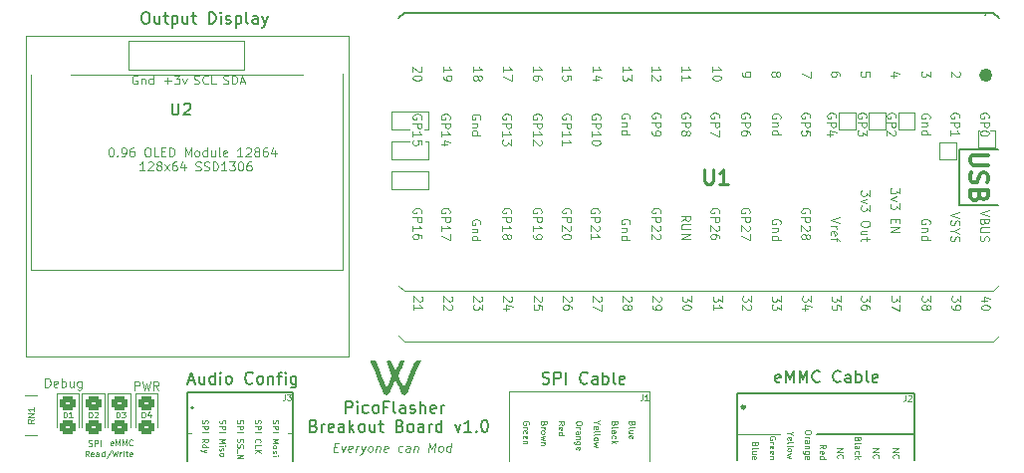
<source format=gto>
%TF.GenerationSoftware,KiCad,Pcbnew,(6.0.1)*%
%TF.CreationDate,2022-03-14T09:24:09-06:00*%
%TF.ProjectId,PicoFlasher_Breakout_Board_V1,5069636f-466c-4617-9368-65725f427265,rev?*%
%TF.SameCoordinates,Original*%
%TF.FileFunction,Legend,Top*%
%TF.FilePolarity,Positive*%
%FSLAX46Y46*%
G04 Gerber Fmt 4.6, Leading zero omitted, Abs format (unit mm)*
G04 Created by KiCad (PCBNEW (6.0.1)) date 2022-03-14 09:24:09*
%MOMM*%
%LPD*%
G01*
G04 APERTURE LIST*
G04 Aperture macros list*
%AMRoundRect*
0 Rectangle with rounded corners*
0 $1 Rounding radius*
0 $2 $3 $4 $5 $6 $7 $8 $9 X,Y pos of 4 corners*
0 Add a 4 corners polygon primitive as box body*
4,1,4,$2,$3,$4,$5,$6,$7,$8,$9,$2,$3,0*
0 Add four circle primitives for the rounded corners*
1,1,$1+$1,$2,$3*
1,1,$1+$1,$4,$5*
1,1,$1+$1,$6,$7*
1,1,$1+$1,$8,$9*
0 Add four rect primitives between the rounded corners*
20,1,$1+$1,$2,$3,$4,$5,0*
20,1,$1+$1,$4,$5,$6,$7,0*
20,1,$1+$1,$6,$7,$8,$9,0*
20,1,$1+$1,$8,$9,$2,$3,0*%
G04 Aperture macros list end*
%ADD10C,0.150000*%
%ADD11C,0.075000*%
%ADD12C,0.120000*%
%ADD13C,0.100000*%
%ADD14C,0.300000*%
%ADD15C,0.254000*%
%ADD16C,0.200000*%
%ADD17C,0.127000*%
%ADD18C,0.500000*%
%ADD19RoundRect,0.250000X-0.450000X0.325000X-0.450000X-0.325000X0.450000X-0.325000X0.450000X0.325000X0*%
%ADD20C,2.200000*%
%ADD21R,1.200000X1.200000*%
%ADD22C,1.200000*%
%ADD23R,1.600000X3.200000*%
%ADD24R,0.800000X0.500000*%
%ADD25R,0.800000X0.400000*%
%ADD26R,1.208000X1.208000*%
%ADD27C,1.208000*%
%ADD28O,1.600000X2.000000*%
%ADD29R,1.238000X1.238000*%
%ADD30C,1.238000*%
%ADD31C,1.600000*%
G04 APERTURE END LIST*
D10*
X170150000Y-80850000D02*
X173462500Y-80850000D01*
D11*
X125045000Y-75480000D02*
X124740000Y-75480000D01*
D10*
X173000000Y-64500000D02*
X173500000Y-65000000D01*
D12*
X173500000Y-92000000D02*
X173000000Y-92500000D01*
D10*
X173462500Y-76150000D02*
X170150000Y-76150000D01*
D12*
X122500000Y-92000000D02*
X123000000Y-92500000D01*
X123000000Y-92500000D02*
X173000000Y-92500000D01*
D11*
X125022500Y-74450000D02*
X124717500Y-74450000D01*
D10*
X173000000Y-64500000D02*
X123000000Y-64500000D01*
D12*
X123000000Y-88200000D02*
X122500000Y-87700000D01*
X173025000Y-88150000D02*
X123750000Y-88200000D01*
X173525000Y-87650000D02*
X173025000Y-88150000D01*
D10*
X170150000Y-76150000D02*
X170150000Y-80850000D01*
D12*
X123750000Y-88200000D02*
X123000000Y-88200000D01*
D10*
X122500000Y-65000000D02*
X123000000Y-64500000D01*
X118000000Y-98547380D02*
X118000000Y-97547380D01*
X118380952Y-97547380D01*
X118476190Y-97595000D01*
X118523809Y-97642619D01*
X118571428Y-97737857D01*
X118571428Y-97880714D01*
X118523809Y-97975952D01*
X118476190Y-98023571D01*
X118380952Y-98071190D01*
X118000000Y-98071190D01*
X119000000Y-98547380D02*
X119000000Y-97880714D01*
X119000000Y-97547380D02*
X118952380Y-97595000D01*
X119000000Y-97642619D01*
X119047619Y-97595000D01*
X119000000Y-97547380D01*
X119000000Y-97642619D01*
X119904761Y-98499761D02*
X119809523Y-98547380D01*
X119619047Y-98547380D01*
X119523809Y-98499761D01*
X119476190Y-98452142D01*
X119428571Y-98356904D01*
X119428571Y-98071190D01*
X119476190Y-97975952D01*
X119523809Y-97928333D01*
X119619047Y-97880714D01*
X119809523Y-97880714D01*
X119904761Y-97928333D01*
X120476190Y-98547380D02*
X120380952Y-98499761D01*
X120333333Y-98452142D01*
X120285714Y-98356904D01*
X120285714Y-98071190D01*
X120333333Y-97975952D01*
X120380952Y-97928333D01*
X120476190Y-97880714D01*
X120619047Y-97880714D01*
X120714285Y-97928333D01*
X120761904Y-97975952D01*
X120809523Y-98071190D01*
X120809523Y-98356904D01*
X120761904Y-98452142D01*
X120714285Y-98499761D01*
X120619047Y-98547380D01*
X120476190Y-98547380D01*
X121571428Y-98023571D02*
X121238095Y-98023571D01*
X121238095Y-98547380D02*
X121238095Y-97547380D01*
X121714285Y-97547380D01*
X122238095Y-98547380D02*
X122142857Y-98499761D01*
X122095238Y-98404523D01*
X122095238Y-97547380D01*
X123047619Y-98547380D02*
X123047619Y-98023571D01*
X123000000Y-97928333D01*
X122904761Y-97880714D01*
X122714285Y-97880714D01*
X122619047Y-97928333D01*
X123047619Y-98499761D02*
X122952380Y-98547380D01*
X122714285Y-98547380D01*
X122619047Y-98499761D01*
X122571428Y-98404523D01*
X122571428Y-98309285D01*
X122619047Y-98214047D01*
X122714285Y-98166428D01*
X122952380Y-98166428D01*
X123047619Y-98118809D01*
X123476190Y-98499761D02*
X123571428Y-98547380D01*
X123761904Y-98547380D01*
X123857142Y-98499761D01*
X123904761Y-98404523D01*
X123904761Y-98356904D01*
X123857142Y-98261666D01*
X123761904Y-98214047D01*
X123619047Y-98214047D01*
X123523809Y-98166428D01*
X123476190Y-98071190D01*
X123476190Y-98023571D01*
X123523809Y-97928333D01*
X123619047Y-97880714D01*
X123761904Y-97880714D01*
X123857142Y-97928333D01*
X124333333Y-98547380D02*
X124333333Y-97547380D01*
X124761904Y-98547380D02*
X124761904Y-98023571D01*
X124714285Y-97928333D01*
X124619047Y-97880714D01*
X124476190Y-97880714D01*
X124380952Y-97928333D01*
X124333333Y-97975952D01*
X125619047Y-98499761D02*
X125523809Y-98547380D01*
X125333333Y-98547380D01*
X125238095Y-98499761D01*
X125190476Y-98404523D01*
X125190476Y-98023571D01*
X125238095Y-97928333D01*
X125333333Y-97880714D01*
X125523809Y-97880714D01*
X125619047Y-97928333D01*
X125666666Y-98023571D01*
X125666666Y-98118809D01*
X125190476Y-98214047D01*
X126095238Y-98547380D02*
X126095238Y-97880714D01*
X126095238Y-98071190D02*
X126142857Y-97975952D01*
X126190476Y-97928333D01*
X126285714Y-97880714D01*
X126380952Y-97880714D01*
X115285714Y-99633571D02*
X115428571Y-99681190D01*
X115476190Y-99728809D01*
X115523809Y-99824047D01*
X115523809Y-99966904D01*
X115476190Y-100062142D01*
X115428571Y-100109761D01*
X115333333Y-100157380D01*
X114952380Y-100157380D01*
X114952380Y-99157380D01*
X115285714Y-99157380D01*
X115380952Y-99205000D01*
X115428571Y-99252619D01*
X115476190Y-99347857D01*
X115476190Y-99443095D01*
X115428571Y-99538333D01*
X115380952Y-99585952D01*
X115285714Y-99633571D01*
X114952380Y-99633571D01*
X115952380Y-100157380D02*
X115952380Y-99490714D01*
X115952380Y-99681190D02*
X116000000Y-99585952D01*
X116047619Y-99538333D01*
X116142857Y-99490714D01*
X116238095Y-99490714D01*
X116952380Y-100109761D02*
X116857142Y-100157380D01*
X116666666Y-100157380D01*
X116571428Y-100109761D01*
X116523809Y-100014523D01*
X116523809Y-99633571D01*
X116571428Y-99538333D01*
X116666666Y-99490714D01*
X116857142Y-99490714D01*
X116952380Y-99538333D01*
X117000000Y-99633571D01*
X117000000Y-99728809D01*
X116523809Y-99824047D01*
X117857142Y-100157380D02*
X117857142Y-99633571D01*
X117809523Y-99538333D01*
X117714285Y-99490714D01*
X117523809Y-99490714D01*
X117428571Y-99538333D01*
X117857142Y-100109761D02*
X117761904Y-100157380D01*
X117523809Y-100157380D01*
X117428571Y-100109761D01*
X117380952Y-100014523D01*
X117380952Y-99919285D01*
X117428571Y-99824047D01*
X117523809Y-99776428D01*
X117761904Y-99776428D01*
X117857142Y-99728809D01*
X118333333Y-100157380D02*
X118333333Y-99157380D01*
X118428571Y-99776428D02*
X118714285Y-100157380D01*
X118714285Y-99490714D02*
X118333333Y-99871666D01*
X119285714Y-100157380D02*
X119190476Y-100109761D01*
X119142857Y-100062142D01*
X119095238Y-99966904D01*
X119095238Y-99681190D01*
X119142857Y-99585952D01*
X119190476Y-99538333D01*
X119285714Y-99490714D01*
X119428571Y-99490714D01*
X119523809Y-99538333D01*
X119571428Y-99585952D01*
X119619047Y-99681190D01*
X119619047Y-99966904D01*
X119571428Y-100062142D01*
X119523809Y-100109761D01*
X119428571Y-100157380D01*
X119285714Y-100157380D01*
X120476190Y-99490714D02*
X120476190Y-100157380D01*
X120047619Y-99490714D02*
X120047619Y-100014523D01*
X120095238Y-100109761D01*
X120190476Y-100157380D01*
X120333333Y-100157380D01*
X120428571Y-100109761D01*
X120476190Y-100062142D01*
X120809523Y-99490714D02*
X121190476Y-99490714D01*
X120952380Y-99157380D02*
X120952380Y-100014523D01*
X121000000Y-100109761D01*
X121095238Y-100157380D01*
X121190476Y-100157380D01*
X122619047Y-99633571D02*
X122761904Y-99681190D01*
X122809523Y-99728809D01*
X122857142Y-99824047D01*
X122857142Y-99966904D01*
X122809523Y-100062142D01*
X122761904Y-100109761D01*
X122666666Y-100157380D01*
X122285714Y-100157380D01*
X122285714Y-99157380D01*
X122619047Y-99157380D01*
X122714285Y-99205000D01*
X122761904Y-99252619D01*
X122809523Y-99347857D01*
X122809523Y-99443095D01*
X122761904Y-99538333D01*
X122714285Y-99585952D01*
X122619047Y-99633571D01*
X122285714Y-99633571D01*
X123428571Y-100157380D02*
X123333333Y-100109761D01*
X123285714Y-100062142D01*
X123238095Y-99966904D01*
X123238095Y-99681190D01*
X123285714Y-99585952D01*
X123333333Y-99538333D01*
X123428571Y-99490714D01*
X123571428Y-99490714D01*
X123666666Y-99538333D01*
X123714285Y-99585952D01*
X123761904Y-99681190D01*
X123761904Y-99966904D01*
X123714285Y-100062142D01*
X123666666Y-100109761D01*
X123571428Y-100157380D01*
X123428571Y-100157380D01*
X124619047Y-100157380D02*
X124619047Y-99633571D01*
X124571428Y-99538333D01*
X124476190Y-99490714D01*
X124285714Y-99490714D01*
X124190476Y-99538333D01*
X124619047Y-100109761D02*
X124523809Y-100157380D01*
X124285714Y-100157380D01*
X124190476Y-100109761D01*
X124142857Y-100014523D01*
X124142857Y-99919285D01*
X124190476Y-99824047D01*
X124285714Y-99776428D01*
X124523809Y-99776428D01*
X124619047Y-99728809D01*
X125095238Y-100157380D02*
X125095238Y-99490714D01*
X125095238Y-99681190D02*
X125142857Y-99585952D01*
X125190476Y-99538333D01*
X125285714Y-99490714D01*
X125380952Y-99490714D01*
X126142857Y-100157380D02*
X126142857Y-99157380D01*
X126142857Y-100109761D02*
X126047619Y-100157380D01*
X125857142Y-100157380D01*
X125761904Y-100109761D01*
X125714285Y-100062142D01*
X125666666Y-99966904D01*
X125666666Y-99681190D01*
X125714285Y-99585952D01*
X125761904Y-99538333D01*
X125857142Y-99490714D01*
X126047619Y-99490714D01*
X126142857Y-99538333D01*
X127285714Y-99490714D02*
X127523809Y-100157380D01*
X127761904Y-99490714D01*
X128666666Y-100157380D02*
X128095238Y-100157380D01*
X128380952Y-100157380D02*
X128380952Y-99157380D01*
X128285714Y-99300238D01*
X128190476Y-99395476D01*
X128095238Y-99443095D01*
X129095238Y-100062142D02*
X129142857Y-100109761D01*
X129095238Y-100157380D01*
X129047619Y-100109761D01*
X129095238Y-100062142D01*
X129095238Y-100157380D01*
X129761904Y-99157380D02*
X129857142Y-99157380D01*
X129952380Y-99205000D01*
X130000000Y-99252619D01*
X130047619Y-99347857D01*
X130095238Y-99538333D01*
X130095238Y-99776428D01*
X130047619Y-99966904D01*
X130000000Y-100062142D01*
X129952380Y-100109761D01*
X129857142Y-100157380D01*
X129761904Y-100157380D01*
X129666666Y-100109761D01*
X129619047Y-100062142D01*
X129571428Y-99966904D01*
X129523809Y-99776428D01*
X129523809Y-99538333D01*
X129571428Y-99347857D01*
X129619047Y-99252619D01*
X129666666Y-99205000D01*
X129761904Y-99157380D01*
D13*
X167660714Y-69500000D02*
X167660714Y-69964285D01*
X167375000Y-69714285D01*
X167375000Y-69821428D01*
X167339285Y-69892857D01*
X167303571Y-69928571D01*
X167232142Y-69964285D01*
X167053571Y-69964285D01*
X166982142Y-69928571D01*
X166946428Y-69892857D01*
X166910714Y-69821428D01*
X166910714Y-69607142D01*
X166946428Y-69535714D01*
X166982142Y-69500000D01*
D11*
X165583333Y-97026190D02*
X165583333Y-97383333D01*
X165559523Y-97454761D01*
X165511904Y-97502380D01*
X165440476Y-97526190D01*
X165392857Y-97526190D01*
X165797619Y-97073809D02*
X165821428Y-97050000D01*
X165869047Y-97026190D01*
X165988095Y-97026190D01*
X166035714Y-97050000D01*
X166059523Y-97073809D01*
X166083333Y-97121428D01*
X166083333Y-97169047D01*
X166059523Y-97240476D01*
X165773809Y-97526190D01*
X166083333Y-97526190D01*
X142335714Y-99434464D02*
X142311904Y-99505892D01*
X142288095Y-99529702D01*
X142240476Y-99553511D01*
X142169047Y-99553511D01*
X142121428Y-99529702D01*
X142097619Y-99505892D01*
X142073809Y-99458273D01*
X142073809Y-99267797D01*
X142573809Y-99267797D01*
X142573809Y-99434464D01*
X142550000Y-99482083D01*
X142526190Y-99505892D01*
X142478571Y-99529702D01*
X142430952Y-99529702D01*
X142383333Y-99505892D01*
X142359523Y-99482083D01*
X142335714Y-99434464D01*
X142335714Y-99267797D01*
X142073809Y-99839226D02*
X142097619Y-99791607D01*
X142145238Y-99767797D01*
X142573809Y-99767797D01*
X142407142Y-100243988D02*
X142073809Y-100243988D01*
X142407142Y-100029702D02*
X142145238Y-100029702D01*
X142097619Y-100053511D01*
X142073809Y-100101130D01*
X142073809Y-100172559D01*
X142097619Y-100220178D01*
X142121428Y-100243988D01*
X142097619Y-100672559D02*
X142073809Y-100624940D01*
X142073809Y-100529702D01*
X142097619Y-100482083D01*
X142145238Y-100458273D01*
X142335714Y-100458273D01*
X142383333Y-100482083D01*
X142407142Y-100529702D01*
X142407142Y-100624940D01*
X142383333Y-100672559D01*
X142335714Y-100696369D01*
X142288095Y-100696369D01*
X142240476Y-100458273D01*
D13*
X159960714Y-81932142D02*
X159210714Y-82182142D01*
X159960714Y-82432142D01*
X159210714Y-82682142D02*
X159710714Y-82682142D01*
X159567857Y-82682142D02*
X159639285Y-82717857D01*
X159675000Y-82753571D01*
X159710714Y-82825000D01*
X159710714Y-82896428D01*
X159246428Y-83432142D02*
X159210714Y-83360714D01*
X159210714Y-83217857D01*
X159246428Y-83146428D01*
X159317857Y-83110714D01*
X159603571Y-83110714D01*
X159675000Y-83146428D01*
X159710714Y-83217857D01*
X159710714Y-83360714D01*
X159675000Y-83432142D01*
X159603571Y-83467857D01*
X159532142Y-83467857D01*
X159460714Y-83110714D01*
X159710714Y-83682142D02*
X159710714Y-83967857D01*
X159210714Y-83789285D02*
X159853571Y-83789285D01*
X159925000Y-83825000D01*
X159960714Y-83896428D01*
X159960714Y-83967857D01*
D11*
X158273809Y-101575059D02*
X158511904Y-101408392D01*
X158273809Y-101289345D02*
X158773809Y-101289345D01*
X158773809Y-101479821D01*
X158750000Y-101527440D01*
X158726190Y-101551250D01*
X158678571Y-101575059D01*
X158607142Y-101575059D01*
X158559523Y-101551250D01*
X158535714Y-101527440D01*
X158511904Y-101479821D01*
X158511904Y-101289345D01*
X158297619Y-101979821D02*
X158273809Y-101932202D01*
X158273809Y-101836964D01*
X158297619Y-101789345D01*
X158345238Y-101765535D01*
X158535714Y-101765535D01*
X158583333Y-101789345D01*
X158607142Y-101836964D01*
X158607142Y-101932202D01*
X158583333Y-101979821D01*
X158535714Y-102003630D01*
X158488095Y-102003630D01*
X158440476Y-101765535D01*
X158273809Y-102432202D02*
X158773809Y-102432202D01*
X158297619Y-102432202D02*
X158273809Y-102384583D01*
X158273809Y-102289345D01*
X158297619Y-102241726D01*
X158321428Y-102217916D01*
X158369047Y-102194107D01*
X158511904Y-102194107D01*
X158559523Y-102217916D01*
X158583333Y-102241726D01*
X158607142Y-102289345D01*
X158607142Y-102384583D01*
X158583333Y-102432202D01*
D13*
X164725000Y-73464285D02*
X164760714Y-73392857D01*
X164760714Y-73285714D01*
X164725000Y-73178571D01*
X164653571Y-73107142D01*
X164582142Y-73071428D01*
X164439285Y-73035714D01*
X164332142Y-73035714D01*
X164189285Y-73071428D01*
X164117857Y-73107142D01*
X164046428Y-73178571D01*
X164010714Y-73285714D01*
X164010714Y-73357142D01*
X164046428Y-73464285D01*
X164082142Y-73500000D01*
X164332142Y-73500000D01*
X164332142Y-73357142D01*
X164010714Y-73821428D02*
X164760714Y-73821428D01*
X164760714Y-74107142D01*
X164725000Y-74178571D01*
X164689285Y-74214285D01*
X164617857Y-74250000D01*
X164510714Y-74250000D01*
X164439285Y-74214285D01*
X164403571Y-74178571D01*
X164367857Y-74107142D01*
X164367857Y-73821428D01*
X164689285Y-74535714D02*
X164725000Y-74571428D01*
X164760714Y-74642857D01*
X164760714Y-74821428D01*
X164725000Y-74892857D01*
X164689285Y-74928571D01*
X164617857Y-74964285D01*
X164546428Y-74964285D01*
X164439285Y-74928571D01*
X164010714Y-74500000D01*
X164010714Y-74964285D01*
D11*
X155761904Y-100308392D02*
X155523809Y-100308392D01*
X156023809Y-100141726D02*
X155761904Y-100308392D01*
X156023809Y-100475059D01*
X155547619Y-100832202D02*
X155523809Y-100784583D01*
X155523809Y-100689345D01*
X155547619Y-100641726D01*
X155595238Y-100617916D01*
X155785714Y-100617916D01*
X155833333Y-100641726D01*
X155857142Y-100689345D01*
X155857142Y-100784583D01*
X155833333Y-100832202D01*
X155785714Y-100856011D01*
X155738095Y-100856011D01*
X155690476Y-100617916D01*
X155523809Y-101141726D02*
X155547619Y-101094107D01*
X155595238Y-101070297D01*
X156023809Y-101070297D01*
X155523809Y-101403630D02*
X155547619Y-101356011D01*
X155595238Y-101332202D01*
X156023809Y-101332202D01*
X155523809Y-101665535D02*
X155547619Y-101617916D01*
X155571428Y-101594107D01*
X155619047Y-101570297D01*
X155761904Y-101570297D01*
X155809523Y-101594107D01*
X155833333Y-101617916D01*
X155857142Y-101665535D01*
X155857142Y-101736964D01*
X155833333Y-101784583D01*
X155809523Y-101808392D01*
X155761904Y-101832202D01*
X155619047Y-101832202D01*
X155571428Y-101808392D01*
X155547619Y-101784583D01*
X155523809Y-101736964D01*
X155523809Y-101665535D01*
X155857142Y-101998869D02*
X155523809Y-102094107D01*
X155761904Y-102189345D01*
X155523809Y-102284583D01*
X155857142Y-102379821D01*
X133550000Y-99529702D02*
X133573809Y-99482083D01*
X133573809Y-99410654D01*
X133550000Y-99339226D01*
X133502380Y-99291607D01*
X133454761Y-99267797D01*
X133359523Y-99243988D01*
X133288095Y-99243988D01*
X133192857Y-99267797D01*
X133145238Y-99291607D01*
X133097619Y-99339226D01*
X133073809Y-99410654D01*
X133073809Y-99458273D01*
X133097619Y-99529702D01*
X133121428Y-99553511D01*
X133288095Y-99553511D01*
X133288095Y-99458273D01*
X133073809Y-99767797D02*
X133407142Y-99767797D01*
X133311904Y-99767797D02*
X133359523Y-99791607D01*
X133383333Y-99815416D01*
X133407142Y-99863035D01*
X133407142Y-99910654D01*
X133097619Y-100267797D02*
X133073809Y-100220178D01*
X133073809Y-100124940D01*
X133097619Y-100077321D01*
X133145238Y-100053511D01*
X133335714Y-100053511D01*
X133383333Y-100077321D01*
X133407142Y-100124940D01*
X133407142Y-100220178D01*
X133383333Y-100267797D01*
X133335714Y-100291607D01*
X133288095Y-100291607D01*
X133240476Y-100053511D01*
X133097619Y-100696369D02*
X133073809Y-100648750D01*
X133073809Y-100553511D01*
X133097619Y-100505892D01*
X133145238Y-100482083D01*
X133335714Y-100482083D01*
X133383333Y-100505892D01*
X133407142Y-100553511D01*
X133407142Y-100648750D01*
X133383333Y-100696369D01*
X133335714Y-100720178D01*
X133288095Y-100720178D01*
X133240476Y-100482083D01*
X133407142Y-100934464D02*
X133073809Y-100934464D01*
X133359523Y-100934464D02*
X133383333Y-100958273D01*
X133407142Y-101005892D01*
X133407142Y-101077321D01*
X133383333Y-101124940D01*
X133335714Y-101148750D01*
X133073809Y-101148750D01*
D13*
X137139285Y-88653571D02*
X137175000Y-88689285D01*
X137210714Y-88760714D01*
X137210714Y-88939285D01*
X137175000Y-89010714D01*
X137139285Y-89046428D01*
X137067857Y-89082142D01*
X136996428Y-89082142D01*
X136889285Y-89046428D01*
X136460714Y-88617857D01*
X136460714Y-89082142D01*
X137210714Y-89725000D02*
X137210714Y-89582142D01*
X137175000Y-89510714D01*
X137139285Y-89475000D01*
X137032142Y-89403571D01*
X136889285Y-89367857D01*
X136603571Y-89367857D01*
X136532142Y-89403571D01*
X136496428Y-89439285D01*
X136460714Y-89510714D01*
X136460714Y-89653571D01*
X136496428Y-89725000D01*
X136532142Y-89760714D01*
X136603571Y-89796428D01*
X136782142Y-89796428D01*
X136853571Y-89760714D01*
X136889285Y-89725000D01*
X136925000Y-89653571D01*
X136925000Y-89510714D01*
X136889285Y-89439285D01*
X136853571Y-89403571D01*
X136782142Y-89367857D01*
X154589285Y-69678571D02*
X154625000Y-69607142D01*
X154660714Y-69571428D01*
X154732142Y-69535714D01*
X154767857Y-69535714D01*
X154839285Y-69571428D01*
X154875000Y-69607142D01*
X154910714Y-69678571D01*
X154910714Y-69821428D01*
X154875000Y-69892857D01*
X154839285Y-69928571D01*
X154767857Y-69964285D01*
X154732142Y-69964285D01*
X154660714Y-69928571D01*
X154625000Y-69892857D01*
X154589285Y-69821428D01*
X154589285Y-69678571D01*
X154553571Y-69607142D01*
X154517857Y-69571428D01*
X154446428Y-69535714D01*
X154303571Y-69535714D01*
X154232142Y-69571428D01*
X154196428Y-69607142D01*
X154160714Y-69678571D01*
X154160714Y-69821428D01*
X154196428Y-69892857D01*
X154232142Y-69928571D01*
X154303571Y-69964285D01*
X154446428Y-69964285D01*
X154517857Y-69928571D01*
X154553571Y-69892857D01*
X154589285Y-69821428D01*
X172510714Y-89010714D02*
X172010714Y-89010714D01*
X172796428Y-88832142D02*
X172260714Y-88653571D01*
X172260714Y-89117857D01*
X172760714Y-89546428D02*
X172760714Y-89617857D01*
X172725000Y-89689285D01*
X172689285Y-89725000D01*
X172617857Y-89760714D01*
X172475000Y-89796428D01*
X172296428Y-89796428D01*
X172153571Y-89760714D01*
X172082142Y-89725000D01*
X172046428Y-89689285D01*
X172010714Y-89617857D01*
X172010714Y-89546428D01*
X172046428Y-89475000D01*
X172082142Y-89439285D01*
X172153571Y-89403571D01*
X172296428Y-89367857D01*
X172475000Y-89367857D01*
X172617857Y-89403571D01*
X172689285Y-89439285D01*
X172725000Y-89475000D01*
X172760714Y-89546428D01*
X160060714Y-88617857D02*
X160060714Y-89082142D01*
X159775000Y-88832142D01*
X159775000Y-88939285D01*
X159739285Y-89010714D01*
X159703571Y-89046428D01*
X159632142Y-89082142D01*
X159453571Y-89082142D01*
X159382142Y-89046428D01*
X159346428Y-89010714D01*
X159310714Y-88939285D01*
X159310714Y-88725000D01*
X159346428Y-88653571D01*
X159382142Y-88617857D01*
X160060714Y-89760714D02*
X160060714Y-89403571D01*
X159703571Y-89367857D01*
X159739285Y-89403571D01*
X159775000Y-89475000D01*
X159775000Y-89653571D01*
X159739285Y-89725000D01*
X159703571Y-89760714D01*
X159632142Y-89796428D01*
X159453571Y-89796428D01*
X159382142Y-89760714D01*
X159346428Y-89725000D01*
X159310714Y-89653571D01*
X159310714Y-89475000D01*
X159346428Y-89403571D01*
X159382142Y-89367857D01*
D11*
X96159523Y-102251190D02*
X95992857Y-102013095D01*
X95873809Y-102251190D02*
X95873809Y-101751190D01*
X96064285Y-101751190D01*
X96111904Y-101775000D01*
X96135714Y-101798809D01*
X96159523Y-101846428D01*
X96159523Y-101917857D01*
X96135714Y-101965476D01*
X96111904Y-101989285D01*
X96064285Y-102013095D01*
X95873809Y-102013095D01*
X96564285Y-102227380D02*
X96516666Y-102251190D01*
X96421428Y-102251190D01*
X96373809Y-102227380D01*
X96350000Y-102179761D01*
X96350000Y-101989285D01*
X96373809Y-101941666D01*
X96421428Y-101917857D01*
X96516666Y-101917857D01*
X96564285Y-101941666D01*
X96588095Y-101989285D01*
X96588095Y-102036904D01*
X96350000Y-102084523D01*
X97016666Y-102251190D02*
X97016666Y-101989285D01*
X96992857Y-101941666D01*
X96945238Y-101917857D01*
X96850000Y-101917857D01*
X96802380Y-101941666D01*
X97016666Y-102227380D02*
X96969047Y-102251190D01*
X96850000Y-102251190D01*
X96802380Y-102227380D01*
X96778571Y-102179761D01*
X96778571Y-102132142D01*
X96802380Y-102084523D01*
X96850000Y-102060714D01*
X96969047Y-102060714D01*
X97016666Y-102036904D01*
X97469047Y-102251190D02*
X97469047Y-101751190D01*
X97469047Y-102227380D02*
X97421428Y-102251190D01*
X97326190Y-102251190D01*
X97278571Y-102227380D01*
X97254761Y-102203571D01*
X97230952Y-102155952D01*
X97230952Y-102013095D01*
X97254761Y-101965476D01*
X97278571Y-101941666D01*
X97326190Y-101917857D01*
X97421428Y-101917857D01*
X97469047Y-101941666D01*
X98064285Y-101727380D02*
X97635714Y-102370238D01*
X98183333Y-101751190D02*
X98302380Y-102251190D01*
X98397619Y-101894047D01*
X98492857Y-102251190D01*
X98611904Y-101751190D01*
X98802380Y-102251190D02*
X98802380Y-101917857D01*
X98802380Y-102013095D02*
X98826190Y-101965476D01*
X98850000Y-101941666D01*
X98897619Y-101917857D01*
X98945238Y-101917857D01*
X99111904Y-102251190D02*
X99111904Y-101917857D01*
X99111904Y-101751190D02*
X99088095Y-101775000D01*
X99111904Y-101798809D01*
X99135714Y-101775000D01*
X99111904Y-101751190D01*
X99111904Y-101798809D01*
X99278571Y-101917857D02*
X99469047Y-101917857D01*
X99350000Y-101751190D02*
X99350000Y-102179761D01*
X99373809Y-102227380D01*
X99421428Y-102251190D01*
X99469047Y-102251190D01*
X99826190Y-102227380D02*
X99778571Y-102251190D01*
X99683333Y-102251190D01*
X99635714Y-102227380D01*
X99611904Y-102179761D01*
X99611904Y-101989285D01*
X99635714Y-101941666D01*
X99683333Y-101917857D01*
X99778571Y-101917857D01*
X99826190Y-101941666D01*
X99850000Y-101989285D01*
X99850000Y-102036904D01*
X99611904Y-102084523D01*
D13*
X167625000Y-73517857D02*
X167660714Y-73446428D01*
X167660714Y-73339285D01*
X167625000Y-73232142D01*
X167553571Y-73160714D01*
X167482142Y-73125000D01*
X167339285Y-73089285D01*
X167232142Y-73089285D01*
X167089285Y-73125000D01*
X167017857Y-73160714D01*
X166946428Y-73232142D01*
X166910714Y-73339285D01*
X166910714Y-73410714D01*
X166946428Y-73517857D01*
X166982142Y-73553571D01*
X167232142Y-73553571D01*
X167232142Y-73410714D01*
X167410714Y-73875000D02*
X166910714Y-73875000D01*
X167339285Y-73875000D02*
X167375000Y-73910714D01*
X167410714Y-73982142D01*
X167410714Y-74089285D01*
X167375000Y-74160714D01*
X167303571Y-74196428D01*
X166910714Y-74196428D01*
X166910714Y-74875000D02*
X167660714Y-74875000D01*
X166946428Y-74875000D02*
X166910714Y-74803571D01*
X166910714Y-74660714D01*
X166946428Y-74589285D01*
X166982142Y-74553571D01*
X167053571Y-74517857D01*
X167267857Y-74517857D01*
X167339285Y-74553571D01*
X167375000Y-74589285D01*
X167410714Y-74660714D01*
X167410714Y-74803571D01*
X167375000Y-74875000D01*
X149160714Y-69557142D02*
X149160714Y-69128571D01*
X149160714Y-69342857D02*
X149910714Y-69342857D01*
X149803571Y-69271428D01*
X149732142Y-69200000D01*
X149696428Y-69128571D01*
X149910714Y-70021428D02*
X149910714Y-70092857D01*
X149875000Y-70164285D01*
X149839285Y-70200000D01*
X149767857Y-70235714D01*
X149625000Y-70271428D01*
X149446428Y-70271428D01*
X149303571Y-70235714D01*
X149232142Y-70200000D01*
X149196428Y-70164285D01*
X149160714Y-70092857D01*
X149160714Y-70021428D01*
X149196428Y-69950000D01*
X149232142Y-69914285D01*
X149303571Y-69878571D01*
X149446428Y-69842857D01*
X149625000Y-69842857D01*
X149767857Y-69878571D01*
X149839285Y-69914285D01*
X149875000Y-69950000D01*
X149910714Y-70021428D01*
D10*
X154946428Y-95904761D02*
X154851190Y-95952380D01*
X154660714Y-95952380D01*
X154565476Y-95904761D01*
X154517857Y-95809523D01*
X154517857Y-95428571D01*
X154565476Y-95333333D01*
X154660714Y-95285714D01*
X154851190Y-95285714D01*
X154946428Y-95333333D01*
X154994047Y-95428571D01*
X154994047Y-95523809D01*
X154517857Y-95619047D01*
X155422619Y-95952380D02*
X155422619Y-94952380D01*
X155755952Y-95666666D01*
X156089285Y-94952380D01*
X156089285Y-95952380D01*
X156565476Y-95952380D02*
X156565476Y-94952380D01*
X156898809Y-95666666D01*
X157232142Y-94952380D01*
X157232142Y-95952380D01*
X158279761Y-95857142D02*
X158232142Y-95904761D01*
X158089285Y-95952380D01*
X157994047Y-95952380D01*
X157851190Y-95904761D01*
X157755952Y-95809523D01*
X157708333Y-95714285D01*
X157660714Y-95523809D01*
X157660714Y-95380952D01*
X157708333Y-95190476D01*
X157755952Y-95095238D01*
X157851190Y-95000000D01*
X157994047Y-94952380D01*
X158089285Y-94952380D01*
X158232142Y-95000000D01*
X158279761Y-95047619D01*
X160041666Y-95857142D02*
X159994047Y-95904761D01*
X159851190Y-95952380D01*
X159755952Y-95952380D01*
X159613095Y-95904761D01*
X159517857Y-95809523D01*
X159470238Y-95714285D01*
X159422619Y-95523809D01*
X159422619Y-95380952D01*
X159470238Y-95190476D01*
X159517857Y-95095238D01*
X159613095Y-95000000D01*
X159755952Y-94952380D01*
X159851190Y-94952380D01*
X159994047Y-95000000D01*
X160041666Y-95047619D01*
X160898809Y-95952380D02*
X160898809Y-95428571D01*
X160851190Y-95333333D01*
X160755952Y-95285714D01*
X160565476Y-95285714D01*
X160470238Y-95333333D01*
X160898809Y-95904761D02*
X160803571Y-95952380D01*
X160565476Y-95952380D01*
X160470238Y-95904761D01*
X160422619Y-95809523D01*
X160422619Y-95714285D01*
X160470238Y-95619047D01*
X160565476Y-95571428D01*
X160803571Y-95571428D01*
X160898809Y-95523809D01*
X161375000Y-95952380D02*
X161375000Y-94952380D01*
X161375000Y-95333333D02*
X161470238Y-95285714D01*
X161660714Y-95285714D01*
X161755952Y-95333333D01*
X161803571Y-95380952D01*
X161851190Y-95476190D01*
X161851190Y-95761904D01*
X161803571Y-95857142D01*
X161755952Y-95904761D01*
X161660714Y-95952380D01*
X161470238Y-95952380D01*
X161375000Y-95904761D01*
X162422619Y-95952380D02*
X162327380Y-95904761D01*
X162279761Y-95809523D01*
X162279761Y-94952380D01*
X163184523Y-95904761D02*
X163089285Y-95952380D01*
X162898809Y-95952380D01*
X162803571Y-95904761D01*
X162755952Y-95809523D01*
X162755952Y-95428571D01*
X162803571Y-95333333D01*
X162898809Y-95285714D01*
X163089285Y-95285714D01*
X163184523Y-95333333D01*
X163232142Y-95428571D01*
X163232142Y-95523809D01*
X162755952Y-95619047D01*
D11*
X105797619Y-99143988D02*
X105773809Y-99215416D01*
X105773809Y-99334464D01*
X105797619Y-99382083D01*
X105821428Y-99405892D01*
X105869047Y-99429702D01*
X105916666Y-99429702D01*
X105964285Y-99405892D01*
X105988095Y-99382083D01*
X106011904Y-99334464D01*
X106035714Y-99239226D01*
X106059523Y-99191607D01*
X106083333Y-99167797D01*
X106130952Y-99143988D01*
X106178571Y-99143988D01*
X106226190Y-99167797D01*
X106250000Y-99191607D01*
X106273809Y-99239226D01*
X106273809Y-99358273D01*
X106250000Y-99429702D01*
X105773809Y-99643988D02*
X106273809Y-99643988D01*
X106273809Y-99834464D01*
X106250000Y-99882083D01*
X106226190Y-99905892D01*
X106178571Y-99929702D01*
X106107142Y-99929702D01*
X106059523Y-99905892D01*
X106035714Y-99882083D01*
X106011904Y-99834464D01*
X106011904Y-99643988D01*
X105773809Y-100143988D02*
X106273809Y-100143988D01*
X105773809Y-101048750D02*
X106011904Y-100882083D01*
X105773809Y-100763035D02*
X106273809Y-100763035D01*
X106273809Y-100953511D01*
X106250000Y-101001130D01*
X106226190Y-101024940D01*
X106178571Y-101048750D01*
X106107142Y-101048750D01*
X106059523Y-101024940D01*
X106035714Y-101001130D01*
X106011904Y-100953511D01*
X106011904Y-100763035D01*
X105773809Y-101477321D02*
X106273809Y-101477321D01*
X105797619Y-101477321D02*
X105773809Y-101429702D01*
X105773809Y-101334464D01*
X105797619Y-101286845D01*
X105821428Y-101263035D01*
X105869047Y-101239226D01*
X106011904Y-101239226D01*
X106059523Y-101263035D01*
X106083333Y-101286845D01*
X106107142Y-101334464D01*
X106107142Y-101429702D01*
X106083333Y-101477321D01*
X106107142Y-101667797D02*
X105773809Y-101786845D01*
X106107142Y-101905892D02*
X105773809Y-101786845D01*
X105654761Y-101739226D01*
X105630952Y-101715416D01*
X105607142Y-101667797D01*
D13*
X131360714Y-69557142D02*
X131360714Y-69128571D01*
X131360714Y-69342857D02*
X132110714Y-69342857D01*
X132003571Y-69271428D01*
X131932142Y-69200000D01*
X131896428Y-69128571D01*
X132110714Y-69807142D02*
X132110714Y-70307142D01*
X131360714Y-69985714D01*
X126989285Y-88653571D02*
X127025000Y-88689285D01*
X127060714Y-88760714D01*
X127060714Y-88939285D01*
X127025000Y-89010714D01*
X126989285Y-89046428D01*
X126917857Y-89082142D01*
X126846428Y-89082142D01*
X126739285Y-89046428D01*
X126310714Y-88617857D01*
X126310714Y-89082142D01*
X126989285Y-89367857D02*
X127025000Y-89403571D01*
X127060714Y-89475000D01*
X127060714Y-89653571D01*
X127025000Y-89725000D01*
X126989285Y-89760714D01*
X126917857Y-89796428D01*
X126846428Y-89796428D01*
X126739285Y-89760714D01*
X126310714Y-89332142D01*
X126310714Y-89796428D01*
D11*
X107297619Y-99143988D02*
X107273809Y-99215416D01*
X107273809Y-99334464D01*
X107297619Y-99382083D01*
X107321428Y-99405892D01*
X107369047Y-99429702D01*
X107416666Y-99429702D01*
X107464285Y-99405892D01*
X107488095Y-99382083D01*
X107511904Y-99334464D01*
X107535714Y-99239226D01*
X107559523Y-99191607D01*
X107583333Y-99167797D01*
X107630952Y-99143988D01*
X107678571Y-99143988D01*
X107726190Y-99167797D01*
X107750000Y-99191607D01*
X107773809Y-99239226D01*
X107773809Y-99358273D01*
X107750000Y-99429702D01*
X107273809Y-99643988D02*
X107773809Y-99643988D01*
X107773809Y-99834464D01*
X107750000Y-99882083D01*
X107726190Y-99905892D01*
X107678571Y-99929702D01*
X107607142Y-99929702D01*
X107559523Y-99905892D01*
X107535714Y-99882083D01*
X107511904Y-99834464D01*
X107511904Y-99643988D01*
X107273809Y-100143988D02*
X107773809Y-100143988D01*
X107273809Y-100763035D02*
X107773809Y-100763035D01*
X107416666Y-100929702D01*
X107773809Y-101096369D01*
X107273809Y-101096369D01*
X107273809Y-101334464D02*
X107607142Y-101334464D01*
X107773809Y-101334464D02*
X107750000Y-101310654D01*
X107726190Y-101334464D01*
X107750000Y-101358273D01*
X107773809Y-101334464D01*
X107726190Y-101334464D01*
X107297619Y-101548750D02*
X107273809Y-101596369D01*
X107273809Y-101691607D01*
X107297619Y-101739226D01*
X107345238Y-101763035D01*
X107369047Y-101763035D01*
X107416666Y-101739226D01*
X107440476Y-101691607D01*
X107440476Y-101620178D01*
X107464285Y-101572559D01*
X107511904Y-101548750D01*
X107535714Y-101548750D01*
X107583333Y-101572559D01*
X107607142Y-101620178D01*
X107607142Y-101691607D01*
X107583333Y-101739226D01*
X107273809Y-102048750D02*
X107297619Y-102001130D01*
X107321428Y-101977321D01*
X107369047Y-101953511D01*
X107511904Y-101953511D01*
X107559523Y-101977321D01*
X107583333Y-102001130D01*
X107607142Y-102048750D01*
X107607142Y-102120178D01*
X107583333Y-102167797D01*
X107559523Y-102191607D01*
X107511904Y-102215416D01*
X107369047Y-102215416D01*
X107321428Y-102191607D01*
X107297619Y-102167797D01*
X107273809Y-102120178D01*
X107273809Y-102048750D01*
D13*
X137125000Y-81557142D02*
X137160714Y-81485714D01*
X137160714Y-81378571D01*
X137125000Y-81271428D01*
X137053571Y-81200000D01*
X136982142Y-81164285D01*
X136839285Y-81128571D01*
X136732142Y-81128571D01*
X136589285Y-81164285D01*
X136517857Y-81200000D01*
X136446428Y-81271428D01*
X136410714Y-81378571D01*
X136410714Y-81450000D01*
X136446428Y-81557142D01*
X136482142Y-81592857D01*
X136732142Y-81592857D01*
X136732142Y-81450000D01*
X136410714Y-81914285D02*
X137160714Y-81914285D01*
X137160714Y-82200000D01*
X137125000Y-82271428D01*
X137089285Y-82307142D01*
X137017857Y-82342857D01*
X136910714Y-82342857D01*
X136839285Y-82307142D01*
X136803571Y-82271428D01*
X136767857Y-82200000D01*
X136767857Y-81914285D01*
X137089285Y-82628571D02*
X137125000Y-82664285D01*
X137160714Y-82735714D01*
X137160714Y-82914285D01*
X137125000Y-82985714D01*
X137089285Y-83021428D01*
X137017857Y-83057142D01*
X136946428Y-83057142D01*
X136839285Y-83021428D01*
X136410714Y-82592857D01*
X136410714Y-83057142D01*
X137160714Y-83521428D02*
X137160714Y-83592857D01*
X137125000Y-83664285D01*
X137089285Y-83700000D01*
X137017857Y-83735714D01*
X136875000Y-83771428D01*
X136696428Y-83771428D01*
X136553571Y-83735714D01*
X136482142Y-83700000D01*
X136446428Y-83664285D01*
X136410714Y-83592857D01*
X136410714Y-83521428D01*
X136446428Y-83450000D01*
X136482142Y-83414285D01*
X136553571Y-83378571D01*
X136696428Y-83342857D01*
X136875000Y-83342857D01*
X137017857Y-83378571D01*
X137089285Y-83414285D01*
X137125000Y-83450000D01*
X137160714Y-83521428D01*
X128810714Y-69557142D02*
X128810714Y-69128571D01*
X128810714Y-69342857D02*
X129560714Y-69342857D01*
X129453571Y-69271428D01*
X129382142Y-69200000D01*
X129346428Y-69128571D01*
X129239285Y-69985714D02*
X129275000Y-69914285D01*
X129310714Y-69878571D01*
X129382142Y-69842857D01*
X129417857Y-69842857D01*
X129489285Y-69878571D01*
X129525000Y-69914285D01*
X129560714Y-69985714D01*
X129560714Y-70128571D01*
X129525000Y-70200000D01*
X129489285Y-70235714D01*
X129417857Y-70271428D01*
X129382142Y-70271428D01*
X129310714Y-70235714D01*
X129275000Y-70200000D01*
X129239285Y-70128571D01*
X129239285Y-69985714D01*
X129203571Y-69914285D01*
X129167857Y-69878571D01*
X129096428Y-69842857D01*
X128953571Y-69842857D01*
X128882142Y-69878571D01*
X128846428Y-69914285D01*
X128810714Y-69985714D01*
X128810714Y-70128571D01*
X128846428Y-70200000D01*
X128882142Y-70235714D01*
X128953571Y-70271428D01*
X129096428Y-70271428D01*
X129167857Y-70235714D01*
X129203571Y-70200000D01*
X129239285Y-70128571D01*
D11*
X111797619Y-99143988D02*
X111773809Y-99215416D01*
X111773809Y-99334464D01*
X111797619Y-99382083D01*
X111821428Y-99405892D01*
X111869047Y-99429702D01*
X111916666Y-99429702D01*
X111964285Y-99405892D01*
X111988095Y-99382083D01*
X112011904Y-99334464D01*
X112035714Y-99239226D01*
X112059523Y-99191607D01*
X112083333Y-99167797D01*
X112130952Y-99143988D01*
X112178571Y-99143988D01*
X112226190Y-99167797D01*
X112250000Y-99191607D01*
X112273809Y-99239226D01*
X112273809Y-99358273D01*
X112250000Y-99429702D01*
X111773809Y-99643988D02*
X112273809Y-99643988D01*
X112273809Y-99834464D01*
X112250000Y-99882083D01*
X112226190Y-99905892D01*
X112178571Y-99929702D01*
X112107142Y-99929702D01*
X112059523Y-99905892D01*
X112035714Y-99882083D01*
X112011904Y-99834464D01*
X112011904Y-99643988D01*
X111773809Y-100143988D02*
X112273809Y-100143988D01*
X111773809Y-100763035D02*
X112273809Y-100763035D01*
X111916666Y-100929702D01*
X112273809Y-101096369D01*
X111773809Y-101096369D01*
X111773809Y-101405892D02*
X111797619Y-101358273D01*
X111821428Y-101334464D01*
X111869047Y-101310654D01*
X112011904Y-101310654D01*
X112059523Y-101334464D01*
X112083333Y-101358273D01*
X112107142Y-101405892D01*
X112107142Y-101477321D01*
X112083333Y-101524940D01*
X112059523Y-101548750D01*
X112011904Y-101572559D01*
X111869047Y-101572559D01*
X111821428Y-101548750D01*
X111797619Y-101524940D01*
X111773809Y-101477321D01*
X111773809Y-101405892D01*
X111797619Y-101763035D02*
X111773809Y-101810654D01*
X111773809Y-101905892D01*
X111797619Y-101953511D01*
X111845238Y-101977321D01*
X111869047Y-101977321D01*
X111916666Y-101953511D01*
X111940476Y-101905892D01*
X111940476Y-101834464D01*
X111964285Y-101786845D01*
X112011904Y-101763035D01*
X112035714Y-101763035D01*
X112083333Y-101786845D01*
X112107142Y-101834464D01*
X112107142Y-101905892D01*
X112083333Y-101953511D01*
X111773809Y-102191607D02*
X112107142Y-102191607D01*
X112273809Y-102191607D02*
X112250000Y-102167797D01*
X112226190Y-102191607D01*
X112250000Y-102215416D01*
X112273809Y-102191607D01*
X112226190Y-102191607D01*
D13*
X142125000Y-73517857D02*
X142160714Y-73446428D01*
X142160714Y-73339285D01*
X142125000Y-73232142D01*
X142053571Y-73160714D01*
X141982142Y-73125000D01*
X141839285Y-73089285D01*
X141732142Y-73089285D01*
X141589285Y-73125000D01*
X141517857Y-73160714D01*
X141446428Y-73232142D01*
X141410714Y-73339285D01*
X141410714Y-73410714D01*
X141446428Y-73517857D01*
X141482142Y-73553571D01*
X141732142Y-73553571D01*
X141732142Y-73410714D01*
X141910714Y-73875000D02*
X141410714Y-73875000D01*
X141839285Y-73875000D02*
X141875000Y-73910714D01*
X141910714Y-73982142D01*
X141910714Y-74089285D01*
X141875000Y-74160714D01*
X141803571Y-74196428D01*
X141410714Y-74196428D01*
X141410714Y-74875000D02*
X142160714Y-74875000D01*
X141446428Y-74875000D02*
X141410714Y-74803571D01*
X141410714Y-74660714D01*
X141446428Y-74589285D01*
X141482142Y-74553571D01*
X141553571Y-74517857D01*
X141767857Y-74517857D01*
X141839285Y-74553571D01*
X141875000Y-74589285D01*
X141910714Y-74660714D01*
X141910714Y-74803571D01*
X141875000Y-74875000D01*
X147360714Y-88617857D02*
X147360714Y-89082142D01*
X147075000Y-88832142D01*
X147075000Y-88939285D01*
X147039285Y-89010714D01*
X147003571Y-89046428D01*
X146932142Y-89082142D01*
X146753571Y-89082142D01*
X146682142Y-89046428D01*
X146646428Y-89010714D01*
X146610714Y-88939285D01*
X146610714Y-88725000D01*
X146646428Y-88653571D01*
X146682142Y-88617857D01*
X147360714Y-89546428D02*
X147360714Y-89617857D01*
X147325000Y-89689285D01*
X147289285Y-89725000D01*
X147217857Y-89760714D01*
X147075000Y-89796428D01*
X146896428Y-89796428D01*
X146753571Y-89760714D01*
X146682142Y-89725000D01*
X146646428Y-89689285D01*
X146610714Y-89617857D01*
X146610714Y-89546428D01*
X146646428Y-89475000D01*
X146682142Y-89439285D01*
X146753571Y-89403571D01*
X146896428Y-89367857D01*
X147075000Y-89367857D01*
X147217857Y-89403571D01*
X147289285Y-89439285D01*
X147325000Y-89475000D01*
X147360714Y-89546428D01*
X133910714Y-69557142D02*
X133910714Y-69128571D01*
X133910714Y-69342857D02*
X134660714Y-69342857D01*
X134553571Y-69271428D01*
X134482142Y-69200000D01*
X134446428Y-69128571D01*
X134660714Y-70200000D02*
X134660714Y-70057142D01*
X134625000Y-69985714D01*
X134589285Y-69950000D01*
X134482142Y-69878571D01*
X134339285Y-69842857D01*
X134053571Y-69842857D01*
X133982142Y-69878571D01*
X133946428Y-69914285D01*
X133910714Y-69985714D01*
X133910714Y-70128571D01*
X133946428Y-70200000D01*
X133982142Y-70235714D01*
X134053571Y-70271428D01*
X134232142Y-70271428D01*
X134303571Y-70235714D01*
X134339285Y-70200000D01*
X134375000Y-70128571D01*
X134375000Y-69985714D01*
X134339285Y-69914285D01*
X134303571Y-69878571D01*
X134232142Y-69842857D01*
D11*
X140835714Y-99434464D02*
X140811904Y-99505892D01*
X140788095Y-99529702D01*
X140740476Y-99553511D01*
X140669047Y-99553511D01*
X140621428Y-99529702D01*
X140597619Y-99505892D01*
X140573809Y-99458273D01*
X140573809Y-99267797D01*
X141073809Y-99267797D01*
X141073809Y-99434464D01*
X141050000Y-99482083D01*
X141026190Y-99505892D01*
X140978571Y-99529702D01*
X140930952Y-99529702D01*
X140883333Y-99505892D01*
X140859523Y-99482083D01*
X140835714Y-99434464D01*
X140835714Y-99267797D01*
X140573809Y-99839226D02*
X140597619Y-99791607D01*
X140645238Y-99767797D01*
X141073809Y-99767797D01*
X140573809Y-100243988D02*
X140835714Y-100243988D01*
X140883333Y-100220178D01*
X140907142Y-100172559D01*
X140907142Y-100077321D01*
X140883333Y-100029702D01*
X140597619Y-100243988D02*
X140573809Y-100196369D01*
X140573809Y-100077321D01*
X140597619Y-100029702D01*
X140645238Y-100005892D01*
X140692857Y-100005892D01*
X140740476Y-100029702D01*
X140764285Y-100077321D01*
X140764285Y-100196369D01*
X140788095Y-100243988D01*
X140597619Y-100696369D02*
X140573809Y-100648750D01*
X140573809Y-100553511D01*
X140597619Y-100505892D01*
X140621428Y-100482083D01*
X140669047Y-100458273D01*
X140811904Y-100458273D01*
X140859523Y-100482083D01*
X140883333Y-100505892D01*
X140907142Y-100553511D01*
X140907142Y-100648750D01*
X140883333Y-100696369D01*
X140573809Y-100910654D02*
X141073809Y-100910654D01*
X140764285Y-100958273D02*
X140573809Y-101101130D01*
X140907142Y-101101130D02*
X140716666Y-100910654D01*
D13*
X141510714Y-69557142D02*
X141510714Y-69128571D01*
X141510714Y-69342857D02*
X142260714Y-69342857D01*
X142153571Y-69271428D01*
X142082142Y-69200000D01*
X142046428Y-69128571D01*
X142260714Y-69807142D02*
X142260714Y-70271428D01*
X141975000Y-70021428D01*
X141975000Y-70128571D01*
X141939285Y-70200000D01*
X141903571Y-70235714D01*
X141832142Y-70271428D01*
X141653571Y-70271428D01*
X141582142Y-70235714D01*
X141546428Y-70200000D01*
X141510714Y-70128571D01*
X141510714Y-69914285D01*
X141546428Y-69842857D01*
X141582142Y-69807142D01*
X134625000Y-81557142D02*
X134660714Y-81485714D01*
X134660714Y-81378571D01*
X134625000Y-81271428D01*
X134553571Y-81200000D01*
X134482142Y-81164285D01*
X134339285Y-81128571D01*
X134232142Y-81128571D01*
X134089285Y-81164285D01*
X134017857Y-81200000D01*
X133946428Y-81271428D01*
X133910714Y-81378571D01*
X133910714Y-81450000D01*
X133946428Y-81557142D01*
X133982142Y-81592857D01*
X134232142Y-81592857D01*
X134232142Y-81450000D01*
X133910714Y-81914285D02*
X134660714Y-81914285D01*
X134660714Y-82200000D01*
X134625000Y-82271428D01*
X134589285Y-82307142D01*
X134517857Y-82342857D01*
X134410714Y-82342857D01*
X134339285Y-82307142D01*
X134303571Y-82271428D01*
X134267857Y-82200000D01*
X134267857Y-81914285D01*
X133910714Y-83057142D02*
X133910714Y-82628571D01*
X133910714Y-82842857D02*
X134660714Y-82842857D01*
X134553571Y-82771428D01*
X134482142Y-82700000D01*
X134446428Y-82628571D01*
X133910714Y-83414285D02*
X133910714Y-83557142D01*
X133946428Y-83628571D01*
X133982142Y-83664285D01*
X134089285Y-83735714D01*
X134232142Y-83771428D01*
X134517857Y-83771428D01*
X134589285Y-83735714D01*
X134625000Y-83700000D01*
X134660714Y-83628571D01*
X134660714Y-83485714D01*
X134625000Y-83414285D01*
X134589285Y-83378571D01*
X134517857Y-83342857D01*
X134339285Y-83342857D01*
X134267857Y-83378571D01*
X134232142Y-83414285D01*
X134196428Y-83485714D01*
X134196428Y-83628571D01*
X134232142Y-83700000D01*
X134267857Y-83735714D01*
X134339285Y-83771428D01*
D11*
X162823809Y-101567797D02*
X163323809Y-101567797D01*
X162823809Y-101853511D01*
X163323809Y-101853511D01*
X162871428Y-102377321D02*
X162847619Y-102353511D01*
X162823809Y-102282083D01*
X162823809Y-102234464D01*
X162847619Y-102163035D01*
X162895238Y-102115416D01*
X162942857Y-102091607D01*
X163038095Y-102067797D01*
X163109523Y-102067797D01*
X163204761Y-102091607D01*
X163252380Y-102115416D01*
X163300000Y-102163035D01*
X163323809Y-102234464D01*
X163323809Y-102282083D01*
X163300000Y-102353511D01*
X163276190Y-102377321D01*
D13*
X167710714Y-88617857D02*
X167710714Y-89082142D01*
X167425000Y-88832142D01*
X167425000Y-88939285D01*
X167389285Y-89010714D01*
X167353571Y-89046428D01*
X167282142Y-89082142D01*
X167103571Y-89082142D01*
X167032142Y-89046428D01*
X166996428Y-89010714D01*
X166960714Y-88939285D01*
X166960714Y-88725000D01*
X166996428Y-88653571D01*
X167032142Y-88617857D01*
X167389285Y-89510714D02*
X167425000Y-89439285D01*
X167460714Y-89403571D01*
X167532142Y-89367857D01*
X167567857Y-89367857D01*
X167639285Y-89403571D01*
X167675000Y-89439285D01*
X167710714Y-89510714D01*
X167710714Y-89653571D01*
X167675000Y-89725000D01*
X167639285Y-89760714D01*
X167567857Y-89796428D01*
X167532142Y-89796428D01*
X167460714Y-89760714D01*
X167425000Y-89725000D01*
X167389285Y-89653571D01*
X167389285Y-89510714D01*
X167353571Y-89439285D01*
X167317857Y-89403571D01*
X167246428Y-89367857D01*
X167103571Y-89367857D01*
X167032142Y-89403571D01*
X166996428Y-89439285D01*
X166960714Y-89510714D01*
X166960714Y-89653571D01*
X166996428Y-89725000D01*
X167032142Y-89760714D01*
X167103571Y-89796428D01*
X167246428Y-89796428D01*
X167317857Y-89760714D01*
X167353571Y-89725000D01*
X167389285Y-89653571D01*
X162510714Y-69928571D02*
X162510714Y-69571428D01*
X162153571Y-69535714D01*
X162189285Y-69571428D01*
X162225000Y-69642857D01*
X162225000Y-69821428D01*
X162189285Y-69892857D01*
X162153571Y-69928571D01*
X162082142Y-69964285D01*
X161903571Y-69964285D01*
X161832142Y-69928571D01*
X161796428Y-69892857D01*
X161760714Y-69821428D01*
X161760714Y-69642857D01*
X161796428Y-69571428D01*
X161832142Y-69535714D01*
X165110714Y-88617857D02*
X165110714Y-89082142D01*
X164825000Y-88832142D01*
X164825000Y-88939285D01*
X164789285Y-89010714D01*
X164753571Y-89046428D01*
X164682142Y-89082142D01*
X164503571Y-89082142D01*
X164432142Y-89046428D01*
X164396428Y-89010714D01*
X164360714Y-88939285D01*
X164360714Y-88725000D01*
X164396428Y-88653571D01*
X164432142Y-88617857D01*
X165110714Y-89332142D02*
X165110714Y-89832142D01*
X164360714Y-89510714D01*
D11*
X152785714Y-101194107D02*
X152761904Y-101265535D01*
X152738095Y-101289345D01*
X152690476Y-101313154D01*
X152619047Y-101313154D01*
X152571428Y-101289345D01*
X152547619Y-101265535D01*
X152523809Y-101217916D01*
X152523809Y-101027440D01*
X153023809Y-101027440D01*
X153023809Y-101194107D01*
X153000000Y-101241726D01*
X152976190Y-101265535D01*
X152928571Y-101289345D01*
X152880952Y-101289345D01*
X152833333Y-101265535D01*
X152809523Y-101241726D01*
X152785714Y-101194107D01*
X152785714Y-101027440D01*
X152523809Y-101598869D02*
X152547619Y-101551250D01*
X152595238Y-101527440D01*
X153023809Y-101527440D01*
X152857142Y-102003630D02*
X152523809Y-102003630D01*
X152857142Y-101789345D02*
X152595238Y-101789345D01*
X152547619Y-101813154D01*
X152523809Y-101860773D01*
X152523809Y-101932202D01*
X152547619Y-101979821D01*
X152571428Y-102003630D01*
X152547619Y-102432202D02*
X152523809Y-102384583D01*
X152523809Y-102289345D01*
X152547619Y-102241726D01*
X152595238Y-102217916D01*
X152785714Y-102217916D01*
X152833333Y-102241726D01*
X152857142Y-102289345D01*
X152857142Y-102384583D01*
X152833333Y-102432202D01*
X152785714Y-102456011D01*
X152738095Y-102456011D01*
X152690476Y-102217916D01*
D13*
X134639285Y-88653571D02*
X134675000Y-88689285D01*
X134710714Y-88760714D01*
X134710714Y-88939285D01*
X134675000Y-89010714D01*
X134639285Y-89046428D01*
X134567857Y-89082142D01*
X134496428Y-89082142D01*
X134389285Y-89046428D01*
X133960714Y-88617857D01*
X133960714Y-89082142D01*
X134710714Y-89760714D02*
X134710714Y-89403571D01*
X134353571Y-89367857D01*
X134389285Y-89403571D01*
X134425000Y-89475000D01*
X134425000Y-89653571D01*
X134389285Y-89725000D01*
X134353571Y-89760714D01*
X134282142Y-89796428D01*
X134103571Y-89796428D01*
X134032142Y-89760714D01*
X133996428Y-89725000D01*
X133960714Y-89653571D01*
X133960714Y-89475000D01*
X133996428Y-89403571D01*
X134032142Y-89367857D01*
X144725000Y-81557142D02*
X144760714Y-81485714D01*
X144760714Y-81378571D01*
X144725000Y-81271428D01*
X144653571Y-81200000D01*
X144582142Y-81164285D01*
X144439285Y-81128571D01*
X144332142Y-81128571D01*
X144189285Y-81164285D01*
X144117857Y-81200000D01*
X144046428Y-81271428D01*
X144010714Y-81378571D01*
X144010714Y-81450000D01*
X144046428Y-81557142D01*
X144082142Y-81592857D01*
X144332142Y-81592857D01*
X144332142Y-81450000D01*
X144010714Y-81914285D02*
X144760714Y-81914285D01*
X144760714Y-82200000D01*
X144725000Y-82271428D01*
X144689285Y-82307142D01*
X144617857Y-82342857D01*
X144510714Y-82342857D01*
X144439285Y-82307142D01*
X144403571Y-82271428D01*
X144367857Y-82200000D01*
X144367857Y-81914285D01*
X144689285Y-82628571D02*
X144725000Y-82664285D01*
X144760714Y-82735714D01*
X144760714Y-82914285D01*
X144725000Y-82985714D01*
X144689285Y-83021428D01*
X144617857Y-83057142D01*
X144546428Y-83057142D01*
X144439285Y-83021428D01*
X144010714Y-82592857D01*
X144010714Y-83057142D01*
X144689285Y-83342857D02*
X144725000Y-83378571D01*
X144760714Y-83450000D01*
X144760714Y-83628571D01*
X144725000Y-83700000D01*
X144689285Y-83735714D01*
X144617857Y-83771428D01*
X144546428Y-83771428D01*
X144439285Y-83735714D01*
X144010714Y-83307142D01*
X144010714Y-83771428D01*
D11*
X157523809Y-100146488D02*
X157523809Y-100241726D01*
X157500000Y-100289345D01*
X157452380Y-100336964D01*
X157357142Y-100360773D01*
X157190476Y-100360773D01*
X157095238Y-100336964D01*
X157047619Y-100289345D01*
X157023809Y-100241726D01*
X157023809Y-100146488D01*
X157047619Y-100098869D01*
X157095238Y-100051250D01*
X157190476Y-100027440D01*
X157357142Y-100027440D01*
X157452380Y-100051250D01*
X157500000Y-100098869D01*
X157523809Y-100146488D01*
X157023809Y-100575059D02*
X157357142Y-100575059D01*
X157261904Y-100575059D02*
X157309523Y-100598869D01*
X157333333Y-100622678D01*
X157357142Y-100670297D01*
X157357142Y-100717916D01*
X157023809Y-101098869D02*
X157285714Y-101098869D01*
X157333333Y-101075059D01*
X157357142Y-101027440D01*
X157357142Y-100932202D01*
X157333333Y-100884583D01*
X157047619Y-101098869D02*
X157023809Y-101051250D01*
X157023809Y-100932202D01*
X157047619Y-100884583D01*
X157095238Y-100860773D01*
X157142857Y-100860773D01*
X157190476Y-100884583D01*
X157214285Y-100932202D01*
X157214285Y-101051250D01*
X157238095Y-101098869D01*
X157357142Y-101336964D02*
X157023809Y-101336964D01*
X157309523Y-101336964D02*
X157333333Y-101360773D01*
X157357142Y-101408392D01*
X157357142Y-101479821D01*
X157333333Y-101527440D01*
X157285714Y-101551250D01*
X157023809Y-101551250D01*
X157357142Y-102003630D02*
X156952380Y-102003630D01*
X156904761Y-101979821D01*
X156880952Y-101956011D01*
X156857142Y-101908392D01*
X156857142Y-101836964D01*
X156880952Y-101789345D01*
X157047619Y-102003630D02*
X157023809Y-101956011D01*
X157023809Y-101860773D01*
X157047619Y-101813154D01*
X157071428Y-101789345D01*
X157119047Y-101765535D01*
X157261904Y-101765535D01*
X157309523Y-101789345D01*
X157333333Y-101813154D01*
X157357142Y-101860773D01*
X157357142Y-101956011D01*
X157333333Y-102003630D01*
X157047619Y-102432202D02*
X157023809Y-102384583D01*
X157023809Y-102289345D01*
X157047619Y-102241726D01*
X157095238Y-102217916D01*
X157285714Y-102217916D01*
X157333333Y-102241726D01*
X157357142Y-102289345D01*
X157357142Y-102384583D01*
X157333333Y-102432202D01*
X157285714Y-102456011D01*
X157238095Y-102456011D01*
X157190476Y-102217916D01*
D13*
X162560714Y-79625000D02*
X162560714Y-80089285D01*
X162275000Y-79839285D01*
X162275000Y-79946428D01*
X162239285Y-80017857D01*
X162203571Y-80053571D01*
X162132142Y-80089285D01*
X161953571Y-80089285D01*
X161882142Y-80053571D01*
X161846428Y-80017857D01*
X161810714Y-79946428D01*
X161810714Y-79732142D01*
X161846428Y-79660714D01*
X161882142Y-79625000D01*
X162310714Y-80339285D02*
X161810714Y-80517857D01*
X162310714Y-80696428D01*
X162560714Y-80910714D02*
X162560714Y-81375000D01*
X162275000Y-81125000D01*
X162275000Y-81232142D01*
X162239285Y-81303571D01*
X162203571Y-81339285D01*
X162132142Y-81375000D01*
X161953571Y-81375000D01*
X161882142Y-81339285D01*
X161846428Y-81303571D01*
X161810714Y-81232142D01*
X161810714Y-81017857D01*
X161846428Y-80946428D01*
X161882142Y-80910714D01*
X162560714Y-82410714D02*
X162560714Y-82553571D01*
X162525000Y-82625000D01*
X162453571Y-82696428D01*
X162310714Y-82732142D01*
X162060714Y-82732142D01*
X161917857Y-82696428D01*
X161846428Y-82625000D01*
X161810714Y-82553571D01*
X161810714Y-82410714D01*
X161846428Y-82339285D01*
X161917857Y-82267857D01*
X162060714Y-82232142D01*
X162310714Y-82232142D01*
X162453571Y-82267857D01*
X162525000Y-82339285D01*
X162560714Y-82410714D01*
X162310714Y-83375000D02*
X161810714Y-83375000D01*
X162310714Y-83053571D02*
X161917857Y-83053571D01*
X161846428Y-83089285D01*
X161810714Y-83160714D01*
X161810714Y-83267857D01*
X161846428Y-83339285D01*
X161882142Y-83375000D01*
X162310714Y-83625000D02*
X162310714Y-83910714D01*
X162560714Y-83732142D02*
X161917857Y-83732142D01*
X161846428Y-83767857D01*
X161810714Y-83839285D01*
X161810714Y-83910714D01*
X144739285Y-88653571D02*
X144775000Y-88689285D01*
X144810714Y-88760714D01*
X144810714Y-88939285D01*
X144775000Y-89010714D01*
X144739285Y-89046428D01*
X144667857Y-89082142D01*
X144596428Y-89082142D01*
X144489285Y-89046428D01*
X144060714Y-88617857D01*
X144060714Y-89082142D01*
X144060714Y-89439285D02*
X144060714Y-89582142D01*
X144096428Y-89653571D01*
X144132142Y-89689285D01*
X144239285Y-89760714D01*
X144382142Y-89796428D01*
X144667857Y-89796428D01*
X144739285Y-89760714D01*
X144775000Y-89725000D01*
X144810714Y-89653571D01*
X144810714Y-89510714D01*
X144775000Y-89439285D01*
X144739285Y-89403571D01*
X144667857Y-89367857D01*
X144489285Y-89367857D01*
X144417857Y-89403571D01*
X144382142Y-89439285D01*
X144346428Y-89510714D01*
X144346428Y-89653571D01*
X144382142Y-89725000D01*
X144417857Y-89760714D01*
X144489285Y-89796428D01*
D11*
X96138095Y-101327380D02*
X96209523Y-101351190D01*
X96328571Y-101351190D01*
X96376190Y-101327380D01*
X96400000Y-101303571D01*
X96423809Y-101255952D01*
X96423809Y-101208333D01*
X96400000Y-101160714D01*
X96376190Y-101136904D01*
X96328571Y-101113095D01*
X96233333Y-101089285D01*
X96185714Y-101065476D01*
X96161904Y-101041666D01*
X96138095Y-100994047D01*
X96138095Y-100946428D01*
X96161904Y-100898809D01*
X96185714Y-100875000D01*
X96233333Y-100851190D01*
X96352380Y-100851190D01*
X96423809Y-100875000D01*
X96638095Y-101351190D02*
X96638095Y-100851190D01*
X96828571Y-100851190D01*
X96876190Y-100875000D01*
X96900000Y-100898809D01*
X96923809Y-100946428D01*
X96923809Y-101017857D01*
X96900000Y-101065476D01*
X96876190Y-101089285D01*
X96828571Y-101113095D01*
X96638095Y-101113095D01*
X97138095Y-101351190D02*
X97138095Y-100851190D01*
X139311904Y-99363035D02*
X139073809Y-99363035D01*
X139573809Y-99196369D02*
X139311904Y-99363035D01*
X139573809Y-99529702D01*
X139097619Y-99886845D02*
X139073809Y-99839226D01*
X139073809Y-99743988D01*
X139097619Y-99696369D01*
X139145238Y-99672559D01*
X139335714Y-99672559D01*
X139383333Y-99696369D01*
X139407142Y-99743988D01*
X139407142Y-99839226D01*
X139383333Y-99886845D01*
X139335714Y-99910654D01*
X139288095Y-99910654D01*
X139240476Y-99672559D01*
X139073809Y-100196369D02*
X139097619Y-100148750D01*
X139145238Y-100124940D01*
X139573809Y-100124940D01*
X139073809Y-100458273D02*
X139097619Y-100410654D01*
X139145238Y-100386845D01*
X139573809Y-100386845D01*
X139073809Y-100720178D02*
X139097619Y-100672559D01*
X139121428Y-100648750D01*
X139169047Y-100624940D01*
X139311904Y-100624940D01*
X139359523Y-100648750D01*
X139383333Y-100672559D01*
X139407142Y-100720178D01*
X139407142Y-100791607D01*
X139383333Y-100839226D01*
X139359523Y-100863035D01*
X139311904Y-100886845D01*
X139169047Y-100886845D01*
X139121428Y-100863035D01*
X139097619Y-100839226D01*
X139073809Y-100791607D01*
X139073809Y-100720178D01*
X139407142Y-101053511D02*
X139073809Y-101148750D01*
X139311904Y-101243988D01*
X139073809Y-101339226D01*
X139407142Y-101434464D01*
D13*
X136410714Y-69557142D02*
X136410714Y-69128571D01*
X136410714Y-69342857D02*
X137160714Y-69342857D01*
X137053571Y-69271428D01*
X136982142Y-69200000D01*
X136946428Y-69128571D01*
X137160714Y-70235714D02*
X137160714Y-69878571D01*
X136803571Y-69842857D01*
X136839285Y-69878571D01*
X136875000Y-69950000D01*
X136875000Y-70128571D01*
X136839285Y-70200000D01*
X136803571Y-70235714D01*
X136732142Y-70271428D01*
X136553571Y-70271428D01*
X136482142Y-70235714D01*
X136446428Y-70200000D01*
X136410714Y-70128571D01*
X136410714Y-69950000D01*
X136446428Y-69878571D01*
X136482142Y-69842857D01*
X157425000Y-73464285D02*
X157460714Y-73392857D01*
X157460714Y-73285714D01*
X157425000Y-73178571D01*
X157353571Y-73107142D01*
X157282142Y-73071428D01*
X157139285Y-73035714D01*
X157032142Y-73035714D01*
X156889285Y-73071428D01*
X156817857Y-73107142D01*
X156746428Y-73178571D01*
X156710714Y-73285714D01*
X156710714Y-73357142D01*
X156746428Y-73464285D01*
X156782142Y-73500000D01*
X157032142Y-73500000D01*
X157032142Y-73357142D01*
X156710714Y-73821428D02*
X157460714Y-73821428D01*
X157460714Y-74107142D01*
X157425000Y-74178571D01*
X157389285Y-74214285D01*
X157317857Y-74250000D01*
X157210714Y-74250000D01*
X157139285Y-74214285D01*
X157103571Y-74178571D01*
X157067857Y-74107142D01*
X157067857Y-73821428D01*
X157460714Y-74928571D02*
X157460714Y-74571428D01*
X157103571Y-74535714D01*
X157139285Y-74571428D01*
X157175000Y-74642857D01*
X157175000Y-74821428D01*
X157139285Y-74892857D01*
X157103571Y-74928571D01*
X157032142Y-74964285D01*
X156853571Y-74964285D01*
X156782142Y-74928571D01*
X156746428Y-74892857D01*
X156710714Y-74821428D01*
X156710714Y-74642857D01*
X156746428Y-74571428D01*
X156782142Y-74535714D01*
X170139285Y-69535714D02*
X170175000Y-69571428D01*
X170210714Y-69642857D01*
X170210714Y-69821428D01*
X170175000Y-69892857D01*
X170139285Y-69928571D01*
X170067857Y-69964285D01*
X169996428Y-69964285D01*
X169889285Y-69928571D01*
X169460714Y-69500000D01*
X169460714Y-69964285D01*
X157425000Y-81557142D02*
X157460714Y-81485714D01*
X157460714Y-81378571D01*
X157425000Y-81271428D01*
X157353571Y-81200000D01*
X157282142Y-81164285D01*
X157139285Y-81128571D01*
X157032142Y-81128571D01*
X156889285Y-81164285D01*
X156817857Y-81200000D01*
X156746428Y-81271428D01*
X156710714Y-81378571D01*
X156710714Y-81450000D01*
X156746428Y-81557142D01*
X156782142Y-81592857D01*
X157032142Y-81592857D01*
X157032142Y-81450000D01*
X156710714Y-81914285D02*
X157460714Y-81914285D01*
X157460714Y-82200000D01*
X157425000Y-82271428D01*
X157389285Y-82307142D01*
X157317857Y-82342857D01*
X157210714Y-82342857D01*
X157139285Y-82307142D01*
X157103571Y-82271428D01*
X157067857Y-82200000D01*
X157067857Y-81914285D01*
X157389285Y-82628571D02*
X157425000Y-82664285D01*
X157460714Y-82735714D01*
X157460714Y-82914285D01*
X157425000Y-82985714D01*
X157389285Y-83021428D01*
X157317857Y-83057142D01*
X157246428Y-83057142D01*
X157139285Y-83021428D01*
X156710714Y-82592857D01*
X156710714Y-83057142D01*
X157139285Y-83485714D02*
X157175000Y-83414285D01*
X157210714Y-83378571D01*
X157282142Y-83342857D01*
X157317857Y-83342857D01*
X157389285Y-83378571D01*
X157425000Y-83414285D01*
X157460714Y-83485714D01*
X157460714Y-83628571D01*
X157425000Y-83700000D01*
X157389285Y-83735714D01*
X157317857Y-83771428D01*
X157282142Y-83771428D01*
X157210714Y-83735714D01*
X157175000Y-83700000D01*
X157139285Y-83628571D01*
X157139285Y-83485714D01*
X157103571Y-83414285D01*
X157067857Y-83378571D01*
X156996428Y-83342857D01*
X156853571Y-83342857D01*
X156782142Y-83378571D01*
X156746428Y-83414285D01*
X156710714Y-83485714D01*
X156710714Y-83628571D01*
X156746428Y-83700000D01*
X156782142Y-83735714D01*
X156853571Y-83771428D01*
X156996428Y-83771428D01*
X157067857Y-83735714D01*
X157103571Y-83700000D01*
X157139285Y-83628571D01*
X170125000Y-73464285D02*
X170160714Y-73392857D01*
X170160714Y-73285714D01*
X170125000Y-73178571D01*
X170053571Y-73107142D01*
X169982142Y-73071428D01*
X169839285Y-73035714D01*
X169732142Y-73035714D01*
X169589285Y-73071428D01*
X169517857Y-73107142D01*
X169446428Y-73178571D01*
X169410714Y-73285714D01*
X169410714Y-73357142D01*
X169446428Y-73464285D01*
X169482142Y-73500000D01*
X169732142Y-73500000D01*
X169732142Y-73357142D01*
X169410714Y-73821428D02*
X170160714Y-73821428D01*
X170160714Y-74107142D01*
X170125000Y-74178571D01*
X170089285Y-74214285D01*
X170017857Y-74250000D01*
X169910714Y-74250000D01*
X169839285Y-74214285D01*
X169803571Y-74178571D01*
X169767857Y-74107142D01*
X169767857Y-73821428D01*
X169410714Y-74964285D02*
X169410714Y-74535714D01*
X169410714Y-74750000D02*
X170160714Y-74750000D01*
X170053571Y-74678571D01*
X169982142Y-74607142D01*
X169946428Y-74535714D01*
X170260714Y-88617857D02*
X170260714Y-89082142D01*
X169975000Y-88832142D01*
X169975000Y-88939285D01*
X169939285Y-89010714D01*
X169903571Y-89046428D01*
X169832142Y-89082142D01*
X169653571Y-89082142D01*
X169582142Y-89046428D01*
X169546428Y-89010714D01*
X169510714Y-88939285D01*
X169510714Y-88725000D01*
X169546428Y-88653571D01*
X169582142Y-88617857D01*
X169510714Y-89439285D02*
X169510714Y-89582142D01*
X169546428Y-89653571D01*
X169582142Y-89689285D01*
X169689285Y-89760714D01*
X169832142Y-89796428D01*
X170117857Y-89796428D01*
X170189285Y-89760714D01*
X170225000Y-89725000D01*
X170260714Y-89653571D01*
X170260714Y-89510714D01*
X170225000Y-89439285D01*
X170189285Y-89403571D01*
X170117857Y-89367857D01*
X169939285Y-89367857D01*
X169867857Y-89403571D01*
X169832142Y-89439285D01*
X169796428Y-89510714D01*
X169796428Y-89653571D01*
X169832142Y-89725000D01*
X169867857Y-89760714D01*
X169939285Y-89796428D01*
X139625000Y-73557142D02*
X139660714Y-73485714D01*
X139660714Y-73378571D01*
X139625000Y-73271428D01*
X139553571Y-73200000D01*
X139482142Y-73164285D01*
X139339285Y-73128571D01*
X139232142Y-73128571D01*
X139089285Y-73164285D01*
X139017857Y-73200000D01*
X138946428Y-73271428D01*
X138910714Y-73378571D01*
X138910714Y-73450000D01*
X138946428Y-73557142D01*
X138982142Y-73592857D01*
X139232142Y-73592857D01*
X139232142Y-73450000D01*
X138910714Y-73914285D02*
X139660714Y-73914285D01*
X139660714Y-74200000D01*
X139625000Y-74271428D01*
X139589285Y-74307142D01*
X139517857Y-74342857D01*
X139410714Y-74342857D01*
X139339285Y-74307142D01*
X139303571Y-74271428D01*
X139267857Y-74200000D01*
X139267857Y-73914285D01*
X138910714Y-75057142D02*
X138910714Y-74628571D01*
X138910714Y-74842857D02*
X139660714Y-74842857D01*
X139553571Y-74771428D01*
X139482142Y-74700000D01*
X139446428Y-74628571D01*
X139660714Y-75521428D02*
X139660714Y-75592857D01*
X139625000Y-75664285D01*
X139589285Y-75700000D01*
X139517857Y-75735714D01*
X139375000Y-75771428D01*
X139196428Y-75771428D01*
X139053571Y-75735714D01*
X138982142Y-75700000D01*
X138946428Y-75664285D01*
X138910714Y-75592857D01*
X138910714Y-75521428D01*
X138946428Y-75450000D01*
X138982142Y-75414285D01*
X139053571Y-75378571D01*
X139196428Y-75342857D01*
X139375000Y-75342857D01*
X139517857Y-75378571D01*
X139589285Y-75414285D01*
X139625000Y-75450000D01*
X139660714Y-75521428D01*
X142239285Y-88653571D02*
X142275000Y-88689285D01*
X142310714Y-88760714D01*
X142310714Y-88939285D01*
X142275000Y-89010714D01*
X142239285Y-89046428D01*
X142167857Y-89082142D01*
X142096428Y-89082142D01*
X141989285Y-89046428D01*
X141560714Y-88617857D01*
X141560714Y-89082142D01*
X141989285Y-89510714D02*
X142025000Y-89439285D01*
X142060714Y-89403571D01*
X142132142Y-89367857D01*
X142167857Y-89367857D01*
X142239285Y-89403571D01*
X142275000Y-89439285D01*
X142310714Y-89510714D01*
X142310714Y-89653571D01*
X142275000Y-89725000D01*
X142239285Y-89760714D01*
X142167857Y-89796428D01*
X142132142Y-89796428D01*
X142060714Y-89760714D01*
X142025000Y-89725000D01*
X141989285Y-89653571D01*
X141989285Y-89510714D01*
X141953571Y-89439285D01*
X141917857Y-89403571D01*
X141846428Y-89367857D01*
X141703571Y-89367857D01*
X141632142Y-89403571D01*
X141596428Y-89439285D01*
X141560714Y-89510714D01*
X141560714Y-89653571D01*
X141596428Y-89725000D01*
X141632142Y-89760714D01*
X141703571Y-89796428D01*
X141846428Y-89796428D01*
X141917857Y-89760714D01*
X141953571Y-89725000D01*
X141989285Y-89653571D01*
X139689285Y-88653571D02*
X139725000Y-88689285D01*
X139760714Y-88760714D01*
X139760714Y-88939285D01*
X139725000Y-89010714D01*
X139689285Y-89046428D01*
X139617857Y-89082142D01*
X139546428Y-89082142D01*
X139439285Y-89046428D01*
X139010714Y-88617857D01*
X139010714Y-89082142D01*
X139760714Y-89332142D02*
X139760714Y-89832142D01*
X139010714Y-89510714D01*
X139525000Y-81557142D02*
X139560714Y-81485714D01*
X139560714Y-81378571D01*
X139525000Y-81271428D01*
X139453571Y-81200000D01*
X139382142Y-81164285D01*
X139239285Y-81128571D01*
X139132142Y-81128571D01*
X138989285Y-81164285D01*
X138917857Y-81200000D01*
X138846428Y-81271428D01*
X138810714Y-81378571D01*
X138810714Y-81450000D01*
X138846428Y-81557142D01*
X138882142Y-81592857D01*
X139132142Y-81592857D01*
X139132142Y-81450000D01*
X138810714Y-81914285D02*
X139560714Y-81914285D01*
X139560714Y-82200000D01*
X139525000Y-82271428D01*
X139489285Y-82307142D01*
X139417857Y-82342857D01*
X139310714Y-82342857D01*
X139239285Y-82307142D01*
X139203571Y-82271428D01*
X139167857Y-82200000D01*
X139167857Y-81914285D01*
X139489285Y-82628571D02*
X139525000Y-82664285D01*
X139560714Y-82735714D01*
X139560714Y-82914285D01*
X139525000Y-82985714D01*
X139489285Y-83021428D01*
X139417857Y-83057142D01*
X139346428Y-83057142D01*
X139239285Y-83021428D01*
X138810714Y-82592857D01*
X138810714Y-83057142D01*
X138810714Y-83771428D02*
X138810714Y-83342857D01*
X138810714Y-83557142D02*
X139560714Y-83557142D01*
X139453571Y-83485714D01*
X139382142Y-83414285D01*
X139346428Y-83342857D01*
D11*
X161535714Y-100761904D02*
X161511904Y-100833333D01*
X161488095Y-100857142D01*
X161440476Y-100880952D01*
X161369047Y-100880952D01*
X161321428Y-100857142D01*
X161297619Y-100833333D01*
X161273809Y-100785714D01*
X161273809Y-100595238D01*
X161773809Y-100595238D01*
X161773809Y-100761904D01*
X161750000Y-100809523D01*
X161726190Y-100833333D01*
X161678571Y-100857142D01*
X161630952Y-100857142D01*
X161583333Y-100833333D01*
X161559523Y-100809523D01*
X161535714Y-100761904D01*
X161535714Y-100595238D01*
X161273809Y-101166666D02*
X161297619Y-101119047D01*
X161345238Y-101095238D01*
X161773809Y-101095238D01*
X161273809Y-101571428D02*
X161535714Y-101571428D01*
X161583333Y-101547619D01*
X161607142Y-101500000D01*
X161607142Y-101404761D01*
X161583333Y-101357142D01*
X161297619Y-101571428D02*
X161273809Y-101523809D01*
X161273809Y-101404761D01*
X161297619Y-101357142D01*
X161345238Y-101333333D01*
X161392857Y-101333333D01*
X161440476Y-101357142D01*
X161464285Y-101404761D01*
X161464285Y-101523809D01*
X161488095Y-101571428D01*
X161297619Y-102023809D02*
X161273809Y-101976190D01*
X161273809Y-101880952D01*
X161297619Y-101833333D01*
X161321428Y-101809523D01*
X161369047Y-101785714D01*
X161511904Y-101785714D01*
X161559523Y-101809523D01*
X161583333Y-101833333D01*
X161607142Y-101880952D01*
X161607142Y-101976190D01*
X161583333Y-102023809D01*
X161273809Y-102238095D02*
X161773809Y-102238095D01*
X161464285Y-102285714D02*
X161273809Y-102428571D01*
X161607142Y-102428571D02*
X161416666Y-102238095D01*
D13*
X129425000Y-73567857D02*
X129460714Y-73496428D01*
X129460714Y-73389285D01*
X129425000Y-73282142D01*
X129353571Y-73210714D01*
X129282142Y-73175000D01*
X129139285Y-73139285D01*
X129032142Y-73139285D01*
X128889285Y-73175000D01*
X128817857Y-73210714D01*
X128746428Y-73282142D01*
X128710714Y-73389285D01*
X128710714Y-73460714D01*
X128746428Y-73567857D01*
X128782142Y-73603571D01*
X129032142Y-73603571D01*
X129032142Y-73460714D01*
X129210714Y-73925000D02*
X128710714Y-73925000D01*
X129139285Y-73925000D02*
X129175000Y-73960714D01*
X129210714Y-74032142D01*
X129210714Y-74139285D01*
X129175000Y-74210714D01*
X129103571Y-74246428D01*
X128710714Y-74246428D01*
X128710714Y-74925000D02*
X129460714Y-74925000D01*
X128746428Y-74925000D02*
X128710714Y-74853571D01*
X128710714Y-74710714D01*
X128746428Y-74639285D01*
X128782142Y-74603571D01*
X128853571Y-74567857D01*
X129067857Y-74567857D01*
X129139285Y-74603571D01*
X129175000Y-74639285D01*
X129210714Y-74710714D01*
X129210714Y-74853571D01*
X129175000Y-74925000D01*
D11*
X154500000Y-100813154D02*
X154523809Y-100765535D01*
X154523809Y-100694107D01*
X154500000Y-100622678D01*
X154452380Y-100575059D01*
X154404761Y-100551250D01*
X154309523Y-100527440D01*
X154238095Y-100527440D01*
X154142857Y-100551250D01*
X154095238Y-100575059D01*
X154047619Y-100622678D01*
X154023809Y-100694107D01*
X154023809Y-100741726D01*
X154047619Y-100813154D01*
X154071428Y-100836964D01*
X154238095Y-100836964D01*
X154238095Y-100741726D01*
X154023809Y-101051250D02*
X154357142Y-101051250D01*
X154261904Y-101051250D02*
X154309523Y-101075059D01*
X154333333Y-101098869D01*
X154357142Y-101146488D01*
X154357142Y-101194107D01*
X154047619Y-101551250D02*
X154023809Y-101503630D01*
X154023809Y-101408392D01*
X154047619Y-101360773D01*
X154095238Y-101336964D01*
X154285714Y-101336964D01*
X154333333Y-101360773D01*
X154357142Y-101408392D01*
X154357142Y-101503630D01*
X154333333Y-101551250D01*
X154285714Y-101575059D01*
X154238095Y-101575059D01*
X154190476Y-101336964D01*
X154047619Y-101979821D02*
X154023809Y-101932202D01*
X154023809Y-101836964D01*
X154047619Y-101789345D01*
X154095238Y-101765535D01*
X154285714Y-101765535D01*
X154333333Y-101789345D01*
X154357142Y-101836964D01*
X154357142Y-101932202D01*
X154333333Y-101979821D01*
X154285714Y-102003630D01*
X154238095Y-102003630D01*
X154190476Y-101765535D01*
X154357142Y-102217916D02*
X154023809Y-102217916D01*
X154309523Y-102217916D02*
X154333333Y-102241726D01*
X154357142Y-102289345D01*
X154357142Y-102360773D01*
X154333333Y-102408392D01*
X154285714Y-102432202D01*
X154023809Y-102432202D01*
D13*
X142125000Y-82467857D02*
X142160714Y-82396428D01*
X142160714Y-82289285D01*
X142125000Y-82182142D01*
X142053571Y-82110714D01*
X141982142Y-82075000D01*
X141839285Y-82039285D01*
X141732142Y-82039285D01*
X141589285Y-82075000D01*
X141517857Y-82110714D01*
X141446428Y-82182142D01*
X141410714Y-82289285D01*
X141410714Y-82360714D01*
X141446428Y-82467857D01*
X141482142Y-82503571D01*
X141732142Y-82503571D01*
X141732142Y-82360714D01*
X141910714Y-82825000D02*
X141410714Y-82825000D01*
X141839285Y-82825000D02*
X141875000Y-82860714D01*
X141910714Y-82932142D01*
X141910714Y-83039285D01*
X141875000Y-83110714D01*
X141803571Y-83146428D01*
X141410714Y-83146428D01*
X141410714Y-83825000D02*
X142160714Y-83825000D01*
X141446428Y-83825000D02*
X141410714Y-83753571D01*
X141410714Y-83610714D01*
X141446428Y-83539285D01*
X141482142Y-83503571D01*
X141553571Y-83467857D01*
X141767857Y-83467857D01*
X141839285Y-83503571D01*
X141875000Y-83539285D01*
X141910714Y-83610714D01*
X141910714Y-83753571D01*
X141875000Y-83825000D01*
D11*
X136073809Y-99553511D02*
X136311904Y-99386845D01*
X136073809Y-99267797D02*
X136573809Y-99267797D01*
X136573809Y-99458273D01*
X136550000Y-99505892D01*
X136526190Y-99529702D01*
X136478571Y-99553511D01*
X136407142Y-99553511D01*
X136359523Y-99529702D01*
X136335714Y-99505892D01*
X136311904Y-99458273D01*
X136311904Y-99267797D01*
X136097619Y-99958273D02*
X136073809Y-99910654D01*
X136073809Y-99815416D01*
X136097619Y-99767797D01*
X136145238Y-99743988D01*
X136335714Y-99743988D01*
X136383333Y-99767797D01*
X136407142Y-99815416D01*
X136407142Y-99910654D01*
X136383333Y-99958273D01*
X136335714Y-99982083D01*
X136288095Y-99982083D01*
X136240476Y-99743988D01*
X136073809Y-100410654D02*
X136573809Y-100410654D01*
X136097619Y-100410654D02*
X136073809Y-100363035D01*
X136073809Y-100267797D01*
X136097619Y-100220178D01*
X136121428Y-100196369D01*
X136169047Y-100172559D01*
X136311904Y-100172559D01*
X136359523Y-100196369D01*
X136383333Y-100220178D01*
X136407142Y-100267797D01*
X136407142Y-100363035D01*
X136383333Y-100410654D01*
D13*
X105107142Y-70553571D02*
X105214285Y-70589285D01*
X105392857Y-70589285D01*
X105464285Y-70553571D01*
X105500000Y-70517857D01*
X105535714Y-70446428D01*
X105535714Y-70375000D01*
X105500000Y-70303571D01*
X105464285Y-70267857D01*
X105392857Y-70232142D01*
X105250000Y-70196428D01*
X105178571Y-70160714D01*
X105142857Y-70125000D01*
X105107142Y-70053571D01*
X105107142Y-69982142D01*
X105142857Y-69910714D01*
X105178571Y-69875000D01*
X105250000Y-69839285D01*
X105428571Y-69839285D01*
X105535714Y-69875000D01*
X106285714Y-70517857D02*
X106250000Y-70553571D01*
X106142857Y-70589285D01*
X106071428Y-70589285D01*
X105964285Y-70553571D01*
X105892857Y-70482142D01*
X105857142Y-70410714D01*
X105821428Y-70267857D01*
X105821428Y-70160714D01*
X105857142Y-70017857D01*
X105892857Y-69946428D01*
X105964285Y-69875000D01*
X106071428Y-69839285D01*
X106142857Y-69839285D01*
X106250000Y-69875000D01*
X106285714Y-69910714D01*
X106964285Y-70589285D02*
X106607142Y-70589285D01*
X106607142Y-69839285D01*
X154960714Y-88617857D02*
X154960714Y-89082142D01*
X154675000Y-88832142D01*
X154675000Y-88939285D01*
X154639285Y-89010714D01*
X154603571Y-89046428D01*
X154532142Y-89082142D01*
X154353571Y-89082142D01*
X154282142Y-89046428D01*
X154246428Y-89010714D01*
X154210714Y-88939285D01*
X154210714Y-88725000D01*
X154246428Y-88653571D01*
X154282142Y-88617857D01*
X154960714Y-89332142D02*
X154960714Y-89796428D01*
X154675000Y-89546428D01*
X154675000Y-89653571D01*
X154639285Y-89725000D01*
X154603571Y-89760714D01*
X154532142Y-89796428D01*
X154353571Y-89796428D01*
X154282142Y-89760714D01*
X154246428Y-89725000D01*
X154210714Y-89653571D01*
X154210714Y-89439285D01*
X154246428Y-89367857D01*
X154282142Y-89332142D01*
X162560714Y-88617857D02*
X162560714Y-89082142D01*
X162275000Y-88832142D01*
X162275000Y-88939285D01*
X162239285Y-89010714D01*
X162203571Y-89046428D01*
X162132142Y-89082142D01*
X161953571Y-89082142D01*
X161882142Y-89046428D01*
X161846428Y-89010714D01*
X161810714Y-88939285D01*
X161810714Y-88725000D01*
X161846428Y-88653571D01*
X161882142Y-88617857D01*
X162560714Y-89725000D02*
X162560714Y-89582142D01*
X162525000Y-89510714D01*
X162489285Y-89475000D01*
X162382142Y-89403571D01*
X162239285Y-89367857D01*
X161953571Y-89367857D01*
X161882142Y-89403571D01*
X161846428Y-89439285D01*
X161810714Y-89510714D01*
X161810714Y-89653571D01*
X161846428Y-89725000D01*
X161882142Y-89760714D01*
X161953571Y-89796428D01*
X162132142Y-89796428D01*
X162203571Y-89760714D01*
X162239285Y-89725000D01*
X162275000Y-89653571D01*
X162275000Y-89510714D01*
X162239285Y-89439285D01*
X162203571Y-89403571D01*
X162132142Y-89367857D01*
X149725000Y-73464285D02*
X149760714Y-73392857D01*
X149760714Y-73285714D01*
X149725000Y-73178571D01*
X149653571Y-73107142D01*
X149582142Y-73071428D01*
X149439285Y-73035714D01*
X149332142Y-73035714D01*
X149189285Y-73071428D01*
X149117857Y-73107142D01*
X149046428Y-73178571D01*
X149010714Y-73285714D01*
X149010714Y-73357142D01*
X149046428Y-73464285D01*
X149082142Y-73500000D01*
X149332142Y-73500000D01*
X149332142Y-73357142D01*
X149010714Y-73821428D02*
X149760714Y-73821428D01*
X149760714Y-74107142D01*
X149725000Y-74178571D01*
X149689285Y-74214285D01*
X149617857Y-74250000D01*
X149510714Y-74250000D01*
X149439285Y-74214285D01*
X149403571Y-74178571D01*
X149367857Y-74107142D01*
X149367857Y-73821428D01*
X149760714Y-74500000D02*
X149760714Y-75000000D01*
X149010714Y-74678571D01*
D11*
X159773809Y-101567797D02*
X160273809Y-101567797D01*
X159773809Y-101853511D01*
X160273809Y-101853511D01*
X159821428Y-102377321D02*
X159797619Y-102353511D01*
X159773809Y-102282083D01*
X159773809Y-102234464D01*
X159797619Y-102163035D01*
X159845238Y-102115416D01*
X159892857Y-102091607D01*
X159988095Y-102067797D01*
X160059523Y-102067797D01*
X160154761Y-102091607D01*
X160202380Y-102115416D01*
X160250000Y-102163035D01*
X160273809Y-102234464D01*
X160273809Y-102282083D01*
X160250000Y-102353511D01*
X160226190Y-102377321D01*
D13*
X124425000Y-81557142D02*
X124460714Y-81485714D01*
X124460714Y-81378571D01*
X124425000Y-81271428D01*
X124353571Y-81200000D01*
X124282142Y-81164285D01*
X124139285Y-81128571D01*
X124032142Y-81128571D01*
X123889285Y-81164285D01*
X123817857Y-81200000D01*
X123746428Y-81271428D01*
X123710714Y-81378571D01*
X123710714Y-81450000D01*
X123746428Y-81557142D01*
X123782142Y-81592857D01*
X124032142Y-81592857D01*
X124032142Y-81450000D01*
X123710714Y-81914285D02*
X124460714Y-81914285D01*
X124460714Y-82200000D01*
X124425000Y-82271428D01*
X124389285Y-82307142D01*
X124317857Y-82342857D01*
X124210714Y-82342857D01*
X124139285Y-82307142D01*
X124103571Y-82271428D01*
X124067857Y-82200000D01*
X124067857Y-81914285D01*
X123710714Y-83057142D02*
X123710714Y-82628571D01*
X123710714Y-82842857D02*
X124460714Y-82842857D01*
X124353571Y-82771428D01*
X124282142Y-82700000D01*
X124246428Y-82628571D01*
X124460714Y-83700000D02*
X124460714Y-83557142D01*
X124425000Y-83485714D01*
X124389285Y-83450000D01*
X124282142Y-83378571D01*
X124139285Y-83342857D01*
X123853571Y-83342857D01*
X123782142Y-83378571D01*
X123746428Y-83414285D01*
X123710714Y-83485714D01*
X123710714Y-83628571D01*
X123746428Y-83700000D01*
X123782142Y-83735714D01*
X123853571Y-83771428D01*
X124032142Y-83771428D01*
X124103571Y-83735714D01*
X124139285Y-83700000D01*
X124175000Y-83628571D01*
X124175000Y-83485714D01*
X124139285Y-83414285D01*
X124103571Y-83378571D01*
X124032142Y-83342857D01*
D11*
X134835714Y-99434464D02*
X134811904Y-99505892D01*
X134788095Y-99529702D01*
X134740476Y-99553511D01*
X134669047Y-99553511D01*
X134621428Y-99529702D01*
X134597619Y-99505892D01*
X134573809Y-99458273D01*
X134573809Y-99267797D01*
X135073809Y-99267797D01*
X135073809Y-99434464D01*
X135050000Y-99482083D01*
X135026190Y-99505892D01*
X134978571Y-99529702D01*
X134930952Y-99529702D01*
X134883333Y-99505892D01*
X134859523Y-99482083D01*
X134835714Y-99434464D01*
X134835714Y-99267797D01*
X134573809Y-99767797D02*
X134907142Y-99767797D01*
X134811904Y-99767797D02*
X134859523Y-99791607D01*
X134883333Y-99815416D01*
X134907142Y-99863035D01*
X134907142Y-99910654D01*
X134573809Y-100148750D02*
X134597619Y-100101130D01*
X134621428Y-100077321D01*
X134669047Y-100053511D01*
X134811904Y-100053511D01*
X134859523Y-100077321D01*
X134883333Y-100101130D01*
X134907142Y-100148750D01*
X134907142Y-100220178D01*
X134883333Y-100267797D01*
X134859523Y-100291607D01*
X134811904Y-100315416D01*
X134669047Y-100315416D01*
X134621428Y-100291607D01*
X134597619Y-100267797D01*
X134573809Y-100220178D01*
X134573809Y-100148750D01*
X134907142Y-100482083D02*
X134573809Y-100577321D01*
X134811904Y-100672559D01*
X134573809Y-100767797D01*
X134907142Y-100863035D01*
X134907142Y-101053511D02*
X134573809Y-101053511D01*
X134859523Y-101053511D02*
X134883333Y-101077321D01*
X134907142Y-101124940D01*
X134907142Y-101196369D01*
X134883333Y-101243988D01*
X134835714Y-101267797D01*
X134573809Y-101267797D01*
D13*
X165060714Y-79439285D02*
X165060714Y-79903571D01*
X164775000Y-79653571D01*
X164775000Y-79760714D01*
X164739285Y-79832142D01*
X164703571Y-79867857D01*
X164632142Y-79903571D01*
X164453571Y-79903571D01*
X164382142Y-79867857D01*
X164346428Y-79832142D01*
X164310714Y-79760714D01*
X164310714Y-79546428D01*
X164346428Y-79475000D01*
X164382142Y-79439285D01*
X164810714Y-80153571D02*
X164310714Y-80332142D01*
X164810714Y-80510714D01*
X165060714Y-80725000D02*
X165060714Y-81189285D01*
X164775000Y-80939285D01*
X164775000Y-81046428D01*
X164739285Y-81117857D01*
X164703571Y-81153571D01*
X164632142Y-81189285D01*
X164453571Y-81189285D01*
X164382142Y-81153571D01*
X164346428Y-81117857D01*
X164310714Y-81046428D01*
X164310714Y-80832142D01*
X164346428Y-80760714D01*
X164382142Y-80725000D01*
X164703571Y-82082142D02*
X164703571Y-82332142D01*
X164310714Y-82439285D02*
X164310714Y-82082142D01*
X165060714Y-82082142D01*
X165060714Y-82439285D01*
X164310714Y-82760714D02*
X165060714Y-82760714D01*
X164310714Y-83189285D01*
X165060714Y-83189285D01*
X146510714Y-82196428D02*
X146867857Y-81946428D01*
X146510714Y-81767857D02*
X147260714Y-81767857D01*
X147260714Y-82053571D01*
X147225000Y-82125000D01*
X147189285Y-82160714D01*
X147117857Y-82196428D01*
X147010714Y-82196428D01*
X146939285Y-82160714D01*
X146903571Y-82125000D01*
X146867857Y-82053571D01*
X146867857Y-81767857D01*
X147260714Y-82517857D02*
X146653571Y-82517857D01*
X146582142Y-82553571D01*
X146546428Y-82589285D01*
X146510714Y-82660714D01*
X146510714Y-82803571D01*
X146546428Y-82875000D01*
X146582142Y-82910714D01*
X146653571Y-82946428D01*
X147260714Y-82946428D01*
X146510714Y-83303571D02*
X147260714Y-83303571D01*
X146510714Y-83732142D01*
X147260714Y-83732142D01*
X126825000Y-73557142D02*
X126860714Y-73485714D01*
X126860714Y-73378571D01*
X126825000Y-73271428D01*
X126753571Y-73200000D01*
X126682142Y-73164285D01*
X126539285Y-73128571D01*
X126432142Y-73128571D01*
X126289285Y-73164285D01*
X126217857Y-73200000D01*
X126146428Y-73271428D01*
X126110714Y-73378571D01*
X126110714Y-73450000D01*
X126146428Y-73557142D01*
X126182142Y-73592857D01*
X126432142Y-73592857D01*
X126432142Y-73450000D01*
X126110714Y-73914285D02*
X126860714Y-73914285D01*
X126860714Y-74200000D01*
X126825000Y-74271428D01*
X126789285Y-74307142D01*
X126717857Y-74342857D01*
X126610714Y-74342857D01*
X126539285Y-74307142D01*
X126503571Y-74271428D01*
X126467857Y-74200000D01*
X126467857Y-73914285D01*
X126110714Y-75057142D02*
X126110714Y-74628571D01*
X126110714Y-74842857D02*
X126860714Y-74842857D01*
X126753571Y-74771428D01*
X126682142Y-74700000D01*
X126646428Y-74628571D01*
X126610714Y-75700000D02*
X126110714Y-75700000D01*
X126896428Y-75521428D02*
X126360714Y-75342857D01*
X126360714Y-75807142D01*
D10*
X134725000Y-96029761D02*
X134867857Y-96077380D01*
X135105952Y-96077380D01*
X135201190Y-96029761D01*
X135248809Y-95982142D01*
X135296428Y-95886904D01*
X135296428Y-95791666D01*
X135248809Y-95696428D01*
X135201190Y-95648809D01*
X135105952Y-95601190D01*
X134915476Y-95553571D01*
X134820238Y-95505952D01*
X134772619Y-95458333D01*
X134725000Y-95363095D01*
X134725000Y-95267857D01*
X134772619Y-95172619D01*
X134820238Y-95125000D01*
X134915476Y-95077380D01*
X135153571Y-95077380D01*
X135296428Y-95125000D01*
X135725000Y-96077380D02*
X135725000Y-95077380D01*
X136105952Y-95077380D01*
X136201190Y-95125000D01*
X136248809Y-95172619D01*
X136296428Y-95267857D01*
X136296428Y-95410714D01*
X136248809Y-95505952D01*
X136201190Y-95553571D01*
X136105952Y-95601190D01*
X135725000Y-95601190D01*
X136725000Y-96077380D02*
X136725000Y-95077380D01*
X138534523Y-95982142D02*
X138486904Y-96029761D01*
X138344047Y-96077380D01*
X138248809Y-96077380D01*
X138105952Y-96029761D01*
X138010714Y-95934523D01*
X137963095Y-95839285D01*
X137915476Y-95648809D01*
X137915476Y-95505952D01*
X137963095Y-95315476D01*
X138010714Y-95220238D01*
X138105952Y-95125000D01*
X138248809Y-95077380D01*
X138344047Y-95077380D01*
X138486904Y-95125000D01*
X138534523Y-95172619D01*
X139391666Y-96077380D02*
X139391666Y-95553571D01*
X139344047Y-95458333D01*
X139248809Y-95410714D01*
X139058333Y-95410714D01*
X138963095Y-95458333D01*
X139391666Y-96029761D02*
X139296428Y-96077380D01*
X139058333Y-96077380D01*
X138963095Y-96029761D01*
X138915476Y-95934523D01*
X138915476Y-95839285D01*
X138963095Y-95744047D01*
X139058333Y-95696428D01*
X139296428Y-95696428D01*
X139391666Y-95648809D01*
X139867857Y-96077380D02*
X139867857Y-95077380D01*
X139867857Y-95458333D02*
X139963095Y-95410714D01*
X140153571Y-95410714D01*
X140248809Y-95458333D01*
X140296428Y-95505952D01*
X140344047Y-95601190D01*
X140344047Y-95886904D01*
X140296428Y-95982142D01*
X140248809Y-96029761D01*
X140153571Y-96077380D01*
X139963095Y-96077380D01*
X139867857Y-96029761D01*
X140915476Y-96077380D02*
X140820238Y-96029761D01*
X140772619Y-95934523D01*
X140772619Y-95077380D01*
X141677380Y-96029761D02*
X141582142Y-96077380D01*
X141391666Y-96077380D01*
X141296428Y-96029761D01*
X141248809Y-95934523D01*
X141248809Y-95553571D01*
X141296428Y-95458333D01*
X141391666Y-95410714D01*
X141582142Y-95410714D01*
X141677380Y-95458333D01*
X141725000Y-95553571D01*
X141725000Y-95648809D01*
X141248809Y-95744047D01*
D13*
X124425000Y-73557142D02*
X124460714Y-73485714D01*
X124460714Y-73378571D01*
X124425000Y-73271428D01*
X124353571Y-73200000D01*
X124282142Y-73164285D01*
X124139285Y-73128571D01*
X124032142Y-73128571D01*
X123889285Y-73164285D01*
X123817857Y-73200000D01*
X123746428Y-73271428D01*
X123710714Y-73378571D01*
X123710714Y-73450000D01*
X123746428Y-73557142D01*
X123782142Y-73592857D01*
X124032142Y-73592857D01*
X124032142Y-73450000D01*
X123710714Y-73914285D02*
X124460714Y-73914285D01*
X124460714Y-74200000D01*
X124425000Y-74271428D01*
X124389285Y-74307142D01*
X124317857Y-74342857D01*
X124210714Y-74342857D01*
X124139285Y-74307142D01*
X124103571Y-74271428D01*
X124067857Y-74200000D01*
X124067857Y-73914285D01*
X123710714Y-75057142D02*
X123710714Y-74628571D01*
X123710714Y-74842857D02*
X124460714Y-74842857D01*
X124353571Y-74771428D01*
X124282142Y-74700000D01*
X124246428Y-74628571D01*
X124460714Y-75735714D02*
X124460714Y-75378571D01*
X124103571Y-75342857D01*
X124139285Y-75378571D01*
X124175000Y-75450000D01*
X124175000Y-75628571D01*
X124139285Y-75700000D01*
X124103571Y-75735714D01*
X124032142Y-75771428D01*
X123853571Y-75771428D01*
X123782142Y-75735714D01*
X123746428Y-75700000D01*
X123710714Y-75628571D01*
X123710714Y-75450000D01*
X123746428Y-75378571D01*
X123782142Y-75342857D01*
X98017857Y-75985535D02*
X98089285Y-75985535D01*
X98160714Y-76021250D01*
X98196428Y-76056964D01*
X98232142Y-76128392D01*
X98267857Y-76271250D01*
X98267857Y-76449821D01*
X98232142Y-76592678D01*
X98196428Y-76664107D01*
X98160714Y-76699821D01*
X98089285Y-76735535D01*
X98017857Y-76735535D01*
X97946428Y-76699821D01*
X97910714Y-76664107D01*
X97875000Y-76592678D01*
X97839285Y-76449821D01*
X97839285Y-76271250D01*
X97875000Y-76128392D01*
X97910714Y-76056964D01*
X97946428Y-76021250D01*
X98017857Y-75985535D01*
X98589285Y-76664107D02*
X98625000Y-76699821D01*
X98589285Y-76735535D01*
X98553571Y-76699821D01*
X98589285Y-76664107D01*
X98589285Y-76735535D01*
X98982142Y-76735535D02*
X99125000Y-76735535D01*
X99196428Y-76699821D01*
X99232142Y-76664107D01*
X99303571Y-76556964D01*
X99339285Y-76414107D01*
X99339285Y-76128392D01*
X99303571Y-76056964D01*
X99267857Y-76021250D01*
X99196428Y-75985535D01*
X99053571Y-75985535D01*
X98982142Y-76021250D01*
X98946428Y-76056964D01*
X98910714Y-76128392D01*
X98910714Y-76306964D01*
X98946428Y-76378392D01*
X98982142Y-76414107D01*
X99053571Y-76449821D01*
X99196428Y-76449821D01*
X99267857Y-76414107D01*
X99303571Y-76378392D01*
X99339285Y-76306964D01*
X99982142Y-75985535D02*
X99839285Y-75985535D01*
X99767857Y-76021250D01*
X99732142Y-76056964D01*
X99660714Y-76164107D01*
X99625000Y-76306964D01*
X99625000Y-76592678D01*
X99660714Y-76664107D01*
X99696428Y-76699821D01*
X99767857Y-76735535D01*
X99910714Y-76735535D01*
X99982142Y-76699821D01*
X100017857Y-76664107D01*
X100053571Y-76592678D01*
X100053571Y-76414107D01*
X100017857Y-76342678D01*
X99982142Y-76306964D01*
X99910714Y-76271250D01*
X99767857Y-76271250D01*
X99696428Y-76306964D01*
X99660714Y-76342678D01*
X99625000Y-76414107D01*
X101089285Y-75985535D02*
X101232142Y-75985535D01*
X101303571Y-76021250D01*
X101375000Y-76092678D01*
X101410714Y-76235535D01*
X101410714Y-76485535D01*
X101375000Y-76628392D01*
X101303571Y-76699821D01*
X101232142Y-76735535D01*
X101089285Y-76735535D01*
X101017857Y-76699821D01*
X100946428Y-76628392D01*
X100910714Y-76485535D01*
X100910714Y-76235535D01*
X100946428Y-76092678D01*
X101017857Y-76021250D01*
X101089285Y-75985535D01*
X102089285Y-76735535D02*
X101732142Y-76735535D01*
X101732142Y-75985535D01*
X102339285Y-76342678D02*
X102589285Y-76342678D01*
X102696428Y-76735535D02*
X102339285Y-76735535D01*
X102339285Y-75985535D01*
X102696428Y-75985535D01*
X103017857Y-76735535D02*
X103017857Y-75985535D01*
X103196428Y-75985535D01*
X103303571Y-76021250D01*
X103375000Y-76092678D01*
X103410714Y-76164107D01*
X103446428Y-76306964D01*
X103446428Y-76414107D01*
X103410714Y-76556964D01*
X103375000Y-76628392D01*
X103303571Y-76699821D01*
X103196428Y-76735535D01*
X103017857Y-76735535D01*
X104339285Y-76735535D02*
X104339285Y-75985535D01*
X104589285Y-76521250D01*
X104839285Y-75985535D01*
X104839285Y-76735535D01*
X105303571Y-76735535D02*
X105232142Y-76699821D01*
X105196428Y-76664107D01*
X105160714Y-76592678D01*
X105160714Y-76378392D01*
X105196428Y-76306964D01*
X105232142Y-76271250D01*
X105303571Y-76235535D01*
X105410714Y-76235535D01*
X105482142Y-76271250D01*
X105517857Y-76306964D01*
X105553571Y-76378392D01*
X105553571Y-76592678D01*
X105517857Y-76664107D01*
X105482142Y-76699821D01*
X105410714Y-76735535D01*
X105303571Y-76735535D01*
X106196428Y-76735535D02*
X106196428Y-75985535D01*
X106196428Y-76699821D02*
X106125000Y-76735535D01*
X105982142Y-76735535D01*
X105910714Y-76699821D01*
X105875000Y-76664107D01*
X105839285Y-76592678D01*
X105839285Y-76378392D01*
X105875000Y-76306964D01*
X105910714Y-76271250D01*
X105982142Y-76235535D01*
X106125000Y-76235535D01*
X106196428Y-76271250D01*
X106875000Y-76235535D02*
X106875000Y-76735535D01*
X106553571Y-76235535D02*
X106553571Y-76628392D01*
X106589285Y-76699821D01*
X106660714Y-76735535D01*
X106767857Y-76735535D01*
X106839285Y-76699821D01*
X106875000Y-76664107D01*
X107339285Y-76735535D02*
X107267857Y-76699821D01*
X107232142Y-76628392D01*
X107232142Y-75985535D01*
X107910714Y-76699821D02*
X107839285Y-76735535D01*
X107696428Y-76735535D01*
X107625000Y-76699821D01*
X107589285Y-76628392D01*
X107589285Y-76342678D01*
X107625000Y-76271250D01*
X107696428Y-76235535D01*
X107839285Y-76235535D01*
X107910714Y-76271250D01*
X107946428Y-76342678D01*
X107946428Y-76414107D01*
X107589285Y-76485535D01*
X109232142Y-76735535D02*
X108803571Y-76735535D01*
X109017857Y-76735535D02*
X109017857Y-75985535D01*
X108946428Y-76092678D01*
X108875000Y-76164107D01*
X108803571Y-76199821D01*
X109517857Y-76056964D02*
X109553571Y-76021250D01*
X109625000Y-75985535D01*
X109803571Y-75985535D01*
X109875000Y-76021250D01*
X109910714Y-76056964D01*
X109946428Y-76128392D01*
X109946428Y-76199821D01*
X109910714Y-76306964D01*
X109482142Y-76735535D01*
X109946428Y-76735535D01*
X110375000Y-76306964D02*
X110303571Y-76271250D01*
X110267857Y-76235535D01*
X110232142Y-76164107D01*
X110232142Y-76128392D01*
X110267857Y-76056964D01*
X110303571Y-76021250D01*
X110375000Y-75985535D01*
X110517857Y-75985535D01*
X110589285Y-76021250D01*
X110625000Y-76056964D01*
X110660714Y-76128392D01*
X110660714Y-76164107D01*
X110625000Y-76235535D01*
X110589285Y-76271250D01*
X110517857Y-76306964D01*
X110375000Y-76306964D01*
X110303571Y-76342678D01*
X110267857Y-76378392D01*
X110232142Y-76449821D01*
X110232142Y-76592678D01*
X110267857Y-76664107D01*
X110303571Y-76699821D01*
X110375000Y-76735535D01*
X110517857Y-76735535D01*
X110589285Y-76699821D01*
X110625000Y-76664107D01*
X110660714Y-76592678D01*
X110660714Y-76449821D01*
X110625000Y-76378392D01*
X110589285Y-76342678D01*
X110517857Y-76306964D01*
X111303571Y-75985535D02*
X111160714Y-75985535D01*
X111089285Y-76021250D01*
X111053571Y-76056964D01*
X110982142Y-76164107D01*
X110946428Y-76306964D01*
X110946428Y-76592678D01*
X110982142Y-76664107D01*
X111017857Y-76699821D01*
X111089285Y-76735535D01*
X111232142Y-76735535D01*
X111303571Y-76699821D01*
X111339285Y-76664107D01*
X111375000Y-76592678D01*
X111375000Y-76414107D01*
X111339285Y-76342678D01*
X111303571Y-76306964D01*
X111232142Y-76271250D01*
X111089285Y-76271250D01*
X111017857Y-76306964D01*
X110982142Y-76342678D01*
X110946428Y-76414107D01*
X112017857Y-76235535D02*
X112017857Y-76735535D01*
X111839285Y-75949821D02*
X111660714Y-76485535D01*
X112125000Y-76485535D01*
X100928571Y-77943035D02*
X100500000Y-77943035D01*
X100714285Y-77943035D02*
X100714285Y-77193035D01*
X100642857Y-77300178D01*
X100571428Y-77371607D01*
X100500000Y-77407321D01*
X101214285Y-77264464D02*
X101250000Y-77228750D01*
X101321428Y-77193035D01*
X101500000Y-77193035D01*
X101571428Y-77228750D01*
X101607142Y-77264464D01*
X101642857Y-77335892D01*
X101642857Y-77407321D01*
X101607142Y-77514464D01*
X101178571Y-77943035D01*
X101642857Y-77943035D01*
X102071428Y-77514464D02*
X102000000Y-77478750D01*
X101964285Y-77443035D01*
X101928571Y-77371607D01*
X101928571Y-77335892D01*
X101964285Y-77264464D01*
X102000000Y-77228750D01*
X102071428Y-77193035D01*
X102214285Y-77193035D01*
X102285714Y-77228750D01*
X102321428Y-77264464D01*
X102357142Y-77335892D01*
X102357142Y-77371607D01*
X102321428Y-77443035D01*
X102285714Y-77478750D01*
X102214285Y-77514464D01*
X102071428Y-77514464D01*
X102000000Y-77550178D01*
X101964285Y-77585892D01*
X101928571Y-77657321D01*
X101928571Y-77800178D01*
X101964285Y-77871607D01*
X102000000Y-77907321D01*
X102071428Y-77943035D01*
X102214285Y-77943035D01*
X102285714Y-77907321D01*
X102321428Y-77871607D01*
X102357142Y-77800178D01*
X102357142Y-77657321D01*
X102321428Y-77585892D01*
X102285714Y-77550178D01*
X102214285Y-77514464D01*
X102607142Y-77943035D02*
X103000000Y-77443035D01*
X102607142Y-77443035D02*
X103000000Y-77943035D01*
X103607142Y-77193035D02*
X103464285Y-77193035D01*
X103392857Y-77228750D01*
X103357142Y-77264464D01*
X103285714Y-77371607D01*
X103250000Y-77514464D01*
X103250000Y-77800178D01*
X103285714Y-77871607D01*
X103321428Y-77907321D01*
X103392857Y-77943035D01*
X103535714Y-77943035D01*
X103607142Y-77907321D01*
X103642857Y-77871607D01*
X103678571Y-77800178D01*
X103678571Y-77621607D01*
X103642857Y-77550178D01*
X103607142Y-77514464D01*
X103535714Y-77478750D01*
X103392857Y-77478750D01*
X103321428Y-77514464D01*
X103285714Y-77550178D01*
X103250000Y-77621607D01*
X104321428Y-77443035D02*
X104321428Y-77943035D01*
X104142857Y-77157321D02*
X103964285Y-77693035D01*
X104428571Y-77693035D01*
X105250000Y-77907321D02*
X105357142Y-77943035D01*
X105535714Y-77943035D01*
X105607142Y-77907321D01*
X105642857Y-77871607D01*
X105678571Y-77800178D01*
X105678571Y-77728750D01*
X105642857Y-77657321D01*
X105607142Y-77621607D01*
X105535714Y-77585892D01*
X105392857Y-77550178D01*
X105321428Y-77514464D01*
X105285714Y-77478750D01*
X105250000Y-77407321D01*
X105250000Y-77335892D01*
X105285714Y-77264464D01*
X105321428Y-77228750D01*
X105392857Y-77193035D01*
X105571428Y-77193035D01*
X105678571Y-77228750D01*
X105964285Y-77907321D02*
X106071428Y-77943035D01*
X106250000Y-77943035D01*
X106321428Y-77907321D01*
X106357142Y-77871607D01*
X106392857Y-77800178D01*
X106392857Y-77728750D01*
X106357142Y-77657321D01*
X106321428Y-77621607D01*
X106250000Y-77585892D01*
X106107142Y-77550178D01*
X106035714Y-77514464D01*
X106000000Y-77478750D01*
X105964285Y-77407321D01*
X105964285Y-77335892D01*
X106000000Y-77264464D01*
X106035714Y-77228750D01*
X106107142Y-77193035D01*
X106285714Y-77193035D01*
X106392857Y-77228750D01*
X106714285Y-77943035D02*
X106714285Y-77193035D01*
X106892857Y-77193035D01*
X107000000Y-77228750D01*
X107071428Y-77300178D01*
X107107142Y-77371607D01*
X107142857Y-77514464D01*
X107142857Y-77621607D01*
X107107142Y-77764464D01*
X107071428Y-77835892D01*
X107000000Y-77907321D01*
X106892857Y-77943035D01*
X106714285Y-77943035D01*
X107857142Y-77943035D02*
X107428571Y-77943035D01*
X107642857Y-77943035D02*
X107642857Y-77193035D01*
X107571428Y-77300178D01*
X107500000Y-77371607D01*
X107428571Y-77407321D01*
X108107142Y-77193035D02*
X108571428Y-77193035D01*
X108321428Y-77478750D01*
X108428571Y-77478750D01*
X108500000Y-77514464D01*
X108535714Y-77550178D01*
X108571428Y-77621607D01*
X108571428Y-77800178D01*
X108535714Y-77871607D01*
X108500000Y-77907321D01*
X108428571Y-77943035D01*
X108214285Y-77943035D01*
X108142857Y-77907321D01*
X108107142Y-77871607D01*
X109035714Y-77193035D02*
X109107142Y-77193035D01*
X109178571Y-77228750D01*
X109214285Y-77264464D01*
X109250000Y-77335892D01*
X109285714Y-77478750D01*
X109285714Y-77657321D01*
X109250000Y-77800178D01*
X109214285Y-77871607D01*
X109178571Y-77907321D01*
X109107142Y-77943035D01*
X109035714Y-77943035D01*
X108964285Y-77907321D01*
X108928571Y-77871607D01*
X108892857Y-77800178D01*
X108857142Y-77657321D01*
X108857142Y-77478750D01*
X108892857Y-77335892D01*
X108928571Y-77264464D01*
X108964285Y-77228750D01*
X109035714Y-77193035D01*
X109928571Y-77193035D02*
X109785714Y-77193035D01*
X109714285Y-77228750D01*
X109678571Y-77264464D01*
X109607142Y-77371607D01*
X109571428Y-77514464D01*
X109571428Y-77800178D01*
X109607142Y-77871607D01*
X109642857Y-77907321D01*
X109714285Y-77943035D01*
X109857142Y-77943035D01*
X109928571Y-77907321D01*
X109964285Y-77871607D01*
X110000000Y-77800178D01*
X110000000Y-77621607D01*
X109964285Y-77550178D01*
X109928571Y-77514464D01*
X109857142Y-77478750D01*
X109714285Y-77478750D01*
X109642857Y-77514464D01*
X109607142Y-77550178D01*
X109571428Y-77621607D01*
D11*
X138073809Y-99363035D02*
X138073809Y-99458273D01*
X138050000Y-99505892D01*
X138002380Y-99553511D01*
X137907142Y-99577321D01*
X137740476Y-99577321D01*
X137645238Y-99553511D01*
X137597619Y-99505892D01*
X137573809Y-99458273D01*
X137573809Y-99363035D01*
X137597619Y-99315416D01*
X137645238Y-99267797D01*
X137740476Y-99243988D01*
X137907142Y-99243988D01*
X138002380Y-99267797D01*
X138050000Y-99315416D01*
X138073809Y-99363035D01*
X137573809Y-99791607D02*
X137907142Y-99791607D01*
X137811904Y-99791607D02*
X137859523Y-99815416D01*
X137883333Y-99839226D01*
X137907142Y-99886845D01*
X137907142Y-99934464D01*
X137573809Y-100315416D02*
X137835714Y-100315416D01*
X137883333Y-100291607D01*
X137907142Y-100243988D01*
X137907142Y-100148750D01*
X137883333Y-100101130D01*
X137597619Y-100315416D02*
X137573809Y-100267797D01*
X137573809Y-100148750D01*
X137597619Y-100101130D01*
X137645238Y-100077321D01*
X137692857Y-100077321D01*
X137740476Y-100101130D01*
X137764285Y-100148750D01*
X137764285Y-100267797D01*
X137788095Y-100315416D01*
X137907142Y-100553511D02*
X137573809Y-100553511D01*
X137859523Y-100553511D02*
X137883333Y-100577321D01*
X137907142Y-100624940D01*
X137907142Y-100696369D01*
X137883333Y-100743988D01*
X137835714Y-100767797D01*
X137573809Y-100767797D01*
X137907142Y-101220178D02*
X137502380Y-101220178D01*
X137454761Y-101196369D01*
X137430952Y-101172559D01*
X137407142Y-101124940D01*
X137407142Y-101053511D01*
X137430952Y-101005892D01*
X137597619Y-101220178D02*
X137573809Y-101172559D01*
X137573809Y-101077321D01*
X137597619Y-101029702D01*
X137621428Y-101005892D01*
X137669047Y-100982083D01*
X137811904Y-100982083D01*
X137859523Y-101005892D01*
X137883333Y-101029702D01*
X137907142Y-101077321D01*
X137907142Y-101172559D01*
X137883333Y-101220178D01*
X137597619Y-101648750D02*
X137573809Y-101601130D01*
X137573809Y-101505892D01*
X137597619Y-101458273D01*
X137645238Y-101434464D01*
X137835714Y-101434464D01*
X137883333Y-101458273D01*
X137907142Y-101505892D01*
X137907142Y-101601130D01*
X137883333Y-101648750D01*
X137835714Y-101672559D01*
X137788095Y-101672559D01*
X137740476Y-101434464D01*
D13*
X157560714Y-88617857D02*
X157560714Y-89082142D01*
X157275000Y-88832142D01*
X157275000Y-88939285D01*
X157239285Y-89010714D01*
X157203571Y-89046428D01*
X157132142Y-89082142D01*
X156953571Y-89082142D01*
X156882142Y-89046428D01*
X156846428Y-89010714D01*
X156810714Y-88939285D01*
X156810714Y-88725000D01*
X156846428Y-88653571D01*
X156882142Y-88617857D01*
X157310714Y-89725000D02*
X156810714Y-89725000D01*
X157596428Y-89546428D02*
X157060714Y-89367857D01*
X157060714Y-89832142D01*
D10*
X104654761Y-95791666D02*
X105130952Y-95791666D01*
X104559523Y-96077380D02*
X104892857Y-95077380D01*
X105226190Y-96077380D01*
X105988095Y-95410714D02*
X105988095Y-96077380D01*
X105559523Y-95410714D02*
X105559523Y-95934523D01*
X105607142Y-96029761D01*
X105702380Y-96077380D01*
X105845238Y-96077380D01*
X105940476Y-96029761D01*
X105988095Y-95982142D01*
X106892857Y-96077380D02*
X106892857Y-95077380D01*
X106892857Y-96029761D02*
X106797619Y-96077380D01*
X106607142Y-96077380D01*
X106511904Y-96029761D01*
X106464285Y-95982142D01*
X106416666Y-95886904D01*
X106416666Y-95601190D01*
X106464285Y-95505952D01*
X106511904Y-95458333D01*
X106607142Y-95410714D01*
X106797619Y-95410714D01*
X106892857Y-95458333D01*
X107369047Y-96077380D02*
X107369047Y-95410714D01*
X107369047Y-95077380D02*
X107321428Y-95125000D01*
X107369047Y-95172619D01*
X107416666Y-95125000D01*
X107369047Y-95077380D01*
X107369047Y-95172619D01*
X107988095Y-96077380D02*
X107892857Y-96029761D01*
X107845238Y-95982142D01*
X107797619Y-95886904D01*
X107797619Y-95601190D01*
X107845238Y-95505952D01*
X107892857Y-95458333D01*
X107988095Y-95410714D01*
X108130952Y-95410714D01*
X108226190Y-95458333D01*
X108273809Y-95505952D01*
X108321428Y-95601190D01*
X108321428Y-95886904D01*
X108273809Y-95982142D01*
X108226190Y-96029761D01*
X108130952Y-96077380D01*
X107988095Y-96077380D01*
X110083333Y-95982142D02*
X110035714Y-96029761D01*
X109892857Y-96077380D01*
X109797619Y-96077380D01*
X109654761Y-96029761D01*
X109559523Y-95934523D01*
X109511904Y-95839285D01*
X109464285Y-95648809D01*
X109464285Y-95505952D01*
X109511904Y-95315476D01*
X109559523Y-95220238D01*
X109654761Y-95125000D01*
X109797619Y-95077380D01*
X109892857Y-95077380D01*
X110035714Y-95125000D01*
X110083333Y-95172619D01*
X110654761Y-96077380D02*
X110559523Y-96029761D01*
X110511904Y-95982142D01*
X110464285Y-95886904D01*
X110464285Y-95601190D01*
X110511904Y-95505952D01*
X110559523Y-95458333D01*
X110654761Y-95410714D01*
X110797619Y-95410714D01*
X110892857Y-95458333D01*
X110940476Y-95505952D01*
X110988095Y-95601190D01*
X110988095Y-95886904D01*
X110940476Y-95982142D01*
X110892857Y-96029761D01*
X110797619Y-96077380D01*
X110654761Y-96077380D01*
X111416666Y-95410714D02*
X111416666Y-96077380D01*
X111416666Y-95505952D02*
X111464285Y-95458333D01*
X111559523Y-95410714D01*
X111702380Y-95410714D01*
X111797619Y-95458333D01*
X111845238Y-95553571D01*
X111845238Y-96077380D01*
X112178571Y-95410714D02*
X112559523Y-95410714D01*
X112321428Y-96077380D02*
X112321428Y-95220238D01*
X112369047Y-95125000D01*
X112464285Y-95077380D01*
X112559523Y-95077380D01*
X112892857Y-96077380D02*
X112892857Y-95410714D01*
X112892857Y-95077380D02*
X112845238Y-95125000D01*
X112892857Y-95172619D01*
X112940476Y-95125000D01*
X112892857Y-95077380D01*
X112892857Y-95172619D01*
X113797619Y-95410714D02*
X113797619Y-96220238D01*
X113750000Y-96315476D01*
X113702380Y-96363095D01*
X113607142Y-96410714D01*
X113464285Y-96410714D01*
X113369047Y-96363095D01*
X113797619Y-96029761D02*
X113702380Y-96077380D01*
X113511904Y-96077380D01*
X113416666Y-96029761D01*
X113369047Y-95982142D01*
X113321428Y-95886904D01*
X113321428Y-95601190D01*
X113369047Y-95505952D01*
X113416666Y-95458333D01*
X113511904Y-95410714D01*
X113702380Y-95410714D01*
X113797619Y-95458333D01*
D13*
X102571428Y-70303571D02*
X103142857Y-70303571D01*
X102857142Y-70589285D02*
X102857142Y-70017857D01*
X103428571Y-69839285D02*
X103892857Y-69839285D01*
X103642857Y-70125000D01*
X103750000Y-70125000D01*
X103821428Y-70160714D01*
X103857142Y-70196428D01*
X103892857Y-70267857D01*
X103892857Y-70446428D01*
X103857142Y-70517857D01*
X103821428Y-70553571D01*
X103750000Y-70589285D01*
X103535714Y-70589285D01*
X103464285Y-70553571D01*
X103428571Y-70517857D01*
X104142857Y-70089285D02*
X104321428Y-70589285D01*
X104500000Y-70089285D01*
X144725000Y-73464285D02*
X144760714Y-73392857D01*
X144760714Y-73285714D01*
X144725000Y-73178571D01*
X144653571Y-73107142D01*
X144582142Y-73071428D01*
X144439285Y-73035714D01*
X144332142Y-73035714D01*
X144189285Y-73071428D01*
X144117857Y-73107142D01*
X144046428Y-73178571D01*
X144010714Y-73285714D01*
X144010714Y-73357142D01*
X144046428Y-73464285D01*
X144082142Y-73500000D01*
X144332142Y-73500000D01*
X144332142Y-73357142D01*
X144010714Y-73821428D02*
X144760714Y-73821428D01*
X144760714Y-74107142D01*
X144725000Y-74178571D01*
X144689285Y-74214285D01*
X144617857Y-74250000D01*
X144510714Y-74250000D01*
X144439285Y-74214285D01*
X144403571Y-74178571D01*
X144367857Y-74107142D01*
X144367857Y-73821428D01*
X144010714Y-74607142D02*
X144010714Y-74750000D01*
X144046428Y-74821428D01*
X144082142Y-74857142D01*
X144189285Y-74928571D01*
X144332142Y-74964285D01*
X144617857Y-74964285D01*
X144689285Y-74928571D01*
X144725000Y-74892857D01*
X144760714Y-74821428D01*
X144760714Y-74678571D01*
X144725000Y-74607142D01*
X144689285Y-74571428D01*
X144617857Y-74535714D01*
X144439285Y-74535714D01*
X144367857Y-74571428D01*
X144332142Y-74607142D01*
X144296428Y-74678571D01*
X144296428Y-74821428D01*
X144332142Y-74892857D01*
X144367857Y-74928571D01*
X144439285Y-74964285D01*
X124389285Y-69128571D02*
X124425000Y-69164285D01*
X124460714Y-69235714D01*
X124460714Y-69414285D01*
X124425000Y-69485714D01*
X124389285Y-69521428D01*
X124317857Y-69557142D01*
X124246428Y-69557142D01*
X124139285Y-69521428D01*
X123710714Y-69092857D01*
X123710714Y-69557142D01*
X124460714Y-70021428D02*
X124460714Y-70092857D01*
X124425000Y-70164285D01*
X124389285Y-70200000D01*
X124317857Y-70235714D01*
X124175000Y-70271428D01*
X123996428Y-70271428D01*
X123853571Y-70235714D01*
X123782142Y-70200000D01*
X123746428Y-70164285D01*
X123710714Y-70092857D01*
X123710714Y-70021428D01*
X123746428Y-69950000D01*
X123782142Y-69914285D01*
X123853571Y-69878571D01*
X123996428Y-69842857D01*
X124175000Y-69842857D01*
X124317857Y-69878571D01*
X124389285Y-69914285D01*
X124425000Y-69950000D01*
X124460714Y-70021428D01*
X147225000Y-73464285D02*
X147260714Y-73392857D01*
X147260714Y-73285714D01*
X147225000Y-73178571D01*
X147153571Y-73107142D01*
X147082142Y-73071428D01*
X146939285Y-73035714D01*
X146832142Y-73035714D01*
X146689285Y-73071428D01*
X146617857Y-73107142D01*
X146546428Y-73178571D01*
X146510714Y-73285714D01*
X146510714Y-73357142D01*
X146546428Y-73464285D01*
X146582142Y-73500000D01*
X146832142Y-73500000D01*
X146832142Y-73357142D01*
X146510714Y-73821428D02*
X147260714Y-73821428D01*
X147260714Y-74107142D01*
X147225000Y-74178571D01*
X147189285Y-74214285D01*
X147117857Y-74250000D01*
X147010714Y-74250000D01*
X146939285Y-74214285D01*
X146903571Y-74178571D01*
X146867857Y-74107142D01*
X146867857Y-73821428D01*
X146939285Y-74678571D02*
X146975000Y-74607142D01*
X147010714Y-74571428D01*
X147082142Y-74535714D01*
X147117857Y-74535714D01*
X147189285Y-74571428D01*
X147225000Y-74607142D01*
X147260714Y-74678571D01*
X147260714Y-74821428D01*
X147225000Y-74892857D01*
X147189285Y-74928571D01*
X147117857Y-74964285D01*
X147082142Y-74964285D01*
X147010714Y-74928571D01*
X146975000Y-74892857D01*
X146939285Y-74821428D01*
X146939285Y-74678571D01*
X146903571Y-74607142D01*
X146867857Y-74571428D01*
X146796428Y-74535714D01*
X146653571Y-74535714D01*
X146582142Y-74571428D01*
X146546428Y-74607142D01*
X146510714Y-74678571D01*
X146510714Y-74821428D01*
X146546428Y-74892857D01*
X146582142Y-74928571D01*
X146653571Y-74964285D01*
X146796428Y-74964285D01*
X146867857Y-74928571D01*
X146903571Y-74892857D01*
X146939285Y-74821428D01*
X100267857Y-69875000D02*
X100196428Y-69839285D01*
X100089285Y-69839285D01*
X99982142Y-69875000D01*
X99910714Y-69946428D01*
X99875000Y-70017857D01*
X99839285Y-70160714D01*
X99839285Y-70267857D01*
X99875000Y-70410714D01*
X99910714Y-70482142D01*
X99982142Y-70553571D01*
X100089285Y-70589285D01*
X100160714Y-70589285D01*
X100267857Y-70553571D01*
X100303571Y-70517857D01*
X100303571Y-70267857D01*
X100160714Y-70267857D01*
X100625000Y-70089285D02*
X100625000Y-70589285D01*
X100625000Y-70160714D02*
X100660714Y-70125000D01*
X100732142Y-70089285D01*
X100839285Y-70089285D01*
X100910714Y-70125000D01*
X100946428Y-70196428D01*
X100946428Y-70589285D01*
X101625000Y-70589285D02*
X101625000Y-69839285D01*
X101625000Y-70553571D02*
X101553571Y-70589285D01*
X101410714Y-70589285D01*
X101339285Y-70553571D01*
X101303571Y-70517857D01*
X101267857Y-70446428D01*
X101267857Y-70232142D01*
X101303571Y-70160714D01*
X101339285Y-70125000D01*
X101410714Y-70089285D01*
X101553571Y-70089285D01*
X101625000Y-70125000D01*
X134625000Y-73557142D02*
X134660714Y-73485714D01*
X134660714Y-73378571D01*
X134625000Y-73271428D01*
X134553571Y-73200000D01*
X134482142Y-73164285D01*
X134339285Y-73128571D01*
X134232142Y-73128571D01*
X134089285Y-73164285D01*
X134017857Y-73200000D01*
X133946428Y-73271428D01*
X133910714Y-73378571D01*
X133910714Y-73450000D01*
X133946428Y-73557142D01*
X133982142Y-73592857D01*
X134232142Y-73592857D01*
X134232142Y-73450000D01*
X133910714Y-73914285D02*
X134660714Y-73914285D01*
X134660714Y-74200000D01*
X134625000Y-74271428D01*
X134589285Y-74307142D01*
X134517857Y-74342857D01*
X134410714Y-74342857D01*
X134339285Y-74307142D01*
X134303571Y-74271428D01*
X134267857Y-74200000D01*
X134267857Y-73914285D01*
X133910714Y-75057142D02*
X133910714Y-74628571D01*
X133910714Y-74842857D02*
X134660714Y-74842857D01*
X134553571Y-74771428D01*
X134482142Y-74700000D01*
X134446428Y-74628571D01*
X134589285Y-75342857D02*
X134625000Y-75378571D01*
X134660714Y-75450000D01*
X134660714Y-75628571D01*
X134625000Y-75700000D01*
X134589285Y-75735714D01*
X134517857Y-75771428D01*
X134446428Y-75771428D01*
X134339285Y-75735714D01*
X133910714Y-75307142D01*
X133910714Y-75771428D01*
X100050000Y-96599285D02*
X100050000Y-95849285D01*
X100335714Y-95849285D01*
X100407142Y-95885000D01*
X100442857Y-95920714D01*
X100478571Y-95992142D01*
X100478571Y-96099285D01*
X100442857Y-96170714D01*
X100407142Y-96206428D01*
X100335714Y-96242142D01*
X100050000Y-96242142D01*
X100728571Y-95849285D02*
X100907142Y-96599285D01*
X101050000Y-96063571D01*
X101192857Y-96599285D01*
X101371428Y-95849285D01*
X102085714Y-96599285D02*
X101835714Y-96242142D01*
X101657142Y-96599285D02*
X101657142Y-95849285D01*
X101942857Y-95849285D01*
X102014285Y-95885000D01*
X102050000Y-95920714D01*
X102085714Y-95992142D01*
X102085714Y-96099285D01*
X102050000Y-96170714D01*
X102014285Y-96206428D01*
X101942857Y-96242142D01*
X101657142Y-96242142D01*
X152325000Y-81557142D02*
X152360714Y-81485714D01*
X152360714Y-81378571D01*
X152325000Y-81271428D01*
X152253571Y-81200000D01*
X152182142Y-81164285D01*
X152039285Y-81128571D01*
X151932142Y-81128571D01*
X151789285Y-81164285D01*
X151717857Y-81200000D01*
X151646428Y-81271428D01*
X151610714Y-81378571D01*
X151610714Y-81450000D01*
X151646428Y-81557142D01*
X151682142Y-81592857D01*
X151932142Y-81592857D01*
X151932142Y-81450000D01*
X151610714Y-81914285D02*
X152360714Y-81914285D01*
X152360714Y-82200000D01*
X152325000Y-82271428D01*
X152289285Y-82307142D01*
X152217857Y-82342857D01*
X152110714Y-82342857D01*
X152039285Y-82307142D01*
X152003571Y-82271428D01*
X151967857Y-82200000D01*
X151967857Y-81914285D01*
X152289285Y-82628571D02*
X152325000Y-82664285D01*
X152360714Y-82735714D01*
X152360714Y-82914285D01*
X152325000Y-82985714D01*
X152289285Y-83021428D01*
X152217857Y-83057142D01*
X152146428Y-83057142D01*
X152039285Y-83021428D01*
X151610714Y-82592857D01*
X151610714Y-83057142D01*
X152360714Y-83307142D02*
X152360714Y-83807142D01*
X151610714Y-83485714D01*
X129425000Y-82517857D02*
X129460714Y-82446428D01*
X129460714Y-82339285D01*
X129425000Y-82232142D01*
X129353571Y-82160714D01*
X129282142Y-82125000D01*
X129139285Y-82089285D01*
X129032142Y-82089285D01*
X128889285Y-82125000D01*
X128817857Y-82160714D01*
X128746428Y-82232142D01*
X128710714Y-82339285D01*
X128710714Y-82410714D01*
X128746428Y-82517857D01*
X128782142Y-82553571D01*
X129032142Y-82553571D01*
X129032142Y-82410714D01*
X129210714Y-82875000D02*
X128710714Y-82875000D01*
X129139285Y-82875000D02*
X129175000Y-82910714D01*
X129210714Y-82982142D01*
X129210714Y-83089285D01*
X129175000Y-83160714D01*
X129103571Y-83196428D01*
X128710714Y-83196428D01*
X128710714Y-83875000D02*
X129460714Y-83875000D01*
X128746428Y-83875000D02*
X128710714Y-83803571D01*
X128710714Y-83660714D01*
X128746428Y-83589285D01*
X128782142Y-83553571D01*
X128853571Y-83517857D01*
X129067857Y-83517857D01*
X129139285Y-83553571D01*
X129175000Y-83589285D01*
X129210714Y-83660714D01*
X129210714Y-83803571D01*
X129175000Y-83875000D01*
X152325000Y-73464285D02*
X152360714Y-73392857D01*
X152360714Y-73285714D01*
X152325000Y-73178571D01*
X152253571Y-73107142D01*
X152182142Y-73071428D01*
X152039285Y-73035714D01*
X151932142Y-73035714D01*
X151789285Y-73071428D01*
X151717857Y-73107142D01*
X151646428Y-73178571D01*
X151610714Y-73285714D01*
X151610714Y-73357142D01*
X151646428Y-73464285D01*
X151682142Y-73500000D01*
X151932142Y-73500000D01*
X151932142Y-73357142D01*
X151610714Y-73821428D02*
X152360714Y-73821428D01*
X152360714Y-74107142D01*
X152325000Y-74178571D01*
X152289285Y-74214285D01*
X152217857Y-74250000D01*
X152110714Y-74250000D01*
X152039285Y-74214285D01*
X152003571Y-74178571D01*
X151967857Y-74107142D01*
X151967857Y-73821428D01*
X152360714Y-74892857D02*
X152360714Y-74750000D01*
X152325000Y-74678571D01*
X152289285Y-74642857D01*
X152182142Y-74571428D01*
X152039285Y-74535714D01*
X151753571Y-74535714D01*
X151682142Y-74571428D01*
X151646428Y-74607142D01*
X151610714Y-74678571D01*
X151610714Y-74821428D01*
X151646428Y-74892857D01*
X151682142Y-74928571D01*
X151753571Y-74964285D01*
X151932142Y-74964285D01*
X152003571Y-74928571D01*
X152039285Y-74892857D01*
X152075000Y-74821428D01*
X152075000Y-74678571D01*
X152039285Y-74607142D01*
X152003571Y-74571428D01*
X151932142Y-74535714D01*
X149960714Y-88617857D02*
X149960714Y-89082142D01*
X149675000Y-88832142D01*
X149675000Y-88939285D01*
X149639285Y-89010714D01*
X149603571Y-89046428D01*
X149532142Y-89082142D01*
X149353571Y-89082142D01*
X149282142Y-89046428D01*
X149246428Y-89010714D01*
X149210714Y-88939285D01*
X149210714Y-88725000D01*
X149246428Y-88653571D01*
X149282142Y-88617857D01*
X149210714Y-89796428D02*
X149210714Y-89367857D01*
X149210714Y-89582142D02*
X149960714Y-89582142D01*
X149853571Y-89510714D01*
X149782142Y-89439285D01*
X149746428Y-89367857D01*
X162225000Y-73464285D02*
X162260714Y-73392857D01*
X162260714Y-73285714D01*
X162225000Y-73178571D01*
X162153571Y-73107142D01*
X162082142Y-73071428D01*
X161939285Y-73035714D01*
X161832142Y-73035714D01*
X161689285Y-73071428D01*
X161617857Y-73107142D01*
X161546428Y-73178571D01*
X161510714Y-73285714D01*
X161510714Y-73357142D01*
X161546428Y-73464285D01*
X161582142Y-73500000D01*
X161832142Y-73500000D01*
X161832142Y-73357142D01*
X161510714Y-73821428D02*
X162260714Y-73821428D01*
X162260714Y-74107142D01*
X162225000Y-74178571D01*
X162189285Y-74214285D01*
X162117857Y-74250000D01*
X162010714Y-74250000D01*
X161939285Y-74214285D01*
X161903571Y-74178571D01*
X161867857Y-74107142D01*
X161867857Y-73821428D01*
X162260714Y-74500000D02*
X162260714Y-74964285D01*
X161975000Y-74714285D01*
X161975000Y-74821428D01*
X161939285Y-74892857D01*
X161903571Y-74928571D01*
X161832142Y-74964285D01*
X161653571Y-74964285D01*
X161582142Y-74928571D01*
X161546428Y-74892857D01*
X161510714Y-74821428D01*
X161510714Y-74607142D01*
X161546428Y-74535714D01*
X161582142Y-74500000D01*
X144010714Y-69557142D02*
X144010714Y-69128571D01*
X144010714Y-69342857D02*
X144760714Y-69342857D01*
X144653571Y-69271428D01*
X144582142Y-69200000D01*
X144546428Y-69128571D01*
X144689285Y-69842857D02*
X144725000Y-69878571D01*
X144760714Y-69950000D01*
X144760714Y-70128571D01*
X144725000Y-70200000D01*
X144689285Y-70235714D01*
X144617857Y-70271428D01*
X144546428Y-70271428D01*
X144439285Y-70235714D01*
X144010714Y-69807142D01*
X144010714Y-70271428D01*
X129539285Y-88653571D02*
X129575000Y-88689285D01*
X129610714Y-88760714D01*
X129610714Y-88939285D01*
X129575000Y-89010714D01*
X129539285Y-89046428D01*
X129467857Y-89082142D01*
X129396428Y-89082142D01*
X129289285Y-89046428D01*
X128860714Y-88617857D01*
X128860714Y-89082142D01*
X129610714Y-89332142D02*
X129610714Y-89796428D01*
X129325000Y-89546428D01*
X129325000Y-89653571D01*
X129289285Y-89725000D01*
X129253571Y-89760714D01*
X129182142Y-89796428D01*
X129003571Y-89796428D01*
X128932142Y-89760714D01*
X128896428Y-89725000D01*
X128860714Y-89653571D01*
X128860714Y-89439285D01*
X128896428Y-89367857D01*
X128932142Y-89332142D01*
X172625000Y-73464285D02*
X172660714Y-73392857D01*
X172660714Y-73285714D01*
X172625000Y-73178571D01*
X172553571Y-73107142D01*
X172482142Y-73071428D01*
X172339285Y-73035714D01*
X172232142Y-73035714D01*
X172089285Y-73071428D01*
X172017857Y-73107142D01*
X171946428Y-73178571D01*
X171910714Y-73285714D01*
X171910714Y-73357142D01*
X171946428Y-73464285D01*
X171982142Y-73500000D01*
X172232142Y-73500000D01*
X172232142Y-73357142D01*
X171910714Y-73821428D02*
X172660714Y-73821428D01*
X172660714Y-74107142D01*
X172625000Y-74178571D01*
X172589285Y-74214285D01*
X172517857Y-74250000D01*
X172410714Y-74250000D01*
X172339285Y-74214285D01*
X172303571Y-74178571D01*
X172267857Y-74107142D01*
X172267857Y-73821428D01*
X172660714Y-74714285D02*
X172660714Y-74785714D01*
X172625000Y-74857142D01*
X172589285Y-74892857D01*
X172517857Y-74928571D01*
X172375000Y-74964285D01*
X172196428Y-74964285D01*
X172053571Y-74928571D01*
X171982142Y-74892857D01*
X171946428Y-74857142D01*
X171910714Y-74785714D01*
X171910714Y-74714285D01*
X171946428Y-74642857D01*
X171982142Y-74607142D01*
X172053571Y-74571428D01*
X172196428Y-74535714D01*
X172375000Y-74535714D01*
X172517857Y-74571428D01*
X172589285Y-74607142D01*
X172625000Y-74642857D01*
X172660714Y-74714285D01*
X164810714Y-69892857D02*
X164310714Y-69892857D01*
X165096428Y-69714285D02*
X164560714Y-69535714D01*
X164560714Y-70000000D01*
D11*
X110297619Y-99143988D02*
X110273809Y-99215416D01*
X110273809Y-99334464D01*
X110297619Y-99382083D01*
X110321428Y-99405892D01*
X110369047Y-99429702D01*
X110416666Y-99429702D01*
X110464285Y-99405892D01*
X110488095Y-99382083D01*
X110511904Y-99334464D01*
X110535714Y-99239226D01*
X110559523Y-99191607D01*
X110583333Y-99167797D01*
X110630952Y-99143988D01*
X110678571Y-99143988D01*
X110726190Y-99167797D01*
X110750000Y-99191607D01*
X110773809Y-99239226D01*
X110773809Y-99358273D01*
X110750000Y-99429702D01*
X110273809Y-99643988D02*
X110773809Y-99643988D01*
X110773809Y-99834464D01*
X110750000Y-99882083D01*
X110726190Y-99905892D01*
X110678571Y-99929702D01*
X110607142Y-99929702D01*
X110559523Y-99905892D01*
X110535714Y-99882083D01*
X110511904Y-99834464D01*
X110511904Y-99643988D01*
X110273809Y-100143988D02*
X110773809Y-100143988D01*
X110321428Y-101048750D02*
X110297619Y-101024940D01*
X110273809Y-100953511D01*
X110273809Y-100905892D01*
X110297619Y-100834464D01*
X110345238Y-100786845D01*
X110392857Y-100763035D01*
X110488095Y-100739226D01*
X110559523Y-100739226D01*
X110654761Y-100763035D01*
X110702380Y-100786845D01*
X110750000Y-100834464D01*
X110773809Y-100905892D01*
X110773809Y-100953511D01*
X110750000Y-101024940D01*
X110726190Y-101048750D01*
X110273809Y-101501130D02*
X110273809Y-101263035D01*
X110773809Y-101263035D01*
X110273809Y-101667797D02*
X110773809Y-101667797D01*
X110273809Y-101953511D02*
X110559523Y-101739226D01*
X110773809Y-101953511D02*
X110488095Y-101667797D01*
D13*
X107589285Y-70553571D02*
X107696428Y-70589285D01*
X107875000Y-70589285D01*
X107946428Y-70553571D01*
X107982142Y-70517857D01*
X108017857Y-70446428D01*
X108017857Y-70375000D01*
X107982142Y-70303571D01*
X107946428Y-70267857D01*
X107875000Y-70232142D01*
X107732142Y-70196428D01*
X107660714Y-70160714D01*
X107625000Y-70125000D01*
X107589285Y-70053571D01*
X107589285Y-69982142D01*
X107625000Y-69910714D01*
X107660714Y-69875000D01*
X107732142Y-69839285D01*
X107910714Y-69839285D01*
X108017857Y-69875000D01*
X108339285Y-70589285D02*
X108339285Y-69839285D01*
X108517857Y-69839285D01*
X108625000Y-69875000D01*
X108696428Y-69946428D01*
X108732142Y-70017857D01*
X108767857Y-70160714D01*
X108767857Y-70267857D01*
X108732142Y-70410714D01*
X108696428Y-70482142D01*
X108625000Y-70553571D01*
X108517857Y-70589285D01*
X108339285Y-70589285D01*
X109053571Y-70375000D02*
X109410714Y-70375000D01*
X108982142Y-70589285D02*
X109232142Y-69839285D01*
X109482142Y-70589285D01*
X132025000Y-81557142D02*
X132060714Y-81485714D01*
X132060714Y-81378571D01*
X132025000Y-81271428D01*
X131953571Y-81200000D01*
X131882142Y-81164285D01*
X131739285Y-81128571D01*
X131632142Y-81128571D01*
X131489285Y-81164285D01*
X131417857Y-81200000D01*
X131346428Y-81271428D01*
X131310714Y-81378571D01*
X131310714Y-81450000D01*
X131346428Y-81557142D01*
X131382142Y-81592857D01*
X131632142Y-81592857D01*
X131632142Y-81450000D01*
X131310714Y-81914285D02*
X132060714Y-81914285D01*
X132060714Y-82200000D01*
X132025000Y-82271428D01*
X131989285Y-82307142D01*
X131917857Y-82342857D01*
X131810714Y-82342857D01*
X131739285Y-82307142D01*
X131703571Y-82271428D01*
X131667857Y-82200000D01*
X131667857Y-81914285D01*
X131310714Y-83057142D02*
X131310714Y-82628571D01*
X131310714Y-82842857D02*
X132060714Y-82842857D01*
X131953571Y-82771428D01*
X131882142Y-82700000D01*
X131846428Y-82628571D01*
X131739285Y-83485714D02*
X131775000Y-83414285D01*
X131810714Y-83378571D01*
X131882142Y-83342857D01*
X131917857Y-83342857D01*
X131989285Y-83378571D01*
X132025000Y-83414285D01*
X132060714Y-83485714D01*
X132060714Y-83628571D01*
X132025000Y-83700000D01*
X131989285Y-83735714D01*
X131917857Y-83771428D01*
X131882142Y-83771428D01*
X131810714Y-83735714D01*
X131775000Y-83700000D01*
X131739285Y-83628571D01*
X131739285Y-83485714D01*
X131703571Y-83414285D01*
X131667857Y-83378571D01*
X131596428Y-83342857D01*
X131453571Y-83342857D01*
X131382142Y-83378571D01*
X131346428Y-83414285D01*
X131310714Y-83485714D01*
X131310714Y-83628571D01*
X131346428Y-83700000D01*
X131382142Y-83735714D01*
X131453571Y-83771428D01*
X131596428Y-83771428D01*
X131667857Y-83735714D01*
X131703571Y-83700000D01*
X131739285Y-83628571D01*
D11*
X164498809Y-101567797D02*
X164998809Y-101567797D01*
X164498809Y-101853511D01*
X164998809Y-101853511D01*
X164546428Y-102377321D02*
X164522619Y-102353511D01*
X164498809Y-102282083D01*
X164498809Y-102234464D01*
X164522619Y-102163035D01*
X164570238Y-102115416D01*
X164617857Y-102091607D01*
X164713095Y-102067797D01*
X164784523Y-102067797D01*
X164879761Y-102091607D01*
X164927380Y-102115416D01*
X164975000Y-102163035D01*
X164998809Y-102234464D01*
X164998809Y-102282083D01*
X164975000Y-102353511D01*
X164951190Y-102377321D01*
X143210654Y-96976190D02*
X143210654Y-97333333D01*
X143186845Y-97404761D01*
X143139226Y-97452380D01*
X143067797Y-97476190D01*
X143020178Y-97476190D01*
X143710654Y-97476190D02*
X143424940Y-97476190D01*
X143567797Y-97476190D02*
X143567797Y-96976190D01*
X143520178Y-97047619D01*
X143472559Y-97095238D01*
X143424940Y-97119047D01*
D13*
X152460714Y-88617857D02*
X152460714Y-89082142D01*
X152175000Y-88832142D01*
X152175000Y-88939285D01*
X152139285Y-89010714D01*
X152103571Y-89046428D01*
X152032142Y-89082142D01*
X151853571Y-89082142D01*
X151782142Y-89046428D01*
X151746428Y-89010714D01*
X151710714Y-88939285D01*
X151710714Y-88725000D01*
X151746428Y-88653571D01*
X151782142Y-88617857D01*
X152389285Y-89367857D02*
X152425000Y-89403571D01*
X152460714Y-89475000D01*
X152460714Y-89653571D01*
X152425000Y-89725000D01*
X152389285Y-89760714D01*
X152317857Y-89796428D01*
X152246428Y-89796428D01*
X152139285Y-89760714D01*
X151710714Y-89332142D01*
X151710714Y-89796428D01*
X137125000Y-73557142D02*
X137160714Y-73485714D01*
X137160714Y-73378571D01*
X137125000Y-73271428D01*
X137053571Y-73200000D01*
X136982142Y-73164285D01*
X136839285Y-73128571D01*
X136732142Y-73128571D01*
X136589285Y-73164285D01*
X136517857Y-73200000D01*
X136446428Y-73271428D01*
X136410714Y-73378571D01*
X136410714Y-73450000D01*
X136446428Y-73557142D01*
X136482142Y-73592857D01*
X136732142Y-73592857D01*
X136732142Y-73450000D01*
X136410714Y-73914285D02*
X137160714Y-73914285D01*
X137160714Y-74200000D01*
X137125000Y-74271428D01*
X137089285Y-74307142D01*
X137017857Y-74342857D01*
X136910714Y-74342857D01*
X136839285Y-74307142D01*
X136803571Y-74271428D01*
X136767857Y-74200000D01*
X136767857Y-73914285D01*
X136410714Y-75057142D02*
X136410714Y-74628571D01*
X136410714Y-74842857D02*
X137160714Y-74842857D01*
X137053571Y-74771428D01*
X136982142Y-74700000D01*
X136946428Y-74628571D01*
X136410714Y-75771428D02*
X136410714Y-75342857D01*
X136410714Y-75557142D02*
X137160714Y-75557142D01*
X137053571Y-75485714D01*
X136982142Y-75414285D01*
X136946428Y-75342857D01*
X149725000Y-81557142D02*
X149760714Y-81485714D01*
X149760714Y-81378571D01*
X149725000Y-81271428D01*
X149653571Y-81200000D01*
X149582142Y-81164285D01*
X149439285Y-81128571D01*
X149332142Y-81128571D01*
X149189285Y-81164285D01*
X149117857Y-81200000D01*
X149046428Y-81271428D01*
X149010714Y-81378571D01*
X149010714Y-81450000D01*
X149046428Y-81557142D01*
X149082142Y-81592857D01*
X149332142Y-81592857D01*
X149332142Y-81450000D01*
X149010714Y-81914285D02*
X149760714Y-81914285D01*
X149760714Y-82200000D01*
X149725000Y-82271428D01*
X149689285Y-82307142D01*
X149617857Y-82342857D01*
X149510714Y-82342857D01*
X149439285Y-82307142D01*
X149403571Y-82271428D01*
X149367857Y-82200000D01*
X149367857Y-81914285D01*
X149689285Y-82628571D02*
X149725000Y-82664285D01*
X149760714Y-82735714D01*
X149760714Y-82914285D01*
X149725000Y-82985714D01*
X149689285Y-83021428D01*
X149617857Y-83057142D01*
X149546428Y-83057142D01*
X149439285Y-83021428D01*
X149010714Y-82592857D01*
X149010714Y-83057142D01*
X149760714Y-83700000D02*
X149760714Y-83557142D01*
X149725000Y-83485714D01*
X149689285Y-83450000D01*
X149582142Y-83378571D01*
X149439285Y-83342857D01*
X149153571Y-83342857D01*
X149082142Y-83378571D01*
X149046428Y-83414285D01*
X149010714Y-83485714D01*
X149010714Y-83628571D01*
X149046428Y-83700000D01*
X149082142Y-83735714D01*
X149153571Y-83771428D01*
X149332142Y-83771428D01*
X149403571Y-83735714D01*
X149439285Y-83700000D01*
X149475000Y-83628571D01*
X149475000Y-83485714D01*
X149439285Y-83414285D01*
X149403571Y-83378571D01*
X149332142Y-83342857D01*
X172660714Y-81275000D02*
X171910714Y-81525000D01*
X172660714Y-81775000D01*
X172303571Y-82275000D02*
X172267857Y-82382142D01*
X172232142Y-82417857D01*
X172160714Y-82453571D01*
X172053571Y-82453571D01*
X171982142Y-82417857D01*
X171946428Y-82382142D01*
X171910714Y-82310714D01*
X171910714Y-82025000D01*
X172660714Y-82025000D01*
X172660714Y-82275000D01*
X172625000Y-82346428D01*
X172589285Y-82382142D01*
X172517857Y-82417857D01*
X172446428Y-82417857D01*
X172375000Y-82382142D01*
X172339285Y-82346428D01*
X172303571Y-82275000D01*
X172303571Y-82025000D01*
X172660714Y-82775000D02*
X172053571Y-82775000D01*
X171982142Y-82810714D01*
X171946428Y-82846428D01*
X171910714Y-82917857D01*
X171910714Y-83060714D01*
X171946428Y-83132142D01*
X171982142Y-83167857D01*
X172053571Y-83203571D01*
X172660714Y-83203571D01*
X171946428Y-83525000D02*
X171910714Y-83632142D01*
X171910714Y-83810714D01*
X171946428Y-83882142D01*
X171982142Y-83917857D01*
X172053571Y-83953571D01*
X172125000Y-83953571D01*
X172196428Y-83917857D01*
X172232142Y-83882142D01*
X172267857Y-83810714D01*
X172303571Y-83667857D01*
X172339285Y-83596428D01*
X172375000Y-83560714D01*
X172446428Y-83525000D01*
X172517857Y-83525000D01*
X172589285Y-83560714D01*
X172625000Y-83596428D01*
X172660714Y-83667857D01*
X172660714Y-83846428D01*
X172625000Y-83953571D01*
X157510714Y-69500000D02*
X157510714Y-70000000D01*
X156760714Y-69678571D01*
X132025000Y-73557142D02*
X132060714Y-73485714D01*
X132060714Y-73378571D01*
X132025000Y-73271428D01*
X131953571Y-73200000D01*
X131882142Y-73164285D01*
X131739285Y-73128571D01*
X131632142Y-73128571D01*
X131489285Y-73164285D01*
X131417857Y-73200000D01*
X131346428Y-73271428D01*
X131310714Y-73378571D01*
X131310714Y-73450000D01*
X131346428Y-73557142D01*
X131382142Y-73592857D01*
X131632142Y-73592857D01*
X131632142Y-73450000D01*
X131310714Y-73914285D02*
X132060714Y-73914285D01*
X132060714Y-74200000D01*
X132025000Y-74271428D01*
X131989285Y-74307142D01*
X131917857Y-74342857D01*
X131810714Y-74342857D01*
X131739285Y-74307142D01*
X131703571Y-74271428D01*
X131667857Y-74200000D01*
X131667857Y-73914285D01*
X131310714Y-75057142D02*
X131310714Y-74628571D01*
X131310714Y-74842857D02*
X132060714Y-74842857D01*
X131953571Y-74771428D01*
X131882142Y-74700000D01*
X131846428Y-74628571D01*
X132060714Y-75307142D02*
X132060714Y-75771428D01*
X131775000Y-75521428D01*
X131775000Y-75628571D01*
X131739285Y-75700000D01*
X131703571Y-75735714D01*
X131632142Y-75771428D01*
X131453571Y-75771428D01*
X131382142Y-75735714D01*
X131346428Y-75700000D01*
X131310714Y-75628571D01*
X131310714Y-75414285D01*
X131346428Y-75342857D01*
X131382142Y-75307142D01*
D11*
X108797619Y-99143988D02*
X108773809Y-99215416D01*
X108773809Y-99334464D01*
X108797619Y-99382083D01*
X108821428Y-99405892D01*
X108869047Y-99429702D01*
X108916666Y-99429702D01*
X108964285Y-99405892D01*
X108988095Y-99382083D01*
X109011904Y-99334464D01*
X109035714Y-99239226D01*
X109059523Y-99191607D01*
X109083333Y-99167797D01*
X109130952Y-99143988D01*
X109178571Y-99143988D01*
X109226190Y-99167797D01*
X109250000Y-99191607D01*
X109273809Y-99239226D01*
X109273809Y-99358273D01*
X109250000Y-99429702D01*
X108773809Y-99643988D02*
X109273809Y-99643988D01*
X109273809Y-99834464D01*
X109250000Y-99882083D01*
X109226190Y-99905892D01*
X109178571Y-99929702D01*
X109107142Y-99929702D01*
X109059523Y-99905892D01*
X109035714Y-99882083D01*
X109011904Y-99834464D01*
X109011904Y-99643988D01*
X108773809Y-100143988D02*
X109273809Y-100143988D01*
X108797619Y-100739226D02*
X108773809Y-100810654D01*
X108773809Y-100929702D01*
X108797619Y-100977321D01*
X108821428Y-101001130D01*
X108869047Y-101024940D01*
X108916666Y-101024940D01*
X108964285Y-101001130D01*
X108988095Y-100977321D01*
X109011904Y-100929702D01*
X109035714Y-100834464D01*
X109059523Y-100786845D01*
X109083333Y-100763035D01*
X109130952Y-100739226D01*
X109178571Y-100739226D01*
X109226190Y-100763035D01*
X109250000Y-100786845D01*
X109273809Y-100834464D01*
X109273809Y-100953511D01*
X109250000Y-101024940D01*
X108797619Y-101215416D02*
X108773809Y-101286845D01*
X108773809Y-101405892D01*
X108797619Y-101453511D01*
X108821428Y-101477321D01*
X108869047Y-101501130D01*
X108916666Y-101501130D01*
X108964285Y-101477321D01*
X108988095Y-101453511D01*
X109011904Y-101405892D01*
X109035714Y-101310654D01*
X109059523Y-101263035D01*
X109083333Y-101239226D01*
X109130952Y-101215416D01*
X109178571Y-101215416D01*
X109226190Y-101239226D01*
X109250000Y-101263035D01*
X109273809Y-101310654D01*
X109273809Y-101429702D01*
X109250000Y-101501130D01*
X108726190Y-101596369D02*
X108726190Y-101977321D01*
X108773809Y-102096369D02*
X109273809Y-102096369D01*
X108773809Y-102382083D01*
X109273809Y-102382083D01*
X98203809Y-101287380D02*
X98156190Y-101311190D01*
X98060952Y-101311190D01*
X98013333Y-101287380D01*
X97989523Y-101239761D01*
X97989523Y-101049285D01*
X98013333Y-101001666D01*
X98060952Y-100977857D01*
X98156190Y-100977857D01*
X98203809Y-101001666D01*
X98227619Y-101049285D01*
X98227619Y-101096904D01*
X97989523Y-101144523D01*
X98441904Y-101311190D02*
X98441904Y-100811190D01*
X98608571Y-101168333D01*
X98775238Y-100811190D01*
X98775238Y-101311190D01*
X99013333Y-101311190D02*
X99013333Y-100811190D01*
X99180000Y-101168333D01*
X99346666Y-100811190D01*
X99346666Y-101311190D01*
X99870476Y-101263571D02*
X99846666Y-101287380D01*
X99775238Y-101311190D01*
X99727619Y-101311190D01*
X99656190Y-101287380D01*
X99608571Y-101239761D01*
X99584761Y-101192142D01*
X99560952Y-101096904D01*
X99560952Y-101025476D01*
X99584761Y-100930238D01*
X99608571Y-100882619D01*
X99656190Y-100835000D01*
X99727619Y-100811190D01*
X99775238Y-100811190D01*
X99846666Y-100835000D01*
X99870476Y-100858809D01*
D13*
X138960714Y-69557142D02*
X138960714Y-69128571D01*
X138960714Y-69342857D02*
X139710714Y-69342857D01*
X139603571Y-69271428D01*
X139532142Y-69200000D01*
X139496428Y-69128571D01*
X139460714Y-70200000D02*
X138960714Y-70200000D01*
X139746428Y-70021428D02*
X139210714Y-69842857D01*
X139210714Y-70307142D01*
D14*
X172571428Y-76607142D02*
X171357142Y-76607142D01*
X171214285Y-76678571D01*
X171142857Y-76750000D01*
X171071428Y-76892857D01*
X171071428Y-77178571D01*
X171142857Y-77321428D01*
X171214285Y-77392857D01*
X171357142Y-77464285D01*
X172571428Y-77464285D01*
X171142857Y-78107142D02*
X171071428Y-78321428D01*
X171071428Y-78678571D01*
X171142857Y-78821428D01*
X171214285Y-78892857D01*
X171357142Y-78964285D01*
X171500000Y-78964285D01*
X171642857Y-78892857D01*
X171714285Y-78821428D01*
X171785714Y-78678571D01*
X171857142Y-78392857D01*
X171928571Y-78250000D01*
X172000000Y-78178571D01*
X172142857Y-78107142D01*
X172285714Y-78107142D01*
X172428571Y-78178571D01*
X172500000Y-78250000D01*
X172571428Y-78392857D01*
X172571428Y-78750000D01*
X172500000Y-78964285D01*
X171857142Y-80107142D02*
X171785714Y-80321428D01*
X171714285Y-80392857D01*
X171571428Y-80464285D01*
X171357142Y-80464285D01*
X171214285Y-80392857D01*
X171142857Y-80321428D01*
X171071428Y-80178571D01*
X171071428Y-79607142D01*
X172571428Y-79607142D01*
X172571428Y-80107142D01*
X172500000Y-80250000D01*
X172428571Y-80321428D01*
X172285714Y-80392857D01*
X172142857Y-80392857D01*
X172000000Y-80321428D01*
X171928571Y-80250000D01*
X171857142Y-80107142D01*
X171857142Y-79607142D01*
D13*
X154925000Y-73517857D02*
X154960714Y-73446428D01*
X154960714Y-73339285D01*
X154925000Y-73232142D01*
X154853571Y-73160714D01*
X154782142Y-73125000D01*
X154639285Y-73089285D01*
X154532142Y-73089285D01*
X154389285Y-73125000D01*
X154317857Y-73160714D01*
X154246428Y-73232142D01*
X154210714Y-73339285D01*
X154210714Y-73410714D01*
X154246428Y-73517857D01*
X154282142Y-73553571D01*
X154532142Y-73553571D01*
X154532142Y-73410714D01*
X154710714Y-73875000D02*
X154210714Y-73875000D01*
X154639285Y-73875000D02*
X154675000Y-73910714D01*
X154710714Y-73982142D01*
X154710714Y-74089285D01*
X154675000Y-74160714D01*
X154603571Y-74196428D01*
X154210714Y-74196428D01*
X154210714Y-74875000D02*
X154960714Y-74875000D01*
X154246428Y-74875000D02*
X154210714Y-74803571D01*
X154210714Y-74660714D01*
X154246428Y-74589285D01*
X154282142Y-74553571D01*
X154353571Y-74517857D01*
X154567857Y-74517857D01*
X154639285Y-74553571D01*
X154675000Y-74589285D01*
X154710714Y-74660714D01*
X154710714Y-74803571D01*
X154675000Y-74875000D01*
X126825000Y-81557142D02*
X126860714Y-81485714D01*
X126860714Y-81378571D01*
X126825000Y-81271428D01*
X126753571Y-81200000D01*
X126682142Y-81164285D01*
X126539285Y-81128571D01*
X126432142Y-81128571D01*
X126289285Y-81164285D01*
X126217857Y-81200000D01*
X126146428Y-81271428D01*
X126110714Y-81378571D01*
X126110714Y-81450000D01*
X126146428Y-81557142D01*
X126182142Y-81592857D01*
X126432142Y-81592857D01*
X126432142Y-81450000D01*
X126110714Y-81914285D02*
X126860714Y-81914285D01*
X126860714Y-82200000D01*
X126825000Y-82271428D01*
X126789285Y-82307142D01*
X126717857Y-82342857D01*
X126610714Y-82342857D01*
X126539285Y-82307142D01*
X126503571Y-82271428D01*
X126467857Y-82200000D01*
X126467857Y-81914285D01*
X126110714Y-83057142D02*
X126110714Y-82628571D01*
X126110714Y-82842857D02*
X126860714Y-82842857D01*
X126753571Y-82771428D01*
X126682142Y-82700000D01*
X126646428Y-82628571D01*
X126860714Y-83307142D02*
X126860714Y-83807142D01*
X126110714Y-83485714D01*
X160010714Y-69892857D02*
X160010714Y-69750000D01*
X159975000Y-69678571D01*
X159939285Y-69642857D01*
X159832142Y-69571428D01*
X159689285Y-69535714D01*
X159403571Y-69535714D01*
X159332142Y-69571428D01*
X159296428Y-69607142D01*
X159260714Y-69678571D01*
X159260714Y-69821428D01*
X159296428Y-69892857D01*
X159332142Y-69928571D01*
X159403571Y-69964285D01*
X159582142Y-69964285D01*
X159653571Y-69928571D01*
X159689285Y-69892857D01*
X159725000Y-69821428D01*
X159725000Y-69678571D01*
X159689285Y-69607142D01*
X159653571Y-69571428D01*
X159582142Y-69535714D01*
X92464285Y-96339285D02*
X92464285Y-95589285D01*
X92642857Y-95589285D01*
X92750000Y-95625000D01*
X92821428Y-95696428D01*
X92857142Y-95767857D01*
X92892857Y-95910714D01*
X92892857Y-96017857D01*
X92857142Y-96160714D01*
X92821428Y-96232142D01*
X92750000Y-96303571D01*
X92642857Y-96339285D01*
X92464285Y-96339285D01*
X93500000Y-96303571D02*
X93428571Y-96339285D01*
X93285714Y-96339285D01*
X93214285Y-96303571D01*
X93178571Y-96232142D01*
X93178571Y-95946428D01*
X93214285Y-95875000D01*
X93285714Y-95839285D01*
X93428571Y-95839285D01*
X93500000Y-95875000D01*
X93535714Y-95946428D01*
X93535714Y-96017857D01*
X93178571Y-96089285D01*
X93857142Y-96339285D02*
X93857142Y-95589285D01*
X93857142Y-95875000D02*
X93928571Y-95839285D01*
X94071428Y-95839285D01*
X94142857Y-95875000D01*
X94178571Y-95910714D01*
X94214285Y-95982142D01*
X94214285Y-96196428D01*
X94178571Y-96267857D01*
X94142857Y-96303571D01*
X94071428Y-96339285D01*
X93928571Y-96339285D01*
X93857142Y-96303571D01*
X94857142Y-95839285D02*
X94857142Y-96339285D01*
X94535714Y-95839285D02*
X94535714Y-96232142D01*
X94571428Y-96303571D01*
X94642857Y-96339285D01*
X94750000Y-96339285D01*
X94821428Y-96303571D01*
X94857142Y-96267857D01*
X95535714Y-95839285D02*
X95535714Y-96446428D01*
X95500000Y-96517857D01*
X95464285Y-96553571D01*
X95392857Y-96589285D01*
X95285714Y-96589285D01*
X95214285Y-96553571D01*
X95535714Y-96303571D02*
X95464285Y-96339285D01*
X95321428Y-96339285D01*
X95250000Y-96303571D01*
X95214285Y-96267857D01*
X95178571Y-96196428D01*
X95178571Y-95982142D01*
X95214285Y-95910714D01*
X95250000Y-95875000D01*
X95321428Y-95839285D01*
X95464285Y-95839285D01*
X95535714Y-95875000D01*
X170160714Y-81464285D02*
X169410714Y-81714285D01*
X170160714Y-81964285D01*
X169446428Y-82178571D02*
X169410714Y-82285714D01*
X169410714Y-82464285D01*
X169446428Y-82535714D01*
X169482142Y-82571428D01*
X169553571Y-82607142D01*
X169625000Y-82607142D01*
X169696428Y-82571428D01*
X169732142Y-82535714D01*
X169767857Y-82464285D01*
X169803571Y-82321428D01*
X169839285Y-82250000D01*
X169875000Y-82214285D01*
X169946428Y-82178571D01*
X170017857Y-82178571D01*
X170089285Y-82214285D01*
X170125000Y-82250000D01*
X170160714Y-82321428D01*
X170160714Y-82500000D01*
X170125000Y-82607142D01*
X169767857Y-83071428D02*
X169410714Y-83071428D01*
X170160714Y-82821428D02*
X169767857Y-83071428D01*
X170160714Y-83321428D01*
X169446428Y-83535714D02*
X169410714Y-83642857D01*
X169410714Y-83821428D01*
X169446428Y-83892857D01*
X169482142Y-83928571D01*
X169553571Y-83964285D01*
X169625000Y-83964285D01*
X169696428Y-83928571D01*
X169732142Y-83892857D01*
X169767857Y-83821428D01*
X169803571Y-83678571D01*
X169839285Y-83607142D01*
X169875000Y-83571428D01*
X169946428Y-83535714D01*
X170017857Y-83535714D01*
X170089285Y-83571428D01*
X170125000Y-83607142D01*
X170160714Y-83678571D01*
X170160714Y-83857142D01*
X170125000Y-83964285D01*
X167625000Y-82467857D02*
X167660714Y-82396428D01*
X167660714Y-82289285D01*
X167625000Y-82182142D01*
X167553571Y-82110714D01*
X167482142Y-82075000D01*
X167339285Y-82039285D01*
X167232142Y-82039285D01*
X167089285Y-82075000D01*
X167017857Y-82110714D01*
X166946428Y-82182142D01*
X166910714Y-82289285D01*
X166910714Y-82360714D01*
X166946428Y-82467857D01*
X166982142Y-82503571D01*
X167232142Y-82503571D01*
X167232142Y-82360714D01*
X167410714Y-82825000D02*
X166910714Y-82825000D01*
X167339285Y-82825000D02*
X167375000Y-82860714D01*
X167410714Y-82932142D01*
X167410714Y-83039285D01*
X167375000Y-83110714D01*
X167303571Y-83146428D01*
X166910714Y-83146428D01*
X166910714Y-83825000D02*
X167660714Y-83825000D01*
X166946428Y-83825000D02*
X166910714Y-83753571D01*
X166910714Y-83610714D01*
X166946428Y-83539285D01*
X166982142Y-83503571D01*
X167053571Y-83467857D01*
X167267857Y-83467857D01*
X167339285Y-83503571D01*
X167375000Y-83539285D01*
X167410714Y-83610714D01*
X167410714Y-83753571D01*
X167375000Y-83825000D01*
X154925000Y-82467857D02*
X154960714Y-82396428D01*
X154960714Y-82289285D01*
X154925000Y-82182142D01*
X154853571Y-82110714D01*
X154782142Y-82075000D01*
X154639285Y-82039285D01*
X154532142Y-82039285D01*
X154389285Y-82075000D01*
X154317857Y-82110714D01*
X154246428Y-82182142D01*
X154210714Y-82289285D01*
X154210714Y-82360714D01*
X154246428Y-82467857D01*
X154282142Y-82503571D01*
X154532142Y-82503571D01*
X154532142Y-82360714D01*
X154710714Y-82825000D02*
X154210714Y-82825000D01*
X154639285Y-82825000D02*
X154675000Y-82860714D01*
X154710714Y-82932142D01*
X154710714Y-83039285D01*
X154675000Y-83110714D01*
X154603571Y-83146428D01*
X154210714Y-83146428D01*
X154210714Y-83825000D02*
X154960714Y-83825000D01*
X154246428Y-83825000D02*
X154210714Y-83753571D01*
X154210714Y-83610714D01*
X154246428Y-83539285D01*
X154282142Y-83503571D01*
X154353571Y-83467857D01*
X154567857Y-83467857D01*
X154639285Y-83503571D01*
X154675000Y-83539285D01*
X154710714Y-83610714D01*
X154710714Y-83753571D01*
X154675000Y-83825000D01*
X124439285Y-88653571D02*
X124475000Y-88689285D01*
X124510714Y-88760714D01*
X124510714Y-88939285D01*
X124475000Y-89010714D01*
X124439285Y-89046428D01*
X124367857Y-89082142D01*
X124296428Y-89082142D01*
X124189285Y-89046428D01*
X123760714Y-88617857D01*
X123760714Y-89082142D01*
X123760714Y-89796428D02*
X123760714Y-89367857D01*
X123760714Y-89582142D02*
X124510714Y-89582142D01*
X124403571Y-89510714D01*
X124332142Y-89439285D01*
X124296428Y-89367857D01*
X126260714Y-69557142D02*
X126260714Y-69128571D01*
X126260714Y-69342857D02*
X127010714Y-69342857D01*
X126903571Y-69271428D01*
X126832142Y-69200000D01*
X126796428Y-69128571D01*
X126260714Y-69914285D02*
X126260714Y-70057142D01*
X126296428Y-70128571D01*
X126332142Y-70164285D01*
X126439285Y-70235714D01*
X126582142Y-70271428D01*
X126867857Y-70271428D01*
X126939285Y-70235714D01*
X126975000Y-70200000D01*
X127010714Y-70128571D01*
X127010714Y-69985714D01*
X126975000Y-69914285D01*
X126939285Y-69878571D01*
X126867857Y-69842857D01*
X126689285Y-69842857D01*
X126617857Y-69878571D01*
X126582142Y-69914285D01*
X126546428Y-69985714D01*
X126546428Y-70128571D01*
X126582142Y-70200000D01*
X126617857Y-70235714D01*
X126689285Y-70271428D01*
X117013816Y-101446428D02*
X117263816Y-101446428D01*
X117321852Y-101839285D02*
X116964709Y-101839285D01*
X117058459Y-101089285D01*
X117415602Y-101089285D01*
X117634352Y-101339285D02*
X117750424Y-101839285D01*
X117991495Y-101339285D01*
X118504888Y-101803571D02*
X118428995Y-101839285D01*
X118286138Y-101839285D01*
X118219174Y-101803571D01*
X118192388Y-101732142D01*
X118228102Y-101446428D01*
X118272745Y-101375000D01*
X118348638Y-101339285D01*
X118491495Y-101339285D01*
X118558459Y-101375000D01*
X118585245Y-101446428D01*
X118576316Y-101517857D01*
X118210245Y-101589285D01*
X118857566Y-101839285D02*
X118920066Y-101339285D01*
X118902209Y-101482142D02*
X118946852Y-101410714D01*
X118987031Y-101375000D01*
X119062924Y-101339285D01*
X119134352Y-101339285D01*
X119312924Y-101339285D02*
X119428995Y-101839285D01*
X119670066Y-101339285D02*
X119428995Y-101839285D01*
X119335245Y-102017857D01*
X119295066Y-102053571D01*
X119219174Y-102089285D01*
X120000424Y-101839285D02*
X119933459Y-101803571D01*
X119902209Y-101767857D01*
X119875424Y-101696428D01*
X119902209Y-101482142D01*
X119946852Y-101410714D01*
X119987031Y-101375000D01*
X120062924Y-101339285D01*
X120170066Y-101339285D01*
X120237031Y-101375000D01*
X120268281Y-101410714D01*
X120295066Y-101482142D01*
X120268281Y-101696428D01*
X120223638Y-101767857D01*
X120183459Y-101803571D01*
X120107566Y-101839285D01*
X120000424Y-101839285D01*
X120634352Y-101339285D02*
X120571852Y-101839285D01*
X120625424Y-101410714D02*
X120665602Y-101375000D01*
X120741495Y-101339285D01*
X120848638Y-101339285D01*
X120915602Y-101375000D01*
X120942388Y-101446428D01*
X120893281Y-101839285D01*
X121540602Y-101803571D02*
X121464709Y-101839285D01*
X121321852Y-101839285D01*
X121254888Y-101803571D01*
X121228102Y-101732142D01*
X121263816Y-101446428D01*
X121308459Y-101375000D01*
X121384352Y-101339285D01*
X121527209Y-101339285D01*
X121594174Y-101375000D01*
X121620959Y-101446428D01*
X121612031Y-101517857D01*
X121245959Y-101589285D01*
X122790602Y-101803571D02*
X122714709Y-101839285D01*
X122571852Y-101839285D01*
X122504888Y-101803571D01*
X122473638Y-101767857D01*
X122446852Y-101696428D01*
X122473638Y-101482142D01*
X122518281Y-101410714D01*
X122558459Y-101375000D01*
X122634352Y-101339285D01*
X122777209Y-101339285D01*
X122844174Y-101375000D01*
X123428995Y-101839285D02*
X123478102Y-101446428D01*
X123451316Y-101375000D01*
X123384352Y-101339285D01*
X123241495Y-101339285D01*
X123165602Y-101375000D01*
X123433459Y-101803571D02*
X123357566Y-101839285D01*
X123178995Y-101839285D01*
X123112031Y-101803571D01*
X123085245Y-101732142D01*
X123094174Y-101660714D01*
X123138816Y-101589285D01*
X123214709Y-101553571D01*
X123393281Y-101553571D01*
X123469174Y-101517857D01*
X123848638Y-101339285D02*
X123786138Y-101839285D01*
X123839709Y-101410714D02*
X123879888Y-101375000D01*
X123955781Y-101339285D01*
X124062924Y-101339285D01*
X124129888Y-101375000D01*
X124156674Y-101446428D01*
X124107566Y-101839285D01*
X125036138Y-101839285D02*
X125129888Y-101089285D01*
X125312924Y-101625000D01*
X125629888Y-101089285D01*
X125536138Y-101839285D01*
X126000424Y-101839285D02*
X125933459Y-101803571D01*
X125902209Y-101767857D01*
X125875424Y-101696428D01*
X125902209Y-101482142D01*
X125946852Y-101410714D01*
X125987031Y-101375000D01*
X126062924Y-101339285D01*
X126170066Y-101339285D01*
X126237031Y-101375000D01*
X126268281Y-101410714D01*
X126295066Y-101482142D01*
X126268281Y-101696428D01*
X126223638Y-101767857D01*
X126183459Y-101803571D01*
X126107566Y-101839285D01*
X126000424Y-101839285D01*
X126893281Y-101839285D02*
X126987031Y-101089285D01*
X126897745Y-101803571D02*
X126821852Y-101839285D01*
X126678995Y-101839285D01*
X126612031Y-101803571D01*
X126580781Y-101767857D01*
X126553995Y-101696428D01*
X126580781Y-101482142D01*
X126625424Y-101410714D01*
X126665602Y-101375000D01*
X126741495Y-101339285D01*
X126884352Y-101339285D01*
X126951316Y-101375000D01*
D10*
X100904761Y-64452380D02*
X101095238Y-64452380D01*
X101190476Y-64500000D01*
X101285714Y-64595238D01*
X101333333Y-64785714D01*
X101333333Y-65119047D01*
X101285714Y-65309523D01*
X101190476Y-65404761D01*
X101095238Y-65452380D01*
X100904761Y-65452380D01*
X100809523Y-65404761D01*
X100714285Y-65309523D01*
X100666666Y-65119047D01*
X100666666Y-64785714D01*
X100714285Y-64595238D01*
X100809523Y-64500000D01*
X100904761Y-64452380D01*
X102190476Y-64785714D02*
X102190476Y-65452380D01*
X101761904Y-64785714D02*
X101761904Y-65309523D01*
X101809523Y-65404761D01*
X101904761Y-65452380D01*
X102047619Y-65452380D01*
X102142857Y-65404761D01*
X102190476Y-65357142D01*
X102523809Y-64785714D02*
X102904761Y-64785714D01*
X102666666Y-64452380D02*
X102666666Y-65309523D01*
X102714285Y-65404761D01*
X102809523Y-65452380D01*
X102904761Y-65452380D01*
X103238095Y-64785714D02*
X103238095Y-65785714D01*
X103238095Y-64833333D02*
X103333333Y-64785714D01*
X103523809Y-64785714D01*
X103619047Y-64833333D01*
X103666666Y-64880952D01*
X103714285Y-64976190D01*
X103714285Y-65261904D01*
X103666666Y-65357142D01*
X103619047Y-65404761D01*
X103523809Y-65452380D01*
X103333333Y-65452380D01*
X103238095Y-65404761D01*
X104571428Y-64785714D02*
X104571428Y-65452380D01*
X104142857Y-64785714D02*
X104142857Y-65309523D01*
X104190476Y-65404761D01*
X104285714Y-65452380D01*
X104428571Y-65452380D01*
X104523809Y-65404761D01*
X104571428Y-65357142D01*
X104904761Y-64785714D02*
X105285714Y-64785714D01*
X105047619Y-64452380D02*
X105047619Y-65309523D01*
X105095238Y-65404761D01*
X105190476Y-65452380D01*
X105285714Y-65452380D01*
X106380952Y-65452380D02*
X106380952Y-64452380D01*
X106619047Y-64452380D01*
X106761904Y-64500000D01*
X106857142Y-64595238D01*
X106904761Y-64690476D01*
X106952380Y-64880952D01*
X106952380Y-65023809D01*
X106904761Y-65214285D01*
X106857142Y-65309523D01*
X106761904Y-65404761D01*
X106619047Y-65452380D01*
X106380952Y-65452380D01*
X107380952Y-65452380D02*
X107380952Y-64785714D01*
X107380952Y-64452380D02*
X107333333Y-64500000D01*
X107380952Y-64547619D01*
X107428571Y-64500000D01*
X107380952Y-64452380D01*
X107380952Y-64547619D01*
X107809523Y-65404761D02*
X107904761Y-65452380D01*
X108095238Y-65452380D01*
X108190476Y-65404761D01*
X108238095Y-65309523D01*
X108238095Y-65261904D01*
X108190476Y-65166666D01*
X108095238Y-65119047D01*
X107952380Y-65119047D01*
X107857142Y-65071428D01*
X107809523Y-64976190D01*
X107809523Y-64928571D01*
X107857142Y-64833333D01*
X107952380Y-64785714D01*
X108095238Y-64785714D01*
X108190476Y-64833333D01*
X108666666Y-64785714D02*
X108666666Y-65785714D01*
X108666666Y-64833333D02*
X108761904Y-64785714D01*
X108952380Y-64785714D01*
X109047619Y-64833333D01*
X109095238Y-64880952D01*
X109142857Y-64976190D01*
X109142857Y-65261904D01*
X109095238Y-65357142D01*
X109047619Y-65404761D01*
X108952380Y-65452380D01*
X108761904Y-65452380D01*
X108666666Y-65404761D01*
X109714285Y-65452380D02*
X109619047Y-65404761D01*
X109571428Y-65309523D01*
X109571428Y-64452380D01*
X110523809Y-65452380D02*
X110523809Y-64928571D01*
X110476190Y-64833333D01*
X110380952Y-64785714D01*
X110190476Y-64785714D01*
X110095238Y-64833333D01*
X110523809Y-65404761D02*
X110428571Y-65452380D01*
X110190476Y-65452380D01*
X110095238Y-65404761D01*
X110047619Y-65309523D01*
X110047619Y-65214285D01*
X110095238Y-65119047D01*
X110190476Y-65071428D01*
X110428571Y-65071428D01*
X110523809Y-65023809D01*
X110904761Y-64785714D02*
X111142857Y-65452380D01*
X111380952Y-64785714D02*
X111142857Y-65452380D01*
X111047619Y-65690476D01*
X111000000Y-65738095D01*
X110904761Y-65785714D01*
D13*
X151660714Y-69607142D02*
X151660714Y-69750000D01*
X151696428Y-69821428D01*
X151732142Y-69857142D01*
X151839285Y-69928571D01*
X151982142Y-69964285D01*
X152267857Y-69964285D01*
X152339285Y-69928571D01*
X152375000Y-69892857D01*
X152410714Y-69821428D01*
X152410714Y-69678571D01*
X152375000Y-69607142D01*
X152339285Y-69571428D01*
X152267857Y-69535714D01*
X152089285Y-69535714D01*
X152017857Y-69571428D01*
X151982142Y-69607142D01*
X151946428Y-69678571D01*
X151946428Y-69821428D01*
X151982142Y-69892857D01*
X152017857Y-69928571D01*
X152089285Y-69964285D01*
X132089285Y-88653571D02*
X132125000Y-88689285D01*
X132160714Y-88760714D01*
X132160714Y-88939285D01*
X132125000Y-89010714D01*
X132089285Y-89046428D01*
X132017857Y-89082142D01*
X131946428Y-89082142D01*
X131839285Y-89046428D01*
X131410714Y-88617857D01*
X131410714Y-89082142D01*
X131910714Y-89725000D02*
X131410714Y-89725000D01*
X132196428Y-89546428D02*
X131660714Y-89367857D01*
X131660714Y-89832142D01*
X159625000Y-73464285D02*
X159660714Y-73392857D01*
X159660714Y-73285714D01*
X159625000Y-73178571D01*
X159553571Y-73107142D01*
X159482142Y-73071428D01*
X159339285Y-73035714D01*
X159232142Y-73035714D01*
X159089285Y-73071428D01*
X159017857Y-73107142D01*
X158946428Y-73178571D01*
X158910714Y-73285714D01*
X158910714Y-73357142D01*
X158946428Y-73464285D01*
X158982142Y-73500000D01*
X159232142Y-73500000D01*
X159232142Y-73357142D01*
X158910714Y-73821428D02*
X159660714Y-73821428D01*
X159660714Y-74107142D01*
X159625000Y-74178571D01*
X159589285Y-74214285D01*
X159517857Y-74250000D01*
X159410714Y-74250000D01*
X159339285Y-74214285D01*
X159303571Y-74178571D01*
X159267857Y-74107142D01*
X159267857Y-73821428D01*
X159410714Y-74892857D02*
X158910714Y-74892857D01*
X159696428Y-74714285D02*
X159160714Y-74535714D01*
X159160714Y-75000000D01*
X146560714Y-69557142D02*
X146560714Y-69128571D01*
X146560714Y-69342857D02*
X147310714Y-69342857D01*
X147203571Y-69271428D01*
X147132142Y-69200000D01*
X147096428Y-69128571D01*
X146560714Y-70271428D02*
X146560714Y-69842857D01*
X146560714Y-70057142D02*
X147310714Y-70057142D01*
X147203571Y-69985714D01*
X147132142Y-69914285D01*
X147096428Y-69842857D01*
D11*
%TO.C,D3*%
X98480952Y-98951190D02*
X98480952Y-98451190D01*
X98600000Y-98451190D01*
X98671428Y-98475000D01*
X98719047Y-98522619D01*
X98742857Y-98570238D01*
X98766666Y-98665476D01*
X98766666Y-98736904D01*
X98742857Y-98832142D01*
X98719047Y-98879761D01*
X98671428Y-98927380D01*
X98600000Y-98951190D01*
X98480952Y-98951190D01*
X98933333Y-98451190D02*
X99242857Y-98451190D01*
X99076190Y-98641666D01*
X99147619Y-98641666D01*
X99195238Y-98665476D01*
X99219047Y-98689285D01*
X99242857Y-98736904D01*
X99242857Y-98855952D01*
X99219047Y-98903571D01*
X99195238Y-98927380D01*
X99147619Y-98951190D01*
X99004761Y-98951190D01*
X98957142Y-98927380D01*
X98933333Y-98903571D01*
%TO.C,D2*%
X96180952Y-98951190D02*
X96180952Y-98451190D01*
X96300000Y-98451190D01*
X96371428Y-98475000D01*
X96419047Y-98522619D01*
X96442857Y-98570238D01*
X96466666Y-98665476D01*
X96466666Y-98736904D01*
X96442857Y-98832142D01*
X96419047Y-98879761D01*
X96371428Y-98927380D01*
X96300000Y-98951190D01*
X96180952Y-98951190D01*
X96657142Y-98498809D02*
X96680952Y-98475000D01*
X96728571Y-98451190D01*
X96847619Y-98451190D01*
X96895238Y-98475000D01*
X96919047Y-98498809D01*
X96942857Y-98546428D01*
X96942857Y-98594047D01*
X96919047Y-98665476D01*
X96633333Y-98951190D01*
X96942857Y-98951190D01*
%TO.C,RN1*%
X91476190Y-99095238D02*
X91238095Y-99261904D01*
X91476190Y-99380952D02*
X90976190Y-99380952D01*
X90976190Y-99190476D01*
X91000000Y-99142857D01*
X91023809Y-99119047D01*
X91071428Y-99095238D01*
X91142857Y-99095238D01*
X91190476Y-99119047D01*
X91214285Y-99142857D01*
X91238095Y-99190476D01*
X91238095Y-99380952D01*
X91476190Y-98880952D02*
X90976190Y-98880952D01*
X91476190Y-98595238D01*
X90976190Y-98595238D01*
X91476190Y-98095238D02*
X91476190Y-98380952D01*
X91476190Y-98238095D02*
X90976190Y-98238095D01*
X91047619Y-98285714D01*
X91095238Y-98333333D01*
X91119047Y-98380952D01*
%TO.C,D4*%
X100680952Y-98951190D02*
X100680952Y-98451190D01*
X100800000Y-98451190D01*
X100871428Y-98475000D01*
X100919047Y-98522619D01*
X100942857Y-98570238D01*
X100966666Y-98665476D01*
X100966666Y-98736904D01*
X100942857Y-98832142D01*
X100919047Y-98879761D01*
X100871428Y-98927380D01*
X100800000Y-98951190D01*
X100680952Y-98951190D01*
X101395238Y-98617857D02*
X101395238Y-98951190D01*
X101276190Y-98427380D02*
X101157142Y-98784523D01*
X101466666Y-98784523D01*
D10*
%TO.C,U2*%
X103238095Y-72202380D02*
X103238095Y-73011904D01*
X103285714Y-73107142D01*
X103333333Y-73154761D01*
X103428571Y-73202380D01*
X103619047Y-73202380D01*
X103714285Y-73154761D01*
X103761904Y-73107142D01*
X103809523Y-73011904D01*
X103809523Y-72202380D01*
X104238095Y-72297619D02*
X104285714Y-72250000D01*
X104380952Y-72202380D01*
X104619047Y-72202380D01*
X104714285Y-72250000D01*
X104761904Y-72297619D01*
X104809523Y-72392857D01*
X104809523Y-72488095D01*
X104761904Y-72630952D01*
X104190476Y-73202380D01*
X104809523Y-73202380D01*
D11*
%TO.C,J3*%
X112833333Y-96976190D02*
X112833333Y-97333333D01*
X112809523Y-97404761D01*
X112761904Y-97452380D01*
X112690476Y-97476190D01*
X112642857Y-97476190D01*
X113023809Y-96976190D02*
X113333333Y-96976190D01*
X113166666Y-97166666D01*
X113238095Y-97166666D01*
X113285714Y-97190476D01*
X113309523Y-97214285D01*
X113333333Y-97261904D01*
X113333333Y-97380952D01*
X113309523Y-97428571D01*
X113285714Y-97452380D01*
X113238095Y-97476190D01*
X113095238Y-97476190D01*
X113047619Y-97452380D01*
X113023809Y-97428571D01*
%TO.C,D1*%
X94005952Y-98951190D02*
X94005952Y-98451190D01*
X94125000Y-98451190D01*
X94196428Y-98475000D01*
X94244047Y-98522619D01*
X94267857Y-98570238D01*
X94291666Y-98665476D01*
X94291666Y-98736904D01*
X94267857Y-98832142D01*
X94244047Y-98879761D01*
X94196428Y-98927380D01*
X94125000Y-98951190D01*
X94005952Y-98951190D01*
X94767857Y-98951190D02*
X94482142Y-98951190D01*
X94625000Y-98951190D02*
X94625000Y-98451190D01*
X94577380Y-98522619D01*
X94529761Y-98570238D01*
X94482142Y-98594047D01*
D15*
%TO.C,U1*%
X148482380Y-77804523D02*
X148482380Y-78832619D01*
X148542857Y-78953571D01*
X148603333Y-79014047D01*
X148724285Y-79074523D01*
X148966190Y-79074523D01*
X149087142Y-79014047D01*
X149147619Y-78953571D01*
X149208095Y-78832619D01*
X149208095Y-77804523D01*
X150478095Y-79074523D02*
X149752380Y-79074523D01*
X150115238Y-79074523D02*
X150115238Y-77804523D01*
X149994285Y-77985952D01*
X149873333Y-78106904D01*
X149752380Y-78167380D01*
D12*
%TO.C,D3*%
X97790000Y-96865000D02*
X97790000Y-99725000D01*
X99710000Y-96865000D02*
X97790000Y-96865000D01*
X99710000Y-99725000D02*
X99710000Y-96865000D01*
%TO.C,G\u002A\u002A\u002A*%
G36*
X124043174Y-94913890D02*
G01*
X123860398Y-95354804D01*
X123667694Y-95819784D01*
X123495979Y-96234223D01*
X123432313Y-96387925D01*
X123289636Y-96712254D01*
X123178640Y-96903871D01*
X123076516Y-96994037D01*
X122975298Y-97014285D01*
X122860280Y-96987245D01*
X122757714Y-96884903D01*
X122644140Y-96675426D01*
X122529788Y-96409805D01*
X122404681Y-96120961D01*
X122299409Y-95907163D01*
X122233645Y-95807754D01*
X122227407Y-95805043D01*
X122171063Y-95878836D01*
X122071597Y-96074310D01*
X121948677Y-96352167D01*
X121925026Y-96409242D01*
X121783874Y-96729968D01*
X121672001Y-96916686D01*
X121567073Y-97000289D01*
X121487833Y-97014004D01*
X121317688Y-96984827D01*
X121253742Y-96941794D01*
X121207156Y-96840781D01*
X121107382Y-96608518D01*
X120966540Y-96273726D01*
X120796745Y-95865128D01*
X120679680Y-95581080D01*
X120497334Y-95137348D01*
X120336384Y-94745864D01*
X120209049Y-94436337D01*
X120127550Y-94238477D01*
X120105378Y-94184864D01*
X120139070Y-94102041D01*
X120317462Y-94076870D01*
X120422840Y-94083371D01*
X120507435Y-94119800D01*
X120586640Y-94211548D01*
X120675852Y-94384005D01*
X120790465Y-94662562D01*
X120945874Y-95072610D01*
X120985357Y-95178401D01*
X121140585Y-95587608D01*
X121278699Y-95938648D01*
X121386728Y-96199483D01*
X121451698Y-96338076D01*
X121459703Y-96349881D01*
X121521652Y-96314376D01*
X121620509Y-96152663D01*
X121723957Y-95925390D01*
X121924635Y-95430951D01*
X121722799Y-94861904D01*
X121615966Y-94561031D01*
X121529467Y-94318021D01*
X121481935Y-94185220D01*
X121481806Y-94184864D01*
X121519845Y-94099527D01*
X121653846Y-94076870D01*
X121784240Y-94101814D01*
X121882482Y-94202077D01*
X121978510Y-94415806D01*
X122026403Y-94551584D01*
X122120383Y-94793640D01*
X122200560Y-94940141D01*
X122242142Y-94961958D01*
X122301494Y-94848873D01*
X122392361Y-94632087D01*
X122447539Y-94487244D01*
X122556536Y-94234192D01*
X122663025Y-94110537D01*
X122801534Y-94076901D01*
X122807396Y-94076870D01*
X122966403Y-94084519D01*
X123015920Y-94098469D01*
X122986707Y-94183158D01*
X122909440Y-94388747D01*
X122799193Y-94675292D01*
X122766696Y-94758872D01*
X122517789Y-95397677D01*
X122695135Y-95838804D01*
X122803930Y-96096358D01*
X122893892Y-96286556D01*
X122930736Y-96348384D01*
X122980101Y-96297317D01*
X123076355Y-96110525D01*
X123207291Y-95814655D01*
X123360705Y-95436352D01*
X123425427Y-95268452D01*
X123598799Y-94816444D01*
X123727143Y-94500999D01*
X123825643Y-94296721D01*
X123909485Y-94178218D01*
X123993854Y-94120093D01*
X124093937Y-94096952D01*
X124128242Y-94093142D01*
X124394623Y-94066216D01*
X124043174Y-94913890D01*
G37*
%TO.C,D2*%
X95590000Y-96865000D02*
X95590000Y-99725000D01*
X97510000Y-99725000D02*
X97510000Y-96865000D01*
X97510000Y-96865000D02*
X95590000Y-96865000D01*
D13*
%TO.C,J2*%
X131850000Y-96750000D02*
X143850000Y-96750000D01*
X143850000Y-96750000D02*
X143850000Y-102610000D01*
X131850000Y-102620000D02*
X131850000Y-96750000D01*
D11*
%TO.C,U1e*%
X161360000Y-73040000D02*
X159930000Y-73040000D01*
X121850000Y-74480000D02*
X123410000Y-74480000D01*
X125020000Y-72940000D02*
X121850000Y-72940000D01*
X166375000Y-73040000D02*
X164945000Y-73040000D01*
X121875000Y-77020000D02*
X125045000Y-77020000D01*
X168430000Y-76960000D02*
X168430000Y-75540000D01*
X164945000Y-74460000D02*
X166375000Y-74460000D01*
X169860000Y-76960000D02*
X169860000Y-75540000D01*
X171740000Y-75960000D02*
X173170000Y-75960000D01*
X125020000Y-74450000D02*
X125020000Y-72940000D01*
X171860000Y-74540000D02*
X171740000Y-74540000D01*
X164945000Y-74460000D02*
X164945000Y-73040000D01*
X163870000Y-74460000D02*
X163870000Y-73040000D01*
X125020000Y-78005000D02*
X121850000Y-78005000D01*
X173170000Y-75960000D02*
X173170000Y-74540000D01*
X125045000Y-77020000D02*
X125045000Y-75480000D01*
X166375000Y-74460000D02*
X166375000Y-73040000D01*
X159930000Y-74460000D02*
X159930000Y-73040000D01*
X121850000Y-79545000D02*
X125020000Y-79545000D01*
X168430000Y-76960000D02*
X169860000Y-76960000D01*
X159930000Y-74460000D02*
X161360000Y-74460000D01*
X162440000Y-74460000D02*
X163870000Y-74460000D01*
D16*
X172390000Y-64570000D02*
X172390000Y-64570000D01*
D11*
X173170000Y-74540000D02*
X172770000Y-74540000D01*
X162440000Y-74460000D02*
X162440000Y-73040000D01*
X121875000Y-75480000D02*
X121875000Y-77020000D01*
X161360000Y-74460000D02*
X161360000Y-73040000D01*
X169860000Y-75540000D02*
X168430000Y-75540000D01*
X123410000Y-75480000D02*
X121875000Y-75480000D01*
X121850000Y-72940000D02*
X121850000Y-74480000D01*
D16*
X172390000Y-64670000D02*
X172390000Y-64670000D01*
D11*
X171740000Y-75960000D02*
X171740000Y-74540000D01*
X163870000Y-73040000D02*
X162440000Y-73040000D01*
D16*
X172390000Y-64570000D02*
X172390000Y-64570000D01*
D11*
X121850000Y-78005000D02*
X121850000Y-79545000D01*
X125020000Y-79515000D02*
X125020000Y-78005000D01*
D16*
X172390000Y-64570000D02*
G75*
G03*
X172390000Y-64670000I0J-50000D01*
G01*
X172390000Y-64670000D02*
G75*
G03*
X172390000Y-64570000I0J50000D01*
G01*
X172390000Y-64570000D02*
G75*
G03*
X172390000Y-64670000I0J-50000D01*
G01*
D12*
%TO.C,RN1*%
X90750000Y-100430000D02*
X91750000Y-100430000D01*
X90750000Y-97070000D02*
X91750000Y-97070000D01*
%TO.C,D4*%
X100090000Y-96865000D02*
X100090000Y-99725000D01*
X102010000Y-96865000D02*
X100090000Y-96865000D01*
X102010000Y-99725000D02*
X102010000Y-96865000D01*
D17*
%TO.C,J1*%
X151300000Y-96843250D02*
X166300000Y-96843250D01*
X166300000Y-96843250D02*
X166300000Y-102593250D01*
X151300000Y-102563250D02*
X151300000Y-96843250D01*
X166300000Y-100343250D02*
X158075000Y-100343250D01*
D12*
X154900000Y-100343250D02*
X151300000Y-100343250D01*
D14*
X151900000Y-98043250D02*
G75*
G03*
X151900000Y-98043250I-100000J0D01*
G01*
D12*
%TO.C,U2*%
X109330000Y-66939000D02*
X109330000Y-69352000D01*
X118250000Y-66450000D02*
X118250000Y-93750000D01*
X99551000Y-66939000D02*
X109330000Y-66939000D01*
X114372000Y-86345000D02*
X117712000Y-86370000D01*
X91272000Y-86345000D02*
X91272000Y-69745000D01*
X117712000Y-86370000D02*
X117712000Y-69733000D01*
X90850000Y-66450000D02*
X118250000Y-66450000D01*
X118250000Y-93750000D02*
X90850000Y-93750000D01*
X90850000Y-93750000D02*
X90850000Y-66450000D01*
X114372000Y-86345000D02*
X91272000Y-86345000D01*
X99551000Y-66939000D02*
X99551000Y-69352000D01*
X94650000Y-69745000D02*
X114372000Y-69745000D01*
X109330000Y-69352000D02*
X99551000Y-69352000D01*
%TO.C,J3*%
X104880000Y-100291500D02*
X104500000Y-100291500D01*
D17*
X104500000Y-96791500D02*
X113500000Y-96791500D01*
X113500000Y-96791500D02*
X113500000Y-102621500D01*
D12*
X113500000Y-100291500D02*
X113120000Y-100291500D01*
D17*
X104500000Y-96791500D02*
X104500000Y-102631500D01*
D16*
X105050000Y-98091500D02*
G75*
G03*
X105050000Y-98091500I-100000J0D01*
G01*
D12*
%TO.C,D1*%
X95335000Y-99725000D02*
X95335000Y-96865000D01*
X95335000Y-96865000D02*
X93415000Y-96865000D01*
X93415000Y-96865000D02*
X93415000Y-99725000D01*
D18*
%TO.C,U1*%
X172718228Y-69830000D02*
G75*
G03*
X172718228Y-69830000I-316228J0D01*
G01*
%TD*%
%LPC*%
D19*
%TO.C,D3*%
X98750000Y-97700000D03*
X98750000Y-99750000D03*
%TD*%
D20*
%TO.C,REF\u002A\u002A*%
X92533500Y-92000000D03*
%TD*%
D19*
%TO.C,D2*%
X96550000Y-97700000D03*
X96550000Y-99750000D03*
%TD*%
D20*
%TO.C,REF\u002A\u002A*%
X115783500Y-92025000D03*
%TD*%
%TO.C,REF\u002A\u002A*%
X147525000Y-96900000D03*
%TD*%
%TO.C,REF\u002A\u002A*%
X92533500Y-68175000D03*
%TD*%
D21*
%TO.C,J2*%
X133350000Y-98150000D03*
D22*
X134850000Y-98150000D03*
X136350000Y-98150000D03*
X137850000Y-98150000D03*
X139350000Y-98150000D03*
X140850000Y-98150000D03*
X142350000Y-98150000D03*
%TD*%
D23*
%TO.C,U1e*%
X172280000Y-66560000D03*
X169740000Y-66560000D03*
X167200000Y-66560000D03*
X164660000Y-66560000D03*
X162120000Y-66560000D03*
X159580000Y-66560000D03*
X157040000Y-66560000D03*
X154500000Y-66560000D03*
X151960000Y-66560000D03*
X149420000Y-66560000D03*
X146880000Y-66560000D03*
X144340000Y-66560000D03*
X141800000Y-66560000D03*
X139260000Y-66560000D03*
X136720000Y-66560000D03*
X134180000Y-66560000D03*
X131640000Y-66560000D03*
X129100000Y-66560000D03*
X126560000Y-66560000D03*
X124020000Y-66560000D03*
X124020000Y-85940000D03*
X126560000Y-85940000D03*
X129100000Y-85940000D03*
X131640000Y-85940000D03*
X134180000Y-85940000D03*
X136720000Y-85940000D03*
X139260000Y-85940000D03*
X141800000Y-85940000D03*
X144340000Y-85940000D03*
X146880000Y-85940000D03*
X149420000Y-85940000D03*
X151960000Y-85940000D03*
X154500000Y-85940000D03*
X157040000Y-85940000D03*
X159580000Y-85940000D03*
X162120000Y-85940000D03*
X164660000Y-85940000D03*
X167200000Y-85940000D03*
X169740000Y-85940000D03*
X172280000Y-85940000D03*
%TD*%
D24*
%TO.C,RN1*%
X92150000Y-99950000D03*
D25*
X92150000Y-99150000D03*
X92150000Y-98350000D03*
D24*
X92150000Y-97550000D03*
X90350000Y-97550000D03*
D25*
X90350000Y-98350000D03*
X90350000Y-99150000D03*
D24*
X90350000Y-99950000D03*
%TD*%
D19*
%TO.C,D4*%
X101050000Y-97700000D03*
X101050000Y-99750000D03*
%TD*%
D20*
%TO.C,REF\u002A\u002A*%
X167725000Y-78850000D03*
%TD*%
%TO.C,REF\u002A\u002A*%
X170400000Y-96925000D03*
%TD*%
D26*
%TO.C,J1*%
X152800000Y-98143250D03*
D27*
X154300000Y-98143250D03*
X155800000Y-98143250D03*
X157300000Y-98143250D03*
X158800000Y-98143250D03*
X160300000Y-98143250D03*
X161800000Y-98143250D03*
X163300000Y-98143250D03*
X164800000Y-98143250D03*
%TD*%
D28*
%TO.C,U2*%
X100630000Y-68150000D03*
X103170000Y-68150000D03*
X105710000Y-68150000D03*
X108250000Y-68150000D03*
%TD*%
D20*
%TO.C,REF\u002A\u002A*%
X115783500Y-68200000D03*
%TD*%
D29*
%TO.C,J3*%
X106000000Y-98091500D03*
D30*
X107500000Y-98091500D03*
X109000000Y-98091500D03*
X110500000Y-98091500D03*
X112000000Y-98091500D03*
%TD*%
D19*
%TO.C,D1*%
X94375000Y-97700000D03*
X94375000Y-99750000D03*
%TD*%
D31*
%TO.C,U1*%
X172332000Y-71540000D03*
X169792000Y-71540000D03*
X167252000Y-71540000D03*
X164712000Y-71540000D03*
X162172000Y-71540000D03*
X159632000Y-71540000D03*
X157092000Y-71540000D03*
X154552000Y-71540000D03*
X152012000Y-71540000D03*
X149472000Y-71540000D03*
X146932000Y-71540000D03*
X144392000Y-71540000D03*
X141852000Y-71540000D03*
X139312000Y-71540000D03*
X136772000Y-71540000D03*
X134232000Y-71540000D03*
X131692000Y-71540000D03*
X129152000Y-71540000D03*
X126612000Y-71540000D03*
X124072000Y-71540000D03*
X124072000Y-90920000D03*
X126612000Y-90920000D03*
X129152000Y-90920000D03*
X131692000Y-90920000D03*
X134232000Y-90920000D03*
X136772000Y-90920000D03*
X139312000Y-90920000D03*
X141852000Y-90920000D03*
X144392000Y-90920000D03*
X146932000Y-90920000D03*
X149472000Y-90920000D03*
X152012000Y-90920000D03*
X154552000Y-90920000D03*
X157092000Y-90920000D03*
X159632000Y-90920000D03*
X162172000Y-90920000D03*
X164712000Y-90920000D03*
X167252000Y-90920000D03*
X169792000Y-90920000D03*
X172332000Y-90920000D03*
%TD*%
M02*

</source>
